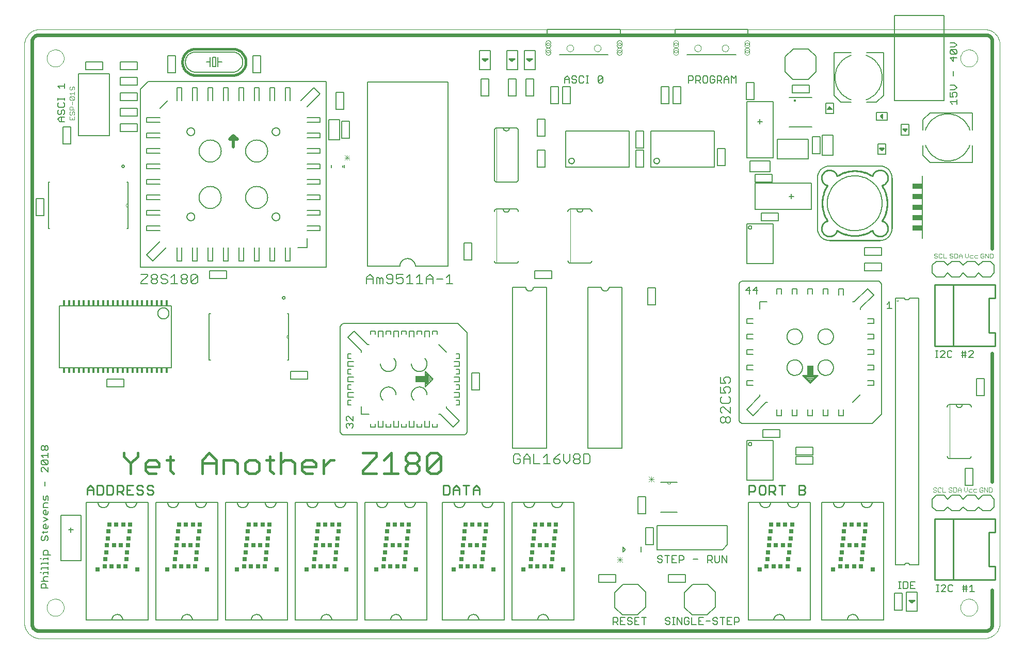
<source format=gto>
G75*
%MOIN*%
%OFA0B0*%
%FSLAX24Y24*%
%IPPOS*%
%LPD*%
%AMOC8*
5,1,8,0,0,1.08239X$1,22.5*
%
%ADD10C,0.0000*%
%ADD11C,0.0240*%
%ADD12C,0.0100*%
%ADD13C,0.0080*%
%ADD14C,0.0060*%
%ADD15C,0.0170*%
%ADD16C,0.0030*%
%ADD17C,0.0200*%
%ADD18C,0.0050*%
%ADD19R,0.0177X0.0354*%
%ADD20C,0.0160*%
%ADD21C,0.0020*%
%ADD22R,0.0400X0.0750*%
%ADD23R,0.0700X0.0150*%
%ADD24R,0.0500X0.0100*%
%ADD25R,0.0300X0.0100*%
%ADD26R,0.0100X0.0100*%
%ADD27R,0.0100X0.0050*%
%ADD28R,0.0050X0.0050*%
%ADD29R,0.0750X0.0400*%
%ADD30R,0.0150X0.0700*%
%ADD31R,0.0100X0.0500*%
%ADD32R,0.0100X0.0300*%
%ADD33R,0.0050X0.0100*%
%ADD34R,0.0250X0.0250*%
%ADD35C,0.0070*%
%ADD36C,0.0177*%
%ADD37R,0.0660X0.0380*%
%ADD38C,0.0010*%
%ADD39C,0.0008*%
%ADD40C,0.0040*%
D10*
X000350Y001350D02*
X000350Y038720D01*
X000352Y038780D01*
X000357Y038841D01*
X000366Y038900D01*
X000379Y038959D01*
X000395Y039018D01*
X000415Y039075D01*
X000438Y039130D01*
X000465Y039185D01*
X000494Y039237D01*
X000527Y039288D01*
X000563Y039337D01*
X000601Y039383D01*
X000643Y039427D01*
X000687Y039469D01*
X000733Y039507D01*
X000782Y039543D01*
X000833Y039576D01*
X000885Y039605D01*
X000940Y039632D01*
X000995Y039655D01*
X001052Y039675D01*
X001111Y039691D01*
X001170Y039704D01*
X001229Y039713D01*
X001290Y039718D01*
X001350Y039720D01*
X062342Y039720D01*
X062402Y039718D01*
X062463Y039713D01*
X062522Y039704D01*
X062581Y039691D01*
X062640Y039675D01*
X062697Y039655D01*
X062752Y039632D01*
X062807Y039605D01*
X062859Y039576D01*
X062910Y039543D01*
X062959Y039507D01*
X063005Y039469D01*
X063049Y039427D01*
X063091Y039383D01*
X063129Y039337D01*
X063165Y039288D01*
X063198Y039237D01*
X063227Y039185D01*
X063254Y039130D01*
X063277Y039075D01*
X063297Y039018D01*
X063313Y038959D01*
X063326Y038900D01*
X063335Y038841D01*
X063340Y038780D01*
X063342Y038720D01*
X063342Y001350D01*
X063340Y001290D01*
X063335Y001229D01*
X063326Y001170D01*
X063313Y001111D01*
X063297Y001052D01*
X063277Y000995D01*
X063254Y000940D01*
X063227Y000885D01*
X063198Y000833D01*
X063165Y000782D01*
X063129Y000733D01*
X063091Y000687D01*
X063049Y000643D01*
X063005Y000601D01*
X062959Y000563D01*
X062910Y000527D01*
X062859Y000494D01*
X062807Y000465D01*
X062752Y000438D01*
X062697Y000415D01*
X062640Y000395D01*
X062581Y000379D01*
X062522Y000366D01*
X062463Y000357D01*
X062402Y000352D01*
X062342Y000350D01*
X001350Y000350D01*
X001290Y000352D01*
X001229Y000357D01*
X001170Y000366D01*
X001111Y000379D01*
X001052Y000395D01*
X000995Y000415D01*
X000940Y000438D01*
X000885Y000465D01*
X000833Y000494D01*
X000782Y000527D01*
X000733Y000563D01*
X000687Y000601D01*
X000643Y000643D01*
X000601Y000687D01*
X000563Y000733D01*
X000527Y000782D01*
X000494Y000833D01*
X000465Y000885D01*
X000438Y000940D01*
X000415Y000995D01*
X000395Y001052D01*
X000379Y001111D01*
X000366Y001170D01*
X000357Y001229D01*
X000352Y001290D01*
X000350Y001350D01*
X001799Y002350D02*
X001801Y002397D01*
X001807Y002443D01*
X001817Y002489D01*
X001830Y002534D01*
X001848Y002577D01*
X001869Y002619D01*
X001893Y002659D01*
X001921Y002696D01*
X001952Y002731D01*
X001986Y002764D01*
X002022Y002793D01*
X002061Y002819D01*
X002102Y002842D01*
X002145Y002861D01*
X002189Y002877D01*
X002234Y002889D01*
X002280Y002897D01*
X002327Y002901D01*
X002373Y002901D01*
X002420Y002897D01*
X002466Y002889D01*
X002511Y002877D01*
X002555Y002861D01*
X002598Y002842D01*
X002639Y002819D01*
X002678Y002793D01*
X002714Y002764D01*
X002748Y002731D01*
X002779Y002696D01*
X002807Y002659D01*
X002831Y002619D01*
X002852Y002577D01*
X002870Y002534D01*
X002883Y002489D01*
X002893Y002443D01*
X002899Y002397D01*
X002901Y002350D01*
X002899Y002303D01*
X002893Y002257D01*
X002883Y002211D01*
X002870Y002166D01*
X002852Y002123D01*
X002831Y002081D01*
X002807Y002041D01*
X002779Y002004D01*
X002748Y001969D01*
X002714Y001936D01*
X002678Y001907D01*
X002639Y001881D01*
X002598Y001858D01*
X002555Y001839D01*
X002511Y001823D01*
X002466Y001811D01*
X002420Y001803D01*
X002373Y001799D01*
X002327Y001799D01*
X002280Y001803D01*
X002234Y001811D01*
X002189Y001823D01*
X002145Y001839D01*
X002102Y001858D01*
X002061Y001881D01*
X002022Y001907D01*
X001986Y001936D01*
X001952Y001969D01*
X001921Y002004D01*
X001893Y002041D01*
X001869Y002081D01*
X001848Y002123D01*
X001830Y002166D01*
X001817Y002211D01*
X001807Y002257D01*
X001801Y002303D01*
X001799Y002350D01*
X017410Y019730D02*
X017389Y019732D01*
X017369Y019737D01*
X017350Y019746D01*
X017333Y019758D01*
X017318Y019773D01*
X017306Y019790D01*
X017297Y019809D01*
X017292Y019829D01*
X017290Y019850D01*
X017292Y019871D01*
X017297Y019891D01*
X017306Y019910D01*
X017318Y019927D01*
X017333Y019942D01*
X017350Y019954D01*
X017369Y019963D01*
X017389Y019968D01*
X017410Y019970D01*
X007035Y028230D02*
X007014Y028232D01*
X006994Y028237D01*
X006975Y028246D01*
X006958Y028258D01*
X006943Y028273D01*
X006931Y028290D01*
X006922Y028309D01*
X006917Y028329D01*
X006915Y028350D01*
X006917Y028371D01*
X006922Y028391D01*
X006931Y028410D01*
X006943Y028427D01*
X006958Y028442D01*
X006975Y028454D01*
X006994Y028463D01*
X007014Y028468D01*
X007035Y028470D01*
X001799Y037850D02*
X001801Y037897D01*
X001807Y037943D01*
X001817Y037989D01*
X001830Y038034D01*
X001848Y038077D01*
X001869Y038119D01*
X001893Y038159D01*
X001921Y038196D01*
X001952Y038231D01*
X001986Y038264D01*
X002022Y038293D01*
X002061Y038319D01*
X002102Y038342D01*
X002145Y038361D01*
X002189Y038377D01*
X002234Y038389D01*
X002280Y038397D01*
X002327Y038401D01*
X002373Y038401D01*
X002420Y038397D01*
X002466Y038389D01*
X002511Y038377D01*
X002555Y038361D01*
X002598Y038342D01*
X002639Y038319D01*
X002678Y038293D01*
X002714Y038264D01*
X002748Y038231D01*
X002779Y038196D01*
X002807Y038159D01*
X002831Y038119D01*
X002852Y038077D01*
X002870Y038034D01*
X002883Y037989D01*
X002893Y037943D01*
X002899Y037897D01*
X002901Y037850D01*
X002899Y037803D01*
X002893Y037757D01*
X002883Y037711D01*
X002870Y037666D01*
X002852Y037623D01*
X002831Y037581D01*
X002807Y037541D01*
X002779Y037504D01*
X002748Y037469D01*
X002714Y037436D01*
X002678Y037407D01*
X002639Y037381D01*
X002598Y037358D01*
X002555Y037339D01*
X002511Y037323D01*
X002466Y037311D01*
X002420Y037303D01*
X002373Y037299D01*
X002327Y037299D01*
X002280Y037303D01*
X002234Y037311D01*
X002189Y037323D01*
X002145Y037339D01*
X002102Y037358D01*
X002061Y037381D01*
X002022Y037407D01*
X001986Y037436D01*
X001952Y037469D01*
X001921Y037504D01*
X001893Y037541D01*
X001869Y037581D01*
X001848Y037623D01*
X001830Y037666D01*
X001817Y037711D01*
X001807Y037757D01*
X001801Y037803D01*
X001799Y037850D01*
X034015Y038209D02*
X034017Y038234D01*
X034023Y038258D01*
X034032Y038280D01*
X034045Y038301D01*
X034061Y038320D01*
X034080Y038336D01*
X034101Y038349D01*
X034123Y038358D01*
X034147Y038364D01*
X034172Y038366D01*
X034197Y038364D01*
X034221Y038358D01*
X034243Y038349D01*
X034264Y038336D01*
X034283Y038320D01*
X034299Y038301D01*
X034312Y038280D01*
X034321Y038258D01*
X034327Y038234D01*
X034329Y038209D01*
X034327Y038184D01*
X034321Y038160D01*
X034312Y038138D01*
X034299Y038117D01*
X034283Y038098D01*
X034264Y038082D01*
X034243Y038069D01*
X034221Y038060D01*
X034197Y038054D01*
X034172Y038052D01*
X034147Y038054D01*
X034123Y038060D01*
X034101Y038069D01*
X034080Y038082D01*
X034061Y038098D01*
X034045Y038117D01*
X034032Y038138D01*
X034023Y038160D01*
X034017Y038184D01*
X034015Y038209D01*
X034015Y038367D02*
X034017Y038392D01*
X034023Y038416D01*
X034032Y038438D01*
X034045Y038459D01*
X034061Y038478D01*
X034080Y038494D01*
X034101Y038507D01*
X034123Y038516D01*
X034147Y038522D01*
X034172Y038524D01*
X034197Y038522D01*
X034221Y038516D01*
X034243Y038507D01*
X034264Y038494D01*
X034283Y038478D01*
X034299Y038459D01*
X034312Y038438D01*
X034321Y038416D01*
X034327Y038392D01*
X034329Y038367D01*
X034327Y038342D01*
X034321Y038318D01*
X034312Y038296D01*
X034299Y038275D01*
X034283Y038256D01*
X034264Y038240D01*
X034243Y038227D01*
X034221Y038218D01*
X034197Y038212D01*
X034172Y038210D01*
X034147Y038212D01*
X034123Y038218D01*
X034101Y038227D01*
X034080Y038240D01*
X034061Y038256D01*
X034045Y038275D01*
X034032Y038296D01*
X034023Y038318D01*
X034017Y038342D01*
X034015Y038367D01*
X034015Y038682D02*
X034017Y038707D01*
X034023Y038731D01*
X034032Y038753D01*
X034045Y038774D01*
X034061Y038793D01*
X034080Y038809D01*
X034101Y038822D01*
X034123Y038831D01*
X034147Y038837D01*
X034172Y038839D01*
X034197Y038837D01*
X034221Y038831D01*
X034243Y038822D01*
X034264Y038809D01*
X034283Y038793D01*
X034299Y038774D01*
X034312Y038753D01*
X034321Y038731D01*
X034327Y038707D01*
X034329Y038682D01*
X034327Y038657D01*
X034321Y038633D01*
X034312Y038611D01*
X034299Y038590D01*
X034283Y038571D01*
X034264Y038555D01*
X034243Y038542D01*
X034221Y038533D01*
X034197Y038527D01*
X034172Y038525D01*
X034147Y038527D01*
X034123Y038533D01*
X034101Y038542D01*
X034080Y038555D01*
X034061Y038571D01*
X034045Y038590D01*
X034032Y038611D01*
X034023Y038633D01*
X034017Y038657D01*
X034015Y038682D01*
X034015Y038839D02*
X034017Y038864D01*
X034023Y038888D01*
X034032Y038910D01*
X034045Y038931D01*
X034061Y038950D01*
X034080Y038966D01*
X034101Y038979D01*
X034123Y038988D01*
X034147Y038994D01*
X034172Y038996D01*
X034197Y038994D01*
X034221Y038988D01*
X034243Y038979D01*
X034264Y038966D01*
X034283Y038950D01*
X034299Y038931D01*
X034312Y038910D01*
X034321Y038888D01*
X034327Y038864D01*
X034329Y038839D01*
X034327Y038814D01*
X034321Y038790D01*
X034312Y038768D01*
X034299Y038747D01*
X034283Y038728D01*
X034264Y038712D01*
X034243Y038699D01*
X034221Y038690D01*
X034197Y038684D01*
X034172Y038682D01*
X034147Y038684D01*
X034123Y038690D01*
X034101Y038699D01*
X034080Y038712D01*
X034061Y038728D01*
X034045Y038747D01*
X034032Y038768D01*
X034023Y038790D01*
X034017Y038814D01*
X034015Y038839D01*
X035372Y038497D02*
X035374Y038526D01*
X035380Y038554D01*
X035389Y038582D01*
X035402Y038608D01*
X035419Y038631D01*
X035438Y038653D01*
X035460Y038672D01*
X035485Y038687D01*
X035511Y038700D01*
X035539Y038708D01*
X035567Y038713D01*
X035596Y038714D01*
X035625Y038711D01*
X035653Y038704D01*
X035680Y038694D01*
X035706Y038680D01*
X035729Y038663D01*
X035750Y038643D01*
X035768Y038620D01*
X035783Y038595D01*
X035794Y038568D01*
X035802Y038540D01*
X035806Y038511D01*
X035806Y038483D01*
X035802Y038454D01*
X035794Y038426D01*
X035783Y038399D01*
X035768Y038374D01*
X035750Y038351D01*
X035729Y038331D01*
X035706Y038314D01*
X035680Y038300D01*
X035653Y038290D01*
X035625Y038283D01*
X035596Y038280D01*
X035567Y038281D01*
X035539Y038286D01*
X035511Y038294D01*
X035485Y038307D01*
X035460Y038322D01*
X035438Y038341D01*
X035419Y038363D01*
X035402Y038386D01*
X035389Y038412D01*
X035380Y038440D01*
X035374Y038468D01*
X035372Y038497D01*
X037144Y038497D02*
X037146Y038526D01*
X037152Y038554D01*
X037161Y038582D01*
X037174Y038608D01*
X037191Y038631D01*
X037210Y038653D01*
X037232Y038672D01*
X037257Y038687D01*
X037283Y038700D01*
X037311Y038708D01*
X037339Y038713D01*
X037368Y038714D01*
X037397Y038711D01*
X037425Y038704D01*
X037452Y038694D01*
X037478Y038680D01*
X037501Y038663D01*
X037522Y038643D01*
X037540Y038620D01*
X037555Y038595D01*
X037566Y038568D01*
X037574Y038540D01*
X037578Y038511D01*
X037578Y038483D01*
X037574Y038454D01*
X037566Y038426D01*
X037555Y038399D01*
X037540Y038374D01*
X037522Y038351D01*
X037501Y038331D01*
X037478Y038314D01*
X037452Y038300D01*
X037425Y038290D01*
X037397Y038283D01*
X037368Y038280D01*
X037339Y038281D01*
X037311Y038286D01*
X037283Y038294D01*
X037257Y038307D01*
X037232Y038322D01*
X037210Y038341D01*
X037191Y038363D01*
X037174Y038386D01*
X037161Y038412D01*
X037152Y038440D01*
X037146Y038468D01*
X037144Y038497D01*
X038621Y038367D02*
X038623Y038392D01*
X038629Y038416D01*
X038638Y038438D01*
X038651Y038459D01*
X038667Y038478D01*
X038686Y038494D01*
X038707Y038507D01*
X038729Y038516D01*
X038753Y038522D01*
X038778Y038524D01*
X038803Y038522D01*
X038827Y038516D01*
X038849Y038507D01*
X038870Y038494D01*
X038889Y038478D01*
X038905Y038459D01*
X038918Y038438D01*
X038927Y038416D01*
X038933Y038392D01*
X038935Y038367D01*
X038933Y038342D01*
X038927Y038318D01*
X038918Y038296D01*
X038905Y038275D01*
X038889Y038256D01*
X038870Y038240D01*
X038849Y038227D01*
X038827Y038218D01*
X038803Y038212D01*
X038778Y038210D01*
X038753Y038212D01*
X038729Y038218D01*
X038707Y038227D01*
X038686Y038240D01*
X038667Y038256D01*
X038651Y038275D01*
X038638Y038296D01*
X038629Y038318D01*
X038623Y038342D01*
X038621Y038367D01*
X038621Y038209D02*
X038623Y038234D01*
X038629Y038258D01*
X038638Y038280D01*
X038651Y038301D01*
X038667Y038320D01*
X038686Y038336D01*
X038707Y038349D01*
X038729Y038358D01*
X038753Y038364D01*
X038778Y038366D01*
X038803Y038364D01*
X038827Y038358D01*
X038849Y038349D01*
X038870Y038336D01*
X038889Y038320D01*
X038905Y038301D01*
X038918Y038280D01*
X038927Y038258D01*
X038933Y038234D01*
X038935Y038209D01*
X038933Y038184D01*
X038927Y038160D01*
X038918Y038138D01*
X038905Y038117D01*
X038889Y038098D01*
X038870Y038082D01*
X038849Y038069D01*
X038827Y038060D01*
X038803Y038054D01*
X038778Y038052D01*
X038753Y038054D01*
X038729Y038060D01*
X038707Y038069D01*
X038686Y038082D01*
X038667Y038098D01*
X038651Y038117D01*
X038638Y038138D01*
X038629Y038160D01*
X038623Y038184D01*
X038621Y038209D01*
X038621Y038682D02*
X038623Y038707D01*
X038629Y038731D01*
X038638Y038753D01*
X038651Y038774D01*
X038667Y038793D01*
X038686Y038809D01*
X038707Y038822D01*
X038729Y038831D01*
X038753Y038837D01*
X038778Y038839D01*
X038803Y038837D01*
X038827Y038831D01*
X038849Y038822D01*
X038870Y038809D01*
X038889Y038793D01*
X038905Y038774D01*
X038918Y038753D01*
X038927Y038731D01*
X038933Y038707D01*
X038935Y038682D01*
X038933Y038657D01*
X038927Y038633D01*
X038918Y038611D01*
X038905Y038590D01*
X038889Y038571D01*
X038870Y038555D01*
X038849Y038542D01*
X038827Y038533D01*
X038803Y038527D01*
X038778Y038525D01*
X038753Y038527D01*
X038729Y038533D01*
X038707Y038542D01*
X038686Y038555D01*
X038667Y038571D01*
X038651Y038590D01*
X038638Y038611D01*
X038629Y038633D01*
X038623Y038657D01*
X038621Y038682D01*
X038621Y038839D02*
X038623Y038864D01*
X038629Y038888D01*
X038638Y038910D01*
X038651Y038931D01*
X038667Y038950D01*
X038686Y038966D01*
X038707Y038979D01*
X038729Y038988D01*
X038753Y038994D01*
X038778Y038996D01*
X038803Y038994D01*
X038827Y038988D01*
X038849Y038979D01*
X038870Y038966D01*
X038889Y038950D01*
X038905Y038931D01*
X038918Y038910D01*
X038927Y038888D01*
X038933Y038864D01*
X038935Y038839D01*
X038933Y038814D01*
X038927Y038790D01*
X038918Y038768D01*
X038905Y038747D01*
X038889Y038728D01*
X038870Y038712D01*
X038849Y038699D01*
X038827Y038690D01*
X038803Y038684D01*
X038778Y038682D01*
X038753Y038684D01*
X038729Y038690D01*
X038707Y038699D01*
X038686Y038712D01*
X038667Y038728D01*
X038651Y038747D01*
X038638Y038768D01*
X038629Y038790D01*
X038623Y038814D01*
X038621Y038839D01*
X042265Y038839D02*
X042267Y038864D01*
X042273Y038888D01*
X042282Y038910D01*
X042295Y038931D01*
X042311Y038950D01*
X042330Y038966D01*
X042351Y038979D01*
X042373Y038988D01*
X042397Y038994D01*
X042422Y038996D01*
X042447Y038994D01*
X042471Y038988D01*
X042493Y038979D01*
X042514Y038966D01*
X042533Y038950D01*
X042549Y038931D01*
X042562Y038910D01*
X042571Y038888D01*
X042577Y038864D01*
X042579Y038839D01*
X042577Y038814D01*
X042571Y038790D01*
X042562Y038768D01*
X042549Y038747D01*
X042533Y038728D01*
X042514Y038712D01*
X042493Y038699D01*
X042471Y038690D01*
X042447Y038684D01*
X042422Y038682D01*
X042397Y038684D01*
X042373Y038690D01*
X042351Y038699D01*
X042330Y038712D01*
X042311Y038728D01*
X042295Y038747D01*
X042282Y038768D01*
X042273Y038790D01*
X042267Y038814D01*
X042265Y038839D01*
X042265Y038682D02*
X042267Y038707D01*
X042273Y038731D01*
X042282Y038753D01*
X042295Y038774D01*
X042311Y038793D01*
X042330Y038809D01*
X042351Y038822D01*
X042373Y038831D01*
X042397Y038837D01*
X042422Y038839D01*
X042447Y038837D01*
X042471Y038831D01*
X042493Y038822D01*
X042514Y038809D01*
X042533Y038793D01*
X042549Y038774D01*
X042562Y038753D01*
X042571Y038731D01*
X042577Y038707D01*
X042579Y038682D01*
X042577Y038657D01*
X042571Y038633D01*
X042562Y038611D01*
X042549Y038590D01*
X042533Y038571D01*
X042514Y038555D01*
X042493Y038542D01*
X042471Y038533D01*
X042447Y038527D01*
X042422Y038525D01*
X042397Y038527D01*
X042373Y038533D01*
X042351Y038542D01*
X042330Y038555D01*
X042311Y038571D01*
X042295Y038590D01*
X042282Y038611D01*
X042273Y038633D01*
X042267Y038657D01*
X042265Y038682D01*
X042265Y038367D02*
X042267Y038392D01*
X042273Y038416D01*
X042282Y038438D01*
X042295Y038459D01*
X042311Y038478D01*
X042330Y038494D01*
X042351Y038507D01*
X042373Y038516D01*
X042397Y038522D01*
X042422Y038524D01*
X042447Y038522D01*
X042471Y038516D01*
X042493Y038507D01*
X042514Y038494D01*
X042533Y038478D01*
X042549Y038459D01*
X042562Y038438D01*
X042571Y038416D01*
X042577Y038392D01*
X042579Y038367D01*
X042577Y038342D01*
X042571Y038318D01*
X042562Y038296D01*
X042549Y038275D01*
X042533Y038256D01*
X042514Y038240D01*
X042493Y038227D01*
X042471Y038218D01*
X042447Y038212D01*
X042422Y038210D01*
X042397Y038212D01*
X042373Y038218D01*
X042351Y038227D01*
X042330Y038240D01*
X042311Y038256D01*
X042295Y038275D01*
X042282Y038296D01*
X042273Y038318D01*
X042267Y038342D01*
X042265Y038367D01*
X042265Y038209D02*
X042267Y038234D01*
X042273Y038258D01*
X042282Y038280D01*
X042295Y038301D01*
X042311Y038320D01*
X042330Y038336D01*
X042351Y038349D01*
X042373Y038358D01*
X042397Y038364D01*
X042422Y038366D01*
X042447Y038364D01*
X042471Y038358D01*
X042493Y038349D01*
X042514Y038336D01*
X042533Y038320D01*
X042549Y038301D01*
X042562Y038280D01*
X042571Y038258D01*
X042577Y038234D01*
X042579Y038209D01*
X042577Y038184D01*
X042571Y038160D01*
X042562Y038138D01*
X042549Y038117D01*
X042533Y038098D01*
X042514Y038082D01*
X042493Y038069D01*
X042471Y038060D01*
X042447Y038054D01*
X042422Y038052D01*
X042397Y038054D01*
X042373Y038060D01*
X042351Y038069D01*
X042330Y038082D01*
X042311Y038098D01*
X042295Y038117D01*
X042282Y038138D01*
X042273Y038160D01*
X042267Y038184D01*
X042265Y038209D01*
X043622Y038497D02*
X043624Y038526D01*
X043630Y038554D01*
X043639Y038582D01*
X043652Y038608D01*
X043669Y038631D01*
X043688Y038653D01*
X043710Y038672D01*
X043735Y038687D01*
X043761Y038700D01*
X043789Y038708D01*
X043817Y038713D01*
X043846Y038714D01*
X043875Y038711D01*
X043903Y038704D01*
X043930Y038694D01*
X043956Y038680D01*
X043979Y038663D01*
X044000Y038643D01*
X044018Y038620D01*
X044033Y038595D01*
X044044Y038568D01*
X044052Y038540D01*
X044056Y038511D01*
X044056Y038483D01*
X044052Y038454D01*
X044044Y038426D01*
X044033Y038399D01*
X044018Y038374D01*
X044000Y038351D01*
X043979Y038331D01*
X043956Y038314D01*
X043930Y038300D01*
X043903Y038290D01*
X043875Y038283D01*
X043846Y038280D01*
X043817Y038281D01*
X043789Y038286D01*
X043761Y038294D01*
X043735Y038307D01*
X043710Y038322D01*
X043688Y038341D01*
X043669Y038363D01*
X043652Y038386D01*
X043639Y038412D01*
X043630Y038440D01*
X043624Y038468D01*
X043622Y038497D01*
X045394Y038497D02*
X045396Y038526D01*
X045402Y038554D01*
X045411Y038582D01*
X045424Y038608D01*
X045441Y038631D01*
X045460Y038653D01*
X045482Y038672D01*
X045507Y038687D01*
X045533Y038700D01*
X045561Y038708D01*
X045589Y038713D01*
X045618Y038714D01*
X045647Y038711D01*
X045675Y038704D01*
X045702Y038694D01*
X045728Y038680D01*
X045751Y038663D01*
X045772Y038643D01*
X045790Y038620D01*
X045805Y038595D01*
X045816Y038568D01*
X045824Y038540D01*
X045828Y038511D01*
X045828Y038483D01*
X045824Y038454D01*
X045816Y038426D01*
X045805Y038399D01*
X045790Y038374D01*
X045772Y038351D01*
X045751Y038331D01*
X045728Y038314D01*
X045702Y038300D01*
X045675Y038290D01*
X045647Y038283D01*
X045618Y038280D01*
X045589Y038281D01*
X045561Y038286D01*
X045533Y038294D01*
X045507Y038307D01*
X045482Y038322D01*
X045460Y038341D01*
X045441Y038363D01*
X045424Y038386D01*
X045411Y038412D01*
X045402Y038440D01*
X045396Y038468D01*
X045394Y038497D01*
X046871Y038367D02*
X046873Y038392D01*
X046879Y038416D01*
X046888Y038438D01*
X046901Y038459D01*
X046917Y038478D01*
X046936Y038494D01*
X046957Y038507D01*
X046979Y038516D01*
X047003Y038522D01*
X047028Y038524D01*
X047053Y038522D01*
X047077Y038516D01*
X047099Y038507D01*
X047120Y038494D01*
X047139Y038478D01*
X047155Y038459D01*
X047168Y038438D01*
X047177Y038416D01*
X047183Y038392D01*
X047185Y038367D01*
X047183Y038342D01*
X047177Y038318D01*
X047168Y038296D01*
X047155Y038275D01*
X047139Y038256D01*
X047120Y038240D01*
X047099Y038227D01*
X047077Y038218D01*
X047053Y038212D01*
X047028Y038210D01*
X047003Y038212D01*
X046979Y038218D01*
X046957Y038227D01*
X046936Y038240D01*
X046917Y038256D01*
X046901Y038275D01*
X046888Y038296D01*
X046879Y038318D01*
X046873Y038342D01*
X046871Y038367D01*
X046871Y038209D02*
X046873Y038234D01*
X046879Y038258D01*
X046888Y038280D01*
X046901Y038301D01*
X046917Y038320D01*
X046936Y038336D01*
X046957Y038349D01*
X046979Y038358D01*
X047003Y038364D01*
X047028Y038366D01*
X047053Y038364D01*
X047077Y038358D01*
X047099Y038349D01*
X047120Y038336D01*
X047139Y038320D01*
X047155Y038301D01*
X047168Y038280D01*
X047177Y038258D01*
X047183Y038234D01*
X047185Y038209D01*
X047183Y038184D01*
X047177Y038160D01*
X047168Y038138D01*
X047155Y038117D01*
X047139Y038098D01*
X047120Y038082D01*
X047099Y038069D01*
X047077Y038060D01*
X047053Y038054D01*
X047028Y038052D01*
X047003Y038054D01*
X046979Y038060D01*
X046957Y038069D01*
X046936Y038082D01*
X046917Y038098D01*
X046901Y038117D01*
X046888Y038138D01*
X046879Y038160D01*
X046873Y038184D01*
X046871Y038209D01*
X046871Y038682D02*
X046873Y038707D01*
X046879Y038731D01*
X046888Y038753D01*
X046901Y038774D01*
X046917Y038793D01*
X046936Y038809D01*
X046957Y038822D01*
X046979Y038831D01*
X047003Y038837D01*
X047028Y038839D01*
X047053Y038837D01*
X047077Y038831D01*
X047099Y038822D01*
X047120Y038809D01*
X047139Y038793D01*
X047155Y038774D01*
X047168Y038753D01*
X047177Y038731D01*
X047183Y038707D01*
X047185Y038682D01*
X047183Y038657D01*
X047177Y038633D01*
X047168Y038611D01*
X047155Y038590D01*
X047139Y038571D01*
X047120Y038555D01*
X047099Y038542D01*
X047077Y038533D01*
X047053Y038527D01*
X047028Y038525D01*
X047003Y038527D01*
X046979Y038533D01*
X046957Y038542D01*
X046936Y038555D01*
X046917Y038571D01*
X046901Y038590D01*
X046888Y038611D01*
X046879Y038633D01*
X046873Y038657D01*
X046871Y038682D01*
X046871Y038839D02*
X046873Y038864D01*
X046879Y038888D01*
X046888Y038910D01*
X046901Y038931D01*
X046917Y038950D01*
X046936Y038966D01*
X046957Y038979D01*
X046979Y038988D01*
X047003Y038994D01*
X047028Y038996D01*
X047053Y038994D01*
X047077Y038988D01*
X047099Y038979D01*
X047120Y038966D01*
X047139Y038950D01*
X047155Y038931D01*
X047168Y038910D01*
X047177Y038888D01*
X047183Y038864D01*
X047185Y038839D01*
X047183Y038814D01*
X047177Y038790D01*
X047168Y038768D01*
X047155Y038747D01*
X047139Y038728D01*
X047120Y038712D01*
X047099Y038699D01*
X047077Y038690D01*
X047053Y038684D01*
X047028Y038682D01*
X047003Y038684D01*
X046979Y038690D01*
X046957Y038699D01*
X046936Y038712D01*
X046917Y038728D01*
X046901Y038747D01*
X046888Y038768D01*
X046879Y038790D01*
X046873Y038814D01*
X046871Y038839D01*
X052341Y030896D02*
X055609Y030896D01*
X051554Y030109D02*
X051554Y026841D01*
X052341Y026054D02*
X055609Y026054D01*
X060799Y037850D02*
X060801Y037897D01*
X060807Y037943D01*
X060817Y037989D01*
X060830Y038034D01*
X060848Y038077D01*
X060869Y038119D01*
X060893Y038159D01*
X060921Y038196D01*
X060952Y038231D01*
X060986Y038264D01*
X061022Y038293D01*
X061061Y038319D01*
X061102Y038342D01*
X061145Y038361D01*
X061189Y038377D01*
X061234Y038389D01*
X061280Y038397D01*
X061327Y038401D01*
X061373Y038401D01*
X061420Y038397D01*
X061466Y038389D01*
X061511Y038377D01*
X061555Y038361D01*
X061598Y038342D01*
X061639Y038319D01*
X061678Y038293D01*
X061714Y038264D01*
X061748Y038231D01*
X061779Y038196D01*
X061807Y038159D01*
X061831Y038119D01*
X061852Y038077D01*
X061870Y038034D01*
X061883Y037989D01*
X061893Y037943D01*
X061899Y037897D01*
X061901Y037850D01*
X061899Y037803D01*
X061893Y037757D01*
X061883Y037711D01*
X061870Y037666D01*
X061852Y037623D01*
X061831Y037581D01*
X061807Y037541D01*
X061779Y037504D01*
X061748Y037469D01*
X061714Y037436D01*
X061678Y037407D01*
X061639Y037381D01*
X061598Y037358D01*
X061555Y037339D01*
X061511Y037323D01*
X061466Y037311D01*
X061420Y037303D01*
X061373Y037299D01*
X061327Y037299D01*
X061280Y037303D01*
X061234Y037311D01*
X061189Y037323D01*
X061145Y037339D01*
X061102Y037358D01*
X061061Y037381D01*
X061022Y037407D01*
X060986Y037436D01*
X060952Y037469D01*
X060921Y037504D01*
X060893Y037541D01*
X060869Y037581D01*
X060848Y037623D01*
X060830Y037666D01*
X060817Y037711D01*
X060807Y037757D01*
X060801Y037803D01*
X060799Y037850D01*
X042095Y010455D02*
X042093Y010434D01*
X042088Y010414D01*
X042079Y010395D01*
X042067Y010378D01*
X042052Y010363D01*
X042035Y010351D01*
X042016Y010342D01*
X041996Y010337D01*
X041975Y010335D01*
X041954Y010337D01*
X041934Y010342D01*
X041915Y010351D01*
X041898Y010363D01*
X041883Y010378D01*
X041871Y010395D01*
X041862Y010414D01*
X041857Y010434D01*
X041855Y010455D01*
X060799Y002350D02*
X060801Y002397D01*
X060807Y002443D01*
X060817Y002489D01*
X060830Y002534D01*
X060848Y002577D01*
X060869Y002619D01*
X060893Y002659D01*
X060921Y002696D01*
X060952Y002731D01*
X060986Y002764D01*
X061022Y002793D01*
X061061Y002819D01*
X061102Y002842D01*
X061145Y002861D01*
X061189Y002877D01*
X061234Y002889D01*
X061280Y002897D01*
X061327Y002901D01*
X061373Y002901D01*
X061420Y002897D01*
X061466Y002889D01*
X061511Y002877D01*
X061555Y002861D01*
X061598Y002842D01*
X061639Y002819D01*
X061678Y002793D01*
X061714Y002764D01*
X061748Y002731D01*
X061779Y002696D01*
X061807Y002659D01*
X061831Y002619D01*
X061852Y002577D01*
X061870Y002534D01*
X061883Y002489D01*
X061893Y002443D01*
X061899Y002397D01*
X061901Y002350D01*
X061899Y002303D01*
X061893Y002257D01*
X061883Y002211D01*
X061870Y002166D01*
X061852Y002123D01*
X061831Y002081D01*
X061807Y002041D01*
X061779Y002004D01*
X061748Y001969D01*
X061714Y001936D01*
X061678Y001907D01*
X061639Y001881D01*
X061598Y001858D01*
X061555Y001839D01*
X061511Y001823D01*
X061466Y001811D01*
X061420Y001803D01*
X061373Y001799D01*
X061327Y001799D01*
X061280Y001803D01*
X061234Y001811D01*
X061189Y001823D01*
X061145Y001839D01*
X061102Y001858D01*
X061061Y001881D01*
X061022Y001907D01*
X060986Y001936D01*
X060952Y001969D01*
X060921Y002004D01*
X060893Y002041D01*
X060869Y002081D01*
X060848Y002123D01*
X060830Y002166D01*
X060817Y002211D01*
X060807Y002257D01*
X060801Y002303D01*
X060799Y002350D01*
D11*
X062456Y000850D02*
X001244Y000850D01*
X001205Y000852D01*
X001167Y000858D01*
X001130Y000867D01*
X001093Y000880D01*
X001058Y000897D01*
X001025Y000916D01*
X000994Y000939D01*
X000965Y000965D01*
X000939Y000994D01*
X000916Y001025D01*
X000897Y001058D01*
X000880Y001093D01*
X000867Y001130D01*
X000858Y001167D01*
X000852Y001205D01*
X000850Y001244D01*
X000850Y038956D01*
X000852Y038995D01*
X000858Y039033D01*
X000867Y039070D01*
X000880Y039107D01*
X000897Y039142D01*
X000916Y039175D01*
X000939Y039206D01*
X000965Y039235D01*
X000994Y039261D01*
X001025Y039284D01*
X001058Y039303D01*
X001093Y039320D01*
X001130Y039333D01*
X001167Y039342D01*
X001205Y039348D01*
X001244Y039350D01*
X062456Y039350D01*
X062495Y039348D01*
X062533Y039342D01*
X062570Y039333D01*
X062607Y039320D01*
X062642Y039303D01*
X062675Y039284D01*
X062706Y039261D01*
X062735Y039235D01*
X062761Y039206D01*
X062784Y039175D01*
X062803Y039142D01*
X062820Y039107D01*
X062833Y039070D01*
X062842Y039033D01*
X062848Y038995D01*
X062850Y038956D01*
X062850Y025538D01*
X062850Y018769D02*
X062850Y010475D01*
X062850Y003475D02*
X062850Y001244D01*
X062848Y001205D01*
X062842Y001167D01*
X062833Y001130D01*
X062820Y001093D01*
X062803Y001058D01*
X062784Y001025D01*
X062761Y000994D01*
X062735Y000965D01*
X062706Y000939D01*
X062675Y000916D01*
X062642Y000897D01*
X062607Y000880D01*
X062570Y000867D01*
X062533Y000858D01*
X062495Y000852D01*
X062456Y000850D01*
D12*
X063032Y004131D02*
X060355Y004131D01*
X060355Y008069D01*
X059134Y008069D01*
X059134Y004131D01*
X060355Y004131D01*
X062638Y004998D02*
X063032Y004998D01*
X063032Y004131D01*
X062638Y004998D02*
X062638Y007202D01*
X063032Y007202D01*
X063032Y008069D01*
X060355Y008069D01*
X050773Y009750D02*
X050673Y009650D01*
X050373Y009650D01*
X050373Y010251D01*
X050673Y010251D01*
X050773Y010150D01*
X050773Y010050D01*
X050673Y009950D01*
X050373Y009950D01*
X050673Y009950D02*
X050773Y009850D01*
X050773Y009750D01*
X049484Y010251D02*
X049084Y010251D01*
X049284Y010251D02*
X049284Y009650D01*
X048839Y009650D02*
X048639Y009850D01*
X048739Y009850D02*
X048439Y009850D01*
X048439Y009650D02*
X048439Y010251D01*
X048739Y010251D01*
X048839Y010150D01*
X048839Y009950D01*
X048739Y009850D01*
X048195Y009750D02*
X048195Y010150D01*
X048095Y010251D01*
X047895Y010251D01*
X047795Y010150D01*
X047795Y009750D01*
X047895Y009650D01*
X048095Y009650D01*
X048195Y009750D01*
X047550Y009950D02*
X047550Y010150D01*
X047450Y010251D01*
X047150Y010251D01*
X047150Y009650D01*
X047150Y009850D02*
X047450Y009850D01*
X047550Y009950D01*
X059134Y019256D02*
X059134Y023194D01*
X060355Y023194D01*
X060355Y019256D01*
X063032Y019256D01*
X063032Y020123D01*
X062638Y020123D01*
X062638Y022327D01*
X063032Y022327D01*
X063032Y023194D01*
X060355Y023194D01*
X060355Y019256D02*
X059134Y019256D01*
X029734Y010050D02*
X029734Y009650D01*
X029734Y009950D02*
X029334Y009950D01*
X029334Y010050D02*
X029334Y009650D01*
X029334Y010050D02*
X029534Y010251D01*
X029734Y010050D01*
X029089Y010251D02*
X028689Y010251D01*
X028889Y010251D02*
X028889Y009650D01*
X028445Y009650D02*
X028445Y010050D01*
X028245Y010251D01*
X028045Y010050D01*
X028045Y009650D01*
X027800Y009750D02*
X027800Y010150D01*
X027700Y010251D01*
X027400Y010251D01*
X027400Y009650D01*
X027700Y009650D01*
X027800Y009750D01*
X028045Y009950D02*
X028445Y009950D01*
X008668Y009850D02*
X008668Y009750D01*
X008568Y009650D01*
X008367Y009650D01*
X008267Y009750D01*
X008367Y009950D02*
X008267Y010050D01*
X008267Y010150D01*
X008367Y010251D01*
X008568Y010251D01*
X008668Y010150D01*
X008568Y009950D02*
X008668Y009850D01*
X008568Y009950D02*
X008367Y009950D01*
X008023Y009850D02*
X008023Y009750D01*
X007923Y009650D01*
X007723Y009650D01*
X007623Y009750D01*
X007723Y009950D02*
X007623Y010050D01*
X007623Y010150D01*
X007723Y010251D01*
X007923Y010251D01*
X008023Y010150D01*
X007923Y009950D02*
X008023Y009850D01*
X007923Y009950D02*
X007723Y009950D01*
X007379Y009650D02*
X006978Y009650D01*
X006978Y010251D01*
X007379Y010251D01*
X007178Y009950D02*
X006978Y009950D01*
X006734Y009950D02*
X006634Y009850D01*
X006334Y009850D01*
X006534Y009850D02*
X006734Y009650D01*
X006734Y009950D02*
X006734Y010150D01*
X006634Y010251D01*
X006334Y010251D01*
X006334Y009650D01*
X006089Y009750D02*
X006089Y010150D01*
X005989Y010251D01*
X005689Y010251D01*
X005689Y009650D01*
X005989Y009650D01*
X006089Y009750D01*
X005445Y009750D02*
X005445Y010150D01*
X005345Y010251D01*
X005045Y010251D01*
X005045Y009650D01*
X005345Y009650D01*
X005445Y009750D01*
X004800Y009650D02*
X004800Y010050D01*
X004600Y010251D01*
X004400Y010050D01*
X004400Y009650D01*
X004400Y009950D02*
X004800Y009950D01*
D13*
X007890Y023265D02*
X008304Y023265D01*
X008535Y023368D02*
X008535Y023472D01*
X008638Y023575D01*
X008845Y023575D01*
X008948Y023472D01*
X008948Y023368D01*
X008845Y023265D01*
X008638Y023265D01*
X008535Y023368D01*
X008638Y023575D02*
X008535Y023679D01*
X008535Y023782D01*
X008638Y023886D01*
X008845Y023886D01*
X008948Y023782D01*
X008948Y023679D01*
X008845Y023575D01*
X009179Y023679D02*
X009179Y023782D01*
X009283Y023886D01*
X009489Y023886D01*
X009593Y023782D01*
X009489Y023575D02*
X009593Y023472D01*
X009593Y023368D01*
X009489Y023265D01*
X009283Y023265D01*
X009179Y023368D01*
X009283Y023575D02*
X009489Y023575D01*
X009283Y023575D02*
X009179Y023679D01*
X009824Y023679D02*
X010030Y023886D01*
X010030Y023265D01*
X009824Y023265D02*
X010237Y023265D01*
X010468Y023368D02*
X010468Y023472D01*
X010572Y023575D01*
X010778Y023575D01*
X010882Y023472D01*
X010882Y023368D01*
X010778Y023265D01*
X010572Y023265D01*
X010468Y023368D01*
X010572Y023575D02*
X010468Y023679D01*
X010468Y023782D01*
X010572Y023886D01*
X010778Y023886D01*
X010882Y023782D01*
X010882Y023679D01*
X010778Y023575D01*
X011113Y023368D02*
X011113Y023782D01*
X011216Y023886D01*
X011423Y023886D01*
X011526Y023782D01*
X011113Y023368D01*
X011216Y023265D01*
X011423Y023265D01*
X011526Y023368D01*
X011526Y023782D01*
X008304Y023782D02*
X007890Y023368D01*
X007890Y023265D01*
X007890Y023886D02*
X008304Y023886D01*
X008304Y023782D01*
X022453Y023679D02*
X022659Y023886D01*
X022866Y023679D01*
X022866Y023265D01*
X023097Y023265D02*
X023097Y023679D01*
X023200Y023679D01*
X023304Y023575D01*
X023407Y023679D01*
X023511Y023575D01*
X023511Y023265D01*
X023304Y023265D02*
X023304Y023575D01*
X022866Y023575D02*
X022453Y023575D01*
X022453Y023679D02*
X022453Y023265D01*
X023742Y023368D02*
X023845Y023265D01*
X024052Y023265D01*
X024155Y023368D01*
X024155Y023782D01*
X024052Y023886D01*
X023845Y023886D01*
X023742Y023782D01*
X023742Y023679D01*
X023845Y023575D01*
X024155Y023575D01*
X024386Y023575D02*
X024386Y023886D01*
X024800Y023886D01*
X024696Y023679D02*
X024800Y023575D01*
X024800Y023368D01*
X024696Y023265D01*
X024490Y023265D01*
X024386Y023368D01*
X024386Y023575D02*
X024593Y023679D01*
X024696Y023679D01*
X025031Y023679D02*
X025238Y023886D01*
X025238Y023265D01*
X025444Y023265D02*
X025031Y023265D01*
X025675Y023265D02*
X026089Y023265D01*
X025882Y023265D02*
X025882Y023886D01*
X025675Y023679D01*
X026320Y023679D02*
X026527Y023886D01*
X026733Y023679D01*
X026733Y023265D01*
X026733Y023575D02*
X026320Y023575D01*
X026320Y023679D02*
X026320Y023265D01*
X026964Y023575D02*
X027378Y023575D01*
X027609Y023679D02*
X027816Y023886D01*
X027816Y023265D01*
X027609Y023265D02*
X028023Y023265D01*
X032056Y012261D02*
X031953Y012157D01*
X031953Y011743D01*
X032056Y011640D01*
X032263Y011640D01*
X032366Y011743D01*
X032366Y011950D01*
X032159Y011950D01*
X032366Y012157D02*
X032263Y012261D01*
X032056Y012261D01*
X032597Y012054D02*
X032597Y011640D01*
X032597Y011950D02*
X033011Y011950D01*
X033011Y012054D02*
X033011Y011640D01*
X033242Y011640D02*
X033242Y012261D01*
X033011Y012054D02*
X032804Y012261D01*
X032597Y012054D01*
X033242Y011640D02*
X033655Y011640D01*
X033886Y011640D02*
X034300Y011640D01*
X034093Y011640D02*
X034093Y012261D01*
X033886Y012054D01*
X034531Y011950D02*
X034531Y011743D01*
X034634Y011640D01*
X034841Y011640D01*
X034944Y011743D01*
X034944Y011847D01*
X034841Y011950D01*
X034531Y011950D01*
X034738Y012157D01*
X034944Y012261D01*
X035175Y012261D02*
X035175Y011847D01*
X035382Y011640D01*
X035589Y011847D01*
X035589Y012261D01*
X035820Y012157D02*
X035820Y012054D01*
X035923Y011950D01*
X036130Y011950D01*
X036233Y011847D01*
X036233Y011743D01*
X036130Y011640D01*
X035923Y011640D01*
X035820Y011743D01*
X035820Y011847D01*
X035923Y011950D01*
X036130Y011950D02*
X036233Y012054D01*
X036233Y012157D01*
X036130Y012261D01*
X035923Y012261D01*
X035820Y012157D01*
X036464Y012261D02*
X036464Y011640D01*
X036775Y011640D01*
X036878Y011743D01*
X036878Y012157D01*
X036775Y012261D01*
X036464Y012261D01*
X045314Y014368D02*
X045314Y014575D01*
X045418Y014679D01*
X045521Y014679D01*
X045625Y014575D01*
X045625Y014368D01*
X045521Y014265D01*
X045418Y014265D01*
X045314Y014368D01*
X045625Y014368D02*
X045728Y014265D01*
X045832Y014265D01*
X045935Y014368D01*
X045935Y014575D01*
X045832Y014679D01*
X045728Y014679D01*
X045625Y014575D01*
X045418Y014910D02*
X045314Y015013D01*
X045314Y015220D01*
X045418Y015323D01*
X045521Y015323D01*
X045935Y014910D01*
X045935Y015323D01*
X045832Y015554D02*
X045935Y015658D01*
X045935Y015864D01*
X045832Y015968D01*
X045832Y016199D02*
X045935Y016302D01*
X045935Y016509D01*
X045832Y016612D01*
X045625Y016612D01*
X045521Y016509D01*
X045521Y016405D01*
X045625Y016199D01*
X045314Y016199D01*
X045314Y016612D01*
X045314Y016843D02*
X045625Y016843D01*
X045521Y017050D01*
X045521Y017153D01*
X045625Y017257D01*
X045832Y017257D01*
X045935Y017153D01*
X045935Y016947D01*
X045832Y016843D01*
X045314Y016843D02*
X045314Y017257D01*
X045418Y015968D02*
X045314Y015864D01*
X045314Y015658D01*
X045418Y015554D01*
X045832Y015554D01*
X056602Y022327D02*
X057193Y022327D01*
X057205Y022306D01*
X057220Y022287D01*
X057237Y022269D01*
X057257Y022255D01*
X057279Y022243D01*
X057302Y022235D01*
X057326Y022230D01*
X057350Y022228D01*
X057374Y022230D01*
X057398Y022235D01*
X057421Y022243D01*
X057443Y022255D01*
X057463Y022269D01*
X057480Y022287D01*
X057495Y022306D01*
X057507Y022327D01*
X058098Y022327D01*
X058098Y005123D01*
X057507Y005123D01*
X057495Y005144D01*
X057480Y005163D01*
X057463Y005181D01*
X057443Y005195D01*
X057421Y005207D01*
X057398Y005215D01*
X057374Y005220D01*
X057350Y005222D01*
X057326Y005220D01*
X057302Y005215D01*
X057279Y005207D01*
X057257Y005195D01*
X057237Y005181D01*
X057220Y005163D01*
X057205Y005144D01*
X057193Y005123D01*
X056602Y005123D01*
X056602Y022327D01*
X058975Y023975D02*
X058975Y024475D01*
X059225Y024725D01*
X059725Y024725D01*
X059975Y024475D01*
X060225Y024725D01*
X060725Y024725D01*
X060975Y024475D01*
X061225Y024725D01*
X061725Y024725D01*
X061975Y024475D01*
X062225Y024725D01*
X062725Y024725D01*
X062975Y024475D01*
X062975Y023975D01*
X062725Y023725D01*
X062225Y023725D01*
X061975Y023975D01*
X061725Y023725D01*
X061225Y023725D01*
X060975Y023975D01*
X060725Y023725D01*
X060225Y023725D01*
X059975Y023975D01*
X059725Y023725D01*
X059225Y023725D01*
X058975Y023975D01*
X058341Y026219D02*
X058341Y030231D01*
X058825Y031125D02*
X058381Y031564D01*
X058375Y031575D02*
X058375Y032225D01*
X058375Y033225D02*
X058375Y033875D01*
X058381Y033886D02*
X058825Y034325D01*
X061575Y034325D01*
X061575Y033225D01*
X061575Y032225D02*
X061575Y031125D01*
X058825Y031125D01*
X058535Y033205D02*
X058561Y033278D01*
X058591Y033349D01*
X058625Y033419D01*
X058662Y033487D01*
X058702Y033553D01*
X058746Y033616D01*
X058793Y033678D01*
X058843Y033737D01*
X058896Y033793D01*
X058952Y033847D01*
X059011Y033897D01*
X059072Y033945D01*
X059135Y033989D01*
X059201Y034031D01*
X059268Y034068D01*
X059338Y034103D01*
X059409Y034133D01*
X059481Y034160D01*
X059555Y034184D01*
X059630Y034203D01*
X059706Y034219D01*
X059782Y034231D01*
X059859Y034239D01*
X059936Y034243D01*
X060014Y034243D01*
X060091Y034239D01*
X060168Y034231D01*
X060244Y034219D01*
X060320Y034203D01*
X060395Y034184D01*
X060469Y034160D01*
X060541Y034133D01*
X060612Y034103D01*
X060682Y034068D01*
X060749Y034031D01*
X060815Y033989D01*
X060878Y033945D01*
X060939Y033897D01*
X060998Y033847D01*
X061054Y033793D01*
X061107Y033737D01*
X061157Y033678D01*
X061204Y033616D01*
X061248Y033553D01*
X061288Y033487D01*
X061325Y033419D01*
X061359Y033349D01*
X061389Y033278D01*
X061415Y033205D01*
X061415Y032245D02*
X061389Y032172D01*
X061359Y032101D01*
X061325Y032031D01*
X061288Y031963D01*
X061248Y031897D01*
X061204Y031834D01*
X061157Y031772D01*
X061107Y031713D01*
X061054Y031657D01*
X060998Y031603D01*
X060939Y031553D01*
X060878Y031505D01*
X060815Y031461D01*
X060749Y031419D01*
X060682Y031382D01*
X060612Y031347D01*
X060541Y031317D01*
X060469Y031290D01*
X060395Y031266D01*
X060320Y031247D01*
X060244Y031231D01*
X060168Y031219D01*
X060091Y031211D01*
X060014Y031207D01*
X059936Y031207D01*
X059859Y031211D01*
X059782Y031219D01*
X059706Y031231D01*
X059630Y031247D01*
X059555Y031266D01*
X059481Y031290D01*
X059409Y031317D01*
X059338Y031347D01*
X059268Y031382D01*
X059201Y031419D01*
X059135Y031461D01*
X059072Y031505D01*
X059011Y031553D01*
X058952Y031603D01*
X058896Y031657D01*
X058843Y031713D01*
X058793Y031772D01*
X058746Y031834D01*
X058702Y031897D01*
X058662Y031963D01*
X058625Y032031D01*
X058591Y032101D01*
X058561Y032172D01*
X058535Y032245D01*
X056396Y030109D02*
X056396Y026841D01*
X056377Y026841D02*
X056375Y026789D01*
X056370Y026736D01*
X056361Y026685D01*
X056349Y026634D01*
X056333Y026584D01*
X056313Y026535D01*
X056291Y026488D01*
X056265Y026442D01*
X056236Y026398D01*
X056205Y026356D01*
X056170Y026317D01*
X056133Y026280D01*
X056094Y026245D01*
X056052Y026214D01*
X056008Y026185D01*
X055962Y026159D01*
X055915Y026137D01*
X055866Y026117D01*
X055816Y026101D01*
X055765Y026089D01*
X055714Y026080D01*
X055661Y026075D01*
X055609Y026073D01*
X052341Y026073D01*
X052289Y026075D01*
X052236Y026080D01*
X052185Y026089D01*
X052134Y026101D01*
X052084Y026117D01*
X052035Y026137D01*
X051988Y026159D01*
X051942Y026185D01*
X051898Y026214D01*
X051856Y026245D01*
X051817Y026280D01*
X051780Y026317D01*
X051745Y026356D01*
X051714Y026398D01*
X051685Y026442D01*
X051659Y026488D01*
X051637Y026535D01*
X051617Y026584D01*
X051601Y026634D01*
X051589Y026685D01*
X051580Y026736D01*
X051575Y026789D01*
X051573Y026841D01*
X051573Y030109D01*
X051575Y030161D01*
X051580Y030214D01*
X051589Y030265D01*
X051601Y030316D01*
X051617Y030366D01*
X051637Y030415D01*
X051659Y030462D01*
X051685Y030508D01*
X051714Y030552D01*
X051745Y030594D01*
X051780Y030633D01*
X051817Y030670D01*
X051856Y030705D01*
X051898Y030736D01*
X051942Y030765D01*
X051988Y030791D01*
X052035Y030813D01*
X052084Y030833D01*
X052134Y030849D01*
X052185Y030861D01*
X052236Y030870D01*
X052289Y030875D01*
X052341Y030877D01*
X055609Y030877D01*
X055661Y030875D01*
X055714Y030870D01*
X055765Y030861D01*
X055816Y030849D01*
X055866Y030833D01*
X055915Y030813D01*
X055962Y030791D01*
X056008Y030765D01*
X056052Y030736D01*
X056094Y030705D01*
X056133Y030670D01*
X056170Y030633D01*
X056205Y030594D01*
X056236Y030552D01*
X056265Y030508D01*
X056291Y030462D01*
X056313Y030415D01*
X056333Y030366D01*
X056349Y030316D01*
X056361Y030265D01*
X056370Y030214D01*
X056375Y030161D01*
X056377Y030109D01*
X052203Y028475D02*
X052205Y028559D01*
X052211Y028642D01*
X052221Y028725D01*
X052235Y028808D01*
X052252Y028890D01*
X052274Y028971D01*
X052299Y029050D01*
X052328Y029129D01*
X052361Y029206D01*
X052397Y029281D01*
X052437Y029355D01*
X052480Y029427D01*
X052527Y029496D01*
X052577Y029563D01*
X052630Y029628D01*
X052686Y029690D01*
X052744Y029750D01*
X052806Y029807D01*
X052870Y029860D01*
X052937Y029911D01*
X053006Y029958D01*
X053077Y030003D01*
X053150Y030043D01*
X053225Y030080D01*
X053302Y030114D01*
X053380Y030144D01*
X053459Y030170D01*
X053540Y030193D01*
X053622Y030211D01*
X053704Y030226D01*
X053787Y030237D01*
X053870Y030244D01*
X053954Y030247D01*
X054038Y030246D01*
X054121Y030241D01*
X054205Y030232D01*
X054287Y030219D01*
X054369Y030203D01*
X054450Y030182D01*
X054531Y030158D01*
X054609Y030130D01*
X054687Y030098D01*
X054763Y030062D01*
X054837Y030023D01*
X054909Y029981D01*
X054979Y029935D01*
X055047Y029886D01*
X055112Y029834D01*
X055175Y029779D01*
X055235Y029721D01*
X055293Y029660D01*
X055347Y029596D01*
X055399Y029530D01*
X055447Y029462D01*
X055492Y029391D01*
X055533Y029318D01*
X055572Y029244D01*
X055606Y029168D01*
X055637Y029090D01*
X055664Y029011D01*
X055688Y028930D01*
X055707Y028849D01*
X055723Y028767D01*
X055735Y028684D01*
X055743Y028600D01*
X055747Y028517D01*
X055747Y028433D01*
X055743Y028350D01*
X055735Y028266D01*
X055723Y028183D01*
X055707Y028101D01*
X055688Y028020D01*
X055664Y027939D01*
X055637Y027860D01*
X055606Y027782D01*
X055572Y027706D01*
X055533Y027632D01*
X055492Y027559D01*
X055447Y027488D01*
X055399Y027420D01*
X055347Y027354D01*
X055293Y027290D01*
X055235Y027229D01*
X055175Y027171D01*
X055112Y027116D01*
X055047Y027064D01*
X054979Y027015D01*
X054909Y026969D01*
X054837Y026927D01*
X054763Y026888D01*
X054687Y026852D01*
X054609Y026820D01*
X054531Y026792D01*
X054450Y026768D01*
X054369Y026747D01*
X054287Y026731D01*
X054205Y026718D01*
X054121Y026709D01*
X054038Y026704D01*
X053954Y026703D01*
X053870Y026706D01*
X053787Y026713D01*
X053704Y026724D01*
X053622Y026739D01*
X053540Y026757D01*
X053459Y026780D01*
X053380Y026806D01*
X053302Y026836D01*
X053225Y026870D01*
X053150Y026907D01*
X053077Y026947D01*
X053006Y026992D01*
X052937Y027039D01*
X052870Y027090D01*
X052806Y027143D01*
X052744Y027200D01*
X052686Y027260D01*
X052630Y027322D01*
X052577Y027387D01*
X052527Y027454D01*
X052480Y027523D01*
X052437Y027595D01*
X052397Y027669D01*
X052361Y027744D01*
X052328Y027821D01*
X052299Y027900D01*
X052274Y027979D01*
X052252Y028060D01*
X052235Y028142D01*
X052221Y028225D01*
X052211Y028308D01*
X052205Y028391D01*
X052203Y028475D01*
X053075Y035000D02*
X053725Y035000D01*
X053064Y035006D02*
X052625Y035450D01*
X052625Y038200D01*
X053725Y038200D01*
X054725Y038200D02*
X055825Y038200D01*
X055825Y035450D01*
X055386Y035006D01*
X055375Y035000D02*
X054725Y035000D01*
X053745Y035160D02*
X053672Y035186D01*
X053601Y035216D01*
X053531Y035250D01*
X053463Y035287D01*
X053397Y035327D01*
X053334Y035371D01*
X053272Y035418D01*
X053213Y035468D01*
X053157Y035521D01*
X053103Y035577D01*
X053053Y035636D01*
X053005Y035697D01*
X052961Y035760D01*
X052919Y035826D01*
X052882Y035893D01*
X052847Y035963D01*
X052817Y036034D01*
X052790Y036106D01*
X052766Y036180D01*
X052747Y036255D01*
X052731Y036331D01*
X052719Y036407D01*
X052711Y036484D01*
X052707Y036561D01*
X052707Y036639D01*
X052711Y036716D01*
X052719Y036793D01*
X052731Y036869D01*
X052747Y036945D01*
X052766Y037020D01*
X052790Y037094D01*
X052817Y037166D01*
X052847Y037237D01*
X052882Y037307D01*
X052919Y037374D01*
X052961Y037440D01*
X053005Y037503D01*
X053053Y037564D01*
X053103Y037623D01*
X053157Y037679D01*
X053213Y037732D01*
X053272Y037782D01*
X053334Y037829D01*
X053397Y037873D01*
X053463Y037913D01*
X053531Y037950D01*
X053601Y037984D01*
X053672Y038014D01*
X053745Y038040D01*
X054705Y038040D02*
X054778Y038014D01*
X054849Y037984D01*
X054919Y037950D01*
X054987Y037913D01*
X055053Y037873D01*
X055116Y037829D01*
X055178Y037782D01*
X055237Y037732D01*
X055293Y037679D01*
X055347Y037623D01*
X055397Y037564D01*
X055445Y037503D01*
X055489Y037440D01*
X055531Y037374D01*
X055568Y037307D01*
X055603Y037237D01*
X055633Y037166D01*
X055660Y037094D01*
X055684Y037020D01*
X055703Y036945D01*
X055719Y036869D01*
X055731Y036793D01*
X055739Y036716D01*
X055743Y036639D01*
X055743Y036561D01*
X055739Y036484D01*
X055731Y036407D01*
X055719Y036331D01*
X055703Y036255D01*
X055684Y036180D01*
X055660Y036106D01*
X055633Y036034D01*
X055603Y035963D01*
X055568Y035893D01*
X055531Y035826D01*
X055489Y035760D01*
X055445Y035697D01*
X055397Y035636D01*
X055347Y035577D01*
X055293Y035521D01*
X055237Y035468D01*
X055178Y035418D01*
X055116Y035371D01*
X055053Y035327D01*
X054987Y035287D01*
X054919Y035250D01*
X054849Y035216D01*
X054778Y035186D01*
X054705Y035160D01*
X047087Y039245D02*
X047087Y039725D01*
X042363Y039725D01*
X042363Y039245D01*
X043150Y038064D02*
X046300Y038064D01*
X038837Y039245D02*
X038837Y039725D01*
X034113Y039725D01*
X034113Y039245D01*
X034900Y038064D02*
X038050Y038064D01*
X059225Y009600D02*
X059725Y009600D01*
X059975Y009350D01*
X060225Y009600D01*
X060725Y009600D01*
X060975Y009350D01*
X061225Y009600D01*
X061725Y009600D01*
X061975Y009350D01*
X062225Y009600D01*
X062725Y009600D01*
X062975Y009350D01*
X062975Y008850D01*
X062725Y008600D01*
X062225Y008600D01*
X061975Y008850D01*
X061725Y008600D01*
X061225Y008600D01*
X060975Y008850D01*
X060725Y008600D01*
X060225Y008600D01*
X059975Y008850D01*
X059725Y008600D01*
X059225Y008600D01*
X058975Y008850D01*
X058975Y009350D01*
X059225Y009600D01*
D14*
X060105Y011975D02*
X061345Y011975D01*
X061368Y011977D01*
X061391Y011982D01*
X061413Y011991D01*
X061433Y012004D01*
X061451Y012019D01*
X061466Y012037D01*
X061479Y012057D01*
X061488Y012079D01*
X061493Y012102D01*
X061495Y012125D01*
X060105Y011975D02*
X060082Y011977D01*
X060059Y011982D01*
X060037Y011991D01*
X060017Y012004D01*
X059999Y012019D01*
X059984Y012037D01*
X059971Y012057D01*
X059962Y012079D01*
X059957Y012102D01*
X059955Y012125D01*
X059955Y015325D02*
X059957Y015348D01*
X059962Y015371D01*
X059971Y015393D01*
X059984Y015413D01*
X059999Y015431D01*
X060017Y015446D01*
X060037Y015459D01*
X060059Y015468D01*
X060082Y015473D01*
X060105Y015475D01*
X060525Y015475D01*
X060925Y015475D01*
X061345Y015475D01*
X061368Y015473D01*
X061391Y015468D01*
X061413Y015459D01*
X061433Y015446D01*
X061451Y015431D01*
X061466Y015413D01*
X061479Y015393D01*
X061488Y015371D01*
X061493Y015348D01*
X061495Y015325D01*
X060925Y015475D02*
X060923Y015448D01*
X060918Y015421D01*
X060908Y015395D01*
X060896Y015371D01*
X060880Y015349D01*
X060862Y015329D01*
X060840Y015312D01*
X060817Y015297D01*
X060792Y015287D01*
X060766Y015279D01*
X060739Y015275D01*
X060711Y015275D01*
X060684Y015279D01*
X060658Y015287D01*
X060633Y015297D01*
X060610Y015312D01*
X060588Y015329D01*
X060570Y015349D01*
X060554Y015371D01*
X060542Y015395D01*
X060532Y015421D01*
X060527Y015448D01*
X060525Y015475D01*
X060180Y018505D02*
X060253Y018578D01*
X060180Y018505D02*
X060033Y018505D01*
X059960Y018578D01*
X059960Y018872D01*
X060033Y018945D01*
X060180Y018945D01*
X060253Y018872D01*
X059793Y018872D02*
X059720Y018945D01*
X059573Y018945D01*
X059499Y018872D01*
X059339Y018945D02*
X059193Y018945D01*
X059266Y018945D02*
X059266Y018505D01*
X059193Y018505D02*
X059339Y018505D01*
X059499Y018505D02*
X059793Y018799D01*
X059793Y018872D01*
X059793Y018505D02*
X059499Y018505D01*
X060881Y018652D02*
X061174Y018652D01*
X061174Y018799D02*
X061101Y018799D01*
X060881Y018799D01*
X060954Y018945D02*
X060954Y018505D01*
X061101Y018505D02*
X061101Y018945D01*
X061341Y018872D02*
X061414Y018945D01*
X061561Y018945D01*
X061635Y018872D01*
X061635Y018799D01*
X061341Y018505D01*
X061635Y018505D01*
X056361Y021661D02*
X056068Y021661D01*
X056214Y021661D02*
X056214Y022102D01*
X056068Y021955D01*
X048706Y024588D02*
X048706Y027139D01*
X046994Y027139D01*
X046994Y024588D01*
X048706Y024588D01*
X047100Y026917D02*
X047102Y026938D01*
X047108Y026958D01*
X047117Y026976D01*
X047130Y026992D01*
X047146Y027006D01*
X047164Y027016D01*
X047183Y027023D01*
X047204Y027026D01*
X047225Y027025D01*
X047245Y027020D01*
X047263Y027011D01*
X047280Y026999D01*
X047295Y026984D01*
X047306Y026967D01*
X047314Y026948D01*
X047318Y026927D01*
X047318Y026907D01*
X047314Y026886D01*
X047306Y026867D01*
X047295Y026850D01*
X047280Y026835D01*
X047264Y026823D01*
X047245Y026814D01*
X047225Y026809D01*
X047204Y026808D01*
X047183Y026811D01*
X047164Y026818D01*
X047146Y026828D01*
X047130Y026842D01*
X047117Y026858D01*
X047108Y026876D01*
X047102Y026896D01*
X047100Y026917D01*
X044897Y030823D02*
X040803Y030823D01*
X040803Y033127D01*
X044897Y033127D01*
X044897Y030823D01*
X041006Y031207D02*
X041008Y031233D01*
X041014Y031259D01*
X041023Y031284D01*
X041036Y031307D01*
X041052Y031328D01*
X041071Y031346D01*
X041093Y031362D01*
X041116Y031374D01*
X041141Y031382D01*
X041167Y031387D01*
X041194Y031388D01*
X041220Y031385D01*
X041245Y031378D01*
X041270Y031368D01*
X041292Y031354D01*
X041313Y031337D01*
X041330Y031318D01*
X041345Y031296D01*
X041356Y031272D01*
X041364Y031246D01*
X041368Y031220D01*
X041368Y031194D01*
X041364Y031168D01*
X041356Y031142D01*
X041345Y031118D01*
X041330Y031096D01*
X041313Y031077D01*
X041292Y031060D01*
X041270Y031046D01*
X041245Y031036D01*
X041220Y031029D01*
X041194Y031026D01*
X041167Y031027D01*
X041141Y031032D01*
X041116Y031040D01*
X041093Y031052D01*
X041071Y031068D01*
X041052Y031086D01*
X041036Y031107D01*
X041023Y031130D01*
X041014Y031155D01*
X041008Y031181D01*
X041006Y031207D01*
X039397Y030823D02*
X035303Y030823D01*
X035303Y033127D01*
X039397Y033127D01*
X039397Y030823D01*
X035506Y031207D02*
X035508Y031233D01*
X035514Y031259D01*
X035523Y031284D01*
X035536Y031307D01*
X035552Y031328D01*
X035571Y031346D01*
X035593Y031362D01*
X035616Y031374D01*
X035641Y031382D01*
X035667Y031387D01*
X035694Y031388D01*
X035720Y031385D01*
X035745Y031378D01*
X035770Y031368D01*
X035792Y031354D01*
X035813Y031337D01*
X035830Y031318D01*
X035845Y031296D01*
X035856Y031272D01*
X035864Y031246D01*
X035868Y031220D01*
X035868Y031194D01*
X035864Y031168D01*
X035856Y031142D01*
X035845Y031118D01*
X035830Y031096D01*
X035813Y031077D01*
X035792Y031060D01*
X035770Y031046D01*
X035745Y031036D01*
X035720Y031029D01*
X035694Y031026D01*
X035667Y031027D01*
X035641Y031032D01*
X035616Y031040D01*
X035593Y031052D01*
X035571Y031068D01*
X035552Y031086D01*
X035536Y031107D01*
X035523Y031130D01*
X035514Y031155D01*
X035508Y031181D01*
X035506Y031207D01*
X032245Y030000D02*
X032245Y033200D01*
X032243Y033223D01*
X032238Y033246D01*
X032229Y033268D01*
X032216Y033288D01*
X032201Y033306D01*
X032183Y033321D01*
X032163Y033334D01*
X032141Y033343D01*
X032118Y033348D01*
X032095Y033350D01*
X031675Y033350D01*
X031275Y033350D01*
X030855Y033350D01*
X030832Y033348D01*
X030809Y033343D01*
X030787Y033334D01*
X030767Y033321D01*
X030749Y033306D01*
X030734Y033288D01*
X030721Y033268D01*
X030712Y033246D01*
X030707Y033223D01*
X030705Y033200D01*
X030705Y030000D01*
X030707Y029977D01*
X030712Y029954D01*
X030721Y029932D01*
X030734Y029912D01*
X030749Y029894D01*
X030767Y029879D01*
X030787Y029866D01*
X030809Y029857D01*
X030832Y029852D01*
X030855Y029850D01*
X032095Y029850D01*
X032118Y029852D01*
X032141Y029857D01*
X032163Y029866D01*
X032183Y029879D01*
X032201Y029894D01*
X032216Y029912D01*
X032229Y029932D01*
X032238Y029954D01*
X032243Y029977D01*
X032245Y030000D01*
X032095Y028100D02*
X031675Y028100D01*
X031275Y028100D01*
X030855Y028100D01*
X030832Y028098D01*
X030809Y028093D01*
X030787Y028084D01*
X030767Y028071D01*
X030749Y028056D01*
X030734Y028038D01*
X030721Y028018D01*
X030712Y027996D01*
X030707Y027973D01*
X030705Y027950D01*
X031275Y028100D02*
X031277Y028073D01*
X031282Y028046D01*
X031292Y028020D01*
X031304Y027996D01*
X031320Y027974D01*
X031338Y027954D01*
X031360Y027937D01*
X031383Y027922D01*
X031408Y027912D01*
X031434Y027904D01*
X031461Y027900D01*
X031489Y027900D01*
X031516Y027904D01*
X031542Y027912D01*
X031567Y027922D01*
X031590Y027937D01*
X031612Y027954D01*
X031630Y027974D01*
X031646Y027996D01*
X031658Y028020D01*
X031668Y028046D01*
X031673Y028073D01*
X031675Y028100D01*
X032095Y028100D02*
X032118Y028098D01*
X032141Y028093D01*
X032163Y028084D01*
X032183Y028071D01*
X032201Y028056D01*
X032216Y028038D01*
X032229Y028018D01*
X032238Y027996D01*
X032243Y027973D01*
X032245Y027950D01*
X035455Y027950D02*
X035457Y027973D01*
X035462Y027996D01*
X035471Y028018D01*
X035484Y028038D01*
X035499Y028056D01*
X035517Y028071D01*
X035537Y028084D01*
X035559Y028093D01*
X035582Y028098D01*
X035605Y028100D01*
X036025Y028100D01*
X036425Y028100D01*
X036845Y028100D01*
X036868Y028098D01*
X036891Y028093D01*
X036913Y028084D01*
X036933Y028071D01*
X036951Y028056D01*
X036966Y028038D01*
X036979Y028018D01*
X036988Y027996D01*
X036993Y027973D01*
X036995Y027950D01*
X036425Y028100D02*
X036423Y028073D01*
X036418Y028046D01*
X036408Y028020D01*
X036396Y027996D01*
X036380Y027974D01*
X036362Y027954D01*
X036340Y027937D01*
X036317Y027922D01*
X036292Y027912D01*
X036266Y027904D01*
X036239Y027900D01*
X036211Y027900D01*
X036184Y027904D01*
X036158Y027912D01*
X036133Y027922D01*
X036110Y027937D01*
X036088Y027954D01*
X036070Y027974D01*
X036054Y027996D01*
X036042Y028020D01*
X036032Y028046D01*
X036027Y028073D01*
X036025Y028100D01*
X035455Y024750D02*
X035457Y024727D01*
X035462Y024704D01*
X035471Y024682D01*
X035484Y024662D01*
X035499Y024644D01*
X035517Y024629D01*
X035537Y024616D01*
X035559Y024607D01*
X035582Y024602D01*
X035605Y024600D01*
X036845Y024600D01*
X036868Y024602D01*
X036891Y024607D01*
X036913Y024616D01*
X036933Y024629D01*
X036951Y024644D01*
X036966Y024662D01*
X036979Y024682D01*
X036988Y024704D01*
X036993Y024727D01*
X036995Y024750D01*
X036750Y023050D02*
X036750Y012650D01*
X038950Y012650D01*
X038950Y023050D01*
X038100Y023050D01*
X038098Y023020D01*
X038093Y022990D01*
X038084Y022961D01*
X038071Y022934D01*
X038056Y022908D01*
X038037Y022884D01*
X038016Y022863D01*
X037992Y022844D01*
X037966Y022829D01*
X037939Y022816D01*
X037910Y022807D01*
X037880Y022802D01*
X037850Y022800D01*
X037820Y022802D01*
X037790Y022807D01*
X037761Y022816D01*
X037734Y022829D01*
X037708Y022844D01*
X037684Y022863D01*
X037663Y022884D01*
X037644Y022908D01*
X037629Y022934D01*
X037616Y022961D01*
X037607Y022990D01*
X037602Y023020D01*
X037600Y023050D01*
X036750Y023050D01*
X034075Y023050D02*
X034075Y012650D01*
X031875Y012650D01*
X031875Y023050D01*
X032725Y023050D01*
X032727Y023020D01*
X032732Y022990D01*
X032741Y022961D01*
X032754Y022934D01*
X032769Y022908D01*
X032788Y022884D01*
X032809Y022863D01*
X032833Y022844D01*
X032859Y022829D01*
X032886Y022816D01*
X032915Y022807D01*
X032945Y022802D01*
X032975Y022800D01*
X033005Y022802D01*
X033035Y022807D01*
X033064Y022816D01*
X033091Y022829D01*
X033117Y022844D01*
X033141Y022863D01*
X033162Y022884D01*
X033181Y022908D01*
X033196Y022934D01*
X033209Y022961D01*
X033218Y022990D01*
X033223Y023020D01*
X033225Y023050D01*
X034075Y023050D01*
X032095Y024600D02*
X030855Y024600D01*
X030832Y024602D01*
X030809Y024607D01*
X030787Y024616D01*
X030767Y024629D01*
X030749Y024644D01*
X030734Y024662D01*
X030721Y024682D01*
X030712Y024704D01*
X030707Y024727D01*
X030705Y024750D01*
X032095Y024600D02*
X032118Y024602D01*
X032141Y024607D01*
X032163Y024616D01*
X032183Y024629D01*
X032201Y024644D01*
X032216Y024662D01*
X032229Y024682D01*
X032238Y024704D01*
X032243Y024727D01*
X032245Y024750D01*
X027700Y024400D02*
X027700Y036300D01*
X022500Y036300D01*
X022500Y024400D01*
X024600Y024400D01*
X024602Y024444D01*
X024608Y024487D01*
X024617Y024529D01*
X024630Y024571D01*
X024647Y024611D01*
X024667Y024650D01*
X024690Y024687D01*
X024717Y024721D01*
X024746Y024754D01*
X024779Y024783D01*
X024813Y024810D01*
X024850Y024833D01*
X024889Y024853D01*
X024929Y024870D01*
X024971Y024883D01*
X025013Y024892D01*
X025056Y024898D01*
X025100Y024900D01*
X025144Y024898D01*
X025187Y024892D01*
X025229Y024883D01*
X025271Y024870D01*
X025311Y024853D01*
X025350Y024833D01*
X025387Y024810D01*
X025421Y024783D01*
X025454Y024754D01*
X025483Y024721D01*
X025510Y024687D01*
X025533Y024650D01*
X025553Y024611D01*
X025570Y024571D01*
X025583Y024529D01*
X025592Y024487D01*
X025598Y024444D01*
X025600Y024400D01*
X027700Y024400D01*
X028350Y020700D02*
X021000Y020700D01*
X020970Y020698D01*
X020940Y020693D01*
X020911Y020684D01*
X020884Y020671D01*
X020858Y020656D01*
X020834Y020637D01*
X020813Y020616D01*
X020794Y020592D01*
X020779Y020566D01*
X020766Y020539D01*
X020757Y020510D01*
X020752Y020480D01*
X020750Y020450D01*
X020750Y013750D01*
X020752Y013720D01*
X020757Y013690D01*
X020766Y013661D01*
X020779Y013634D01*
X020794Y013608D01*
X020813Y013584D01*
X020834Y013563D01*
X020858Y013544D01*
X020884Y013529D01*
X020911Y013516D01*
X020940Y013507D01*
X020970Y013502D01*
X021000Y013500D01*
X028700Y013500D01*
X028730Y013502D01*
X028760Y013507D01*
X028789Y013516D01*
X028816Y013529D01*
X028842Y013544D01*
X028866Y013563D01*
X028887Y013584D01*
X028906Y013608D01*
X028921Y013634D01*
X028934Y013661D01*
X028943Y013690D01*
X028948Y013720D01*
X028950Y013750D01*
X028950Y020100D01*
X028350Y020700D01*
X027000Y020200D02*
X027000Y020000D01*
X027000Y020200D02*
X026700Y020200D01*
X026700Y020000D01*
X026500Y019850D02*
X026500Y020200D01*
X026200Y020200D01*
X026200Y019850D01*
X026000Y020000D02*
X026000Y020200D01*
X025700Y020200D01*
X025700Y020000D01*
X025500Y019850D02*
X025500Y020200D01*
X025200Y020200D01*
X025200Y019850D01*
X025000Y020000D02*
X025000Y020200D01*
X024700Y020200D01*
X024700Y020000D01*
X024500Y019850D02*
X024500Y020200D01*
X024200Y020200D01*
X024200Y019850D01*
X024000Y020000D02*
X024000Y020200D01*
X023700Y020200D01*
X023700Y020000D01*
X023500Y019850D02*
X023500Y020200D01*
X023200Y020200D01*
X023200Y019850D01*
X023000Y020000D02*
X023000Y020200D01*
X022700Y020200D01*
X022700Y020000D01*
X022600Y019350D02*
X022500Y019350D01*
X021650Y020200D01*
X021250Y019800D01*
X022100Y018950D01*
X022100Y018850D01*
X021450Y018750D02*
X021250Y018750D01*
X021250Y018450D01*
X021450Y018450D01*
X021600Y018250D02*
X021250Y018250D01*
X021250Y017950D01*
X021600Y017950D01*
X021450Y017750D02*
X021250Y017750D01*
X021250Y017450D01*
X021450Y017450D01*
X021600Y017250D02*
X021250Y017250D01*
X021250Y016950D01*
X021600Y016950D01*
X021450Y016750D02*
X021250Y016750D01*
X021250Y016450D01*
X021450Y016450D01*
X021600Y016250D02*
X021250Y016250D01*
X021250Y015950D01*
X021600Y015950D01*
X021450Y015750D02*
X021250Y015750D01*
X021250Y015450D01*
X021450Y015450D01*
X022100Y015350D02*
X022100Y014850D01*
X022600Y014850D01*
X022700Y014200D02*
X022700Y014000D01*
X023000Y014000D01*
X023000Y014200D01*
X023200Y014000D02*
X023200Y014400D01*
X023500Y014400D02*
X023500Y014000D01*
X023200Y014000D01*
X023700Y014000D02*
X023700Y014200D01*
X023700Y014000D02*
X024000Y014000D01*
X024000Y014200D01*
X024200Y014000D02*
X024200Y014400D01*
X024500Y014400D02*
X024500Y014000D01*
X024200Y014000D01*
X024700Y014000D02*
X024700Y014200D01*
X024700Y014000D02*
X025000Y014000D01*
X025000Y014200D01*
X025200Y014000D02*
X025200Y014400D01*
X025500Y014400D02*
X025500Y014000D01*
X025200Y014000D01*
X025700Y014000D02*
X025700Y014200D01*
X025700Y014000D02*
X026000Y014000D01*
X026000Y014200D01*
X026200Y014000D02*
X026200Y014400D01*
X026500Y014400D02*
X026500Y014000D01*
X026200Y014000D01*
X026700Y014000D02*
X026700Y014200D01*
X026700Y014000D02*
X027000Y014000D01*
X027000Y014200D01*
X027100Y014850D02*
X027200Y014850D01*
X028050Y014000D01*
X028450Y014400D01*
X027600Y015250D01*
X027600Y015350D01*
X028250Y015450D02*
X028450Y015450D01*
X028450Y015750D01*
X028250Y015750D01*
X028100Y015950D02*
X028450Y015950D01*
X028450Y016250D01*
X028100Y016250D01*
X028250Y016450D02*
X028450Y016450D01*
X028450Y016750D01*
X028250Y016750D01*
X028100Y016950D02*
X028450Y016950D01*
X028450Y017250D01*
X028100Y017250D01*
X028250Y017450D02*
X028450Y017450D01*
X028450Y017750D01*
X028250Y017750D01*
X028100Y017950D02*
X028450Y017950D01*
X028450Y018250D01*
X028100Y018250D01*
X028250Y018450D02*
X028450Y018450D01*
X028450Y018750D01*
X028250Y018750D01*
X027600Y018850D02*
X027100Y019350D01*
X026204Y018454D02*
X026233Y018421D01*
X026260Y018387D01*
X026283Y018350D01*
X026303Y018311D01*
X026320Y018271D01*
X026333Y018229D01*
X026342Y018187D01*
X026348Y018144D01*
X026350Y018100D01*
X026348Y018056D01*
X026342Y018013D01*
X026333Y017971D01*
X026320Y017929D01*
X026303Y017889D01*
X026283Y017850D01*
X026260Y017813D01*
X026233Y017779D01*
X026204Y017746D01*
X026171Y017717D01*
X026137Y017690D01*
X026100Y017667D01*
X026061Y017647D01*
X026021Y017630D01*
X025979Y017617D01*
X025937Y017608D01*
X025894Y017602D01*
X025850Y017600D01*
X025806Y017602D01*
X025763Y017608D01*
X025721Y017617D01*
X025679Y017630D01*
X025639Y017647D01*
X025600Y017667D01*
X025563Y017690D01*
X025529Y017717D01*
X025496Y017746D01*
X025467Y017779D01*
X025440Y017813D01*
X025417Y017850D01*
X025397Y017889D01*
X025380Y017929D01*
X025367Y017971D01*
X025358Y018013D01*
X025352Y018056D01*
X025350Y018100D01*
X026250Y017600D02*
X026750Y017100D01*
X026250Y016600D01*
X026250Y017600D01*
X026350Y016100D02*
X026348Y016144D01*
X026342Y016187D01*
X026333Y016229D01*
X026320Y016271D01*
X026303Y016311D01*
X026283Y016350D01*
X026260Y016387D01*
X026233Y016421D01*
X026204Y016454D01*
X026171Y016483D01*
X026137Y016510D01*
X026100Y016533D01*
X026061Y016553D01*
X026021Y016570D01*
X025979Y016583D01*
X025937Y016592D01*
X025894Y016598D01*
X025850Y016600D01*
X025806Y016598D01*
X025763Y016592D01*
X025721Y016583D01*
X025679Y016570D01*
X025639Y016553D01*
X025600Y016533D01*
X025563Y016510D01*
X025529Y016483D01*
X025496Y016454D01*
X025467Y016421D01*
X025440Y016387D01*
X025417Y016350D01*
X025397Y016311D01*
X025380Y016271D01*
X025367Y016229D01*
X025358Y016187D01*
X025352Y016144D01*
X025350Y016100D01*
X025352Y016056D01*
X025358Y016013D01*
X025367Y015971D01*
X025380Y015929D01*
X025397Y015889D01*
X025417Y015850D01*
X025440Y015813D01*
X025467Y015779D01*
X025496Y015746D01*
X024350Y016100D02*
X024348Y016144D01*
X024342Y016187D01*
X024333Y016229D01*
X024320Y016271D01*
X024303Y016311D01*
X024283Y016350D01*
X024260Y016387D01*
X024233Y016421D01*
X024204Y016454D01*
X024171Y016483D01*
X024137Y016510D01*
X024100Y016533D01*
X024061Y016553D01*
X024021Y016570D01*
X023979Y016583D01*
X023937Y016592D01*
X023894Y016598D01*
X023850Y016600D01*
X023806Y016598D01*
X023763Y016592D01*
X023721Y016583D01*
X023679Y016570D01*
X023639Y016553D01*
X023600Y016533D01*
X023563Y016510D01*
X023529Y016483D01*
X023496Y016454D01*
X023467Y016421D01*
X023440Y016387D01*
X023417Y016350D01*
X023397Y016311D01*
X023380Y016271D01*
X023367Y016229D01*
X023358Y016187D01*
X023352Y016144D01*
X023350Y016100D01*
X023352Y016056D01*
X023358Y016013D01*
X023367Y015971D01*
X023380Y015929D01*
X023397Y015889D01*
X023417Y015850D01*
X023440Y015813D01*
X023467Y015779D01*
X023496Y015746D01*
X023350Y018100D02*
X023352Y018056D01*
X023358Y018013D01*
X023367Y017971D01*
X023380Y017929D01*
X023397Y017889D01*
X023417Y017850D01*
X023440Y017813D01*
X023467Y017779D01*
X023496Y017746D01*
X023529Y017717D01*
X023563Y017690D01*
X023600Y017667D01*
X023639Y017647D01*
X023679Y017630D01*
X023721Y017617D01*
X023763Y017608D01*
X023806Y017602D01*
X023850Y017600D01*
X023894Y017602D01*
X023937Y017608D01*
X023979Y017617D01*
X024021Y017630D01*
X024061Y017647D01*
X024100Y017667D01*
X024137Y017690D01*
X024171Y017717D01*
X024204Y017746D01*
X024233Y017779D01*
X024260Y017813D01*
X024283Y017850D01*
X024303Y017889D01*
X024320Y017929D01*
X024333Y017971D01*
X024342Y018013D01*
X024348Y018056D01*
X024350Y018100D01*
X024348Y018144D01*
X024342Y018187D01*
X024333Y018229D01*
X024320Y018271D01*
X024303Y018311D01*
X024283Y018350D01*
X024260Y018387D01*
X024233Y018421D01*
X024204Y018454D01*
X017410Y018350D02*
X017410Y019730D01*
X017410Y019970D01*
X017410Y021350D01*
X017340Y021350D01*
X017100Y022290D02*
X017117Y022292D01*
X017133Y022297D01*
X017147Y022305D01*
X017159Y022316D01*
X017169Y022330D01*
X017176Y022345D01*
X017180Y022362D01*
X017180Y022378D01*
X017176Y022395D01*
X017169Y022410D01*
X017159Y022424D01*
X017147Y022435D01*
X017133Y022443D01*
X017117Y022448D01*
X017100Y022450D01*
X017083Y022448D01*
X017067Y022443D01*
X017053Y022435D01*
X017041Y022424D01*
X017031Y022410D01*
X017024Y022395D01*
X017020Y022378D01*
X017020Y022362D01*
X017024Y022345D01*
X017031Y022330D01*
X017041Y022316D01*
X017053Y022305D01*
X017067Y022297D01*
X017083Y022292D01*
X017100Y022290D01*
X019850Y024350D02*
X019850Y036350D01*
X008350Y036350D01*
X007850Y035850D01*
X007850Y024350D01*
X019850Y024350D01*
X018600Y025600D02*
X018000Y025600D01*
X017500Y025600D02*
X017500Y024750D01*
X017200Y024750D01*
X017200Y025600D01*
X016500Y025600D02*
X016500Y024750D01*
X016200Y024750D01*
X016200Y025600D01*
X015500Y025600D02*
X015500Y024750D01*
X015200Y024750D01*
X015200Y025600D01*
X014500Y025600D02*
X014500Y024750D01*
X014200Y024750D01*
X014200Y025600D01*
X013500Y025600D02*
X013500Y024750D01*
X013200Y024750D01*
X013200Y025600D01*
X012500Y025600D02*
X012500Y024750D01*
X012200Y024750D01*
X012200Y025600D01*
X011500Y025600D02*
X011500Y024750D01*
X011200Y024750D01*
X011200Y025600D01*
X010500Y025600D02*
X010500Y024750D01*
X010200Y024750D01*
X010200Y025600D01*
X009500Y025600D02*
X008650Y024750D01*
X008250Y025150D01*
X009100Y026000D01*
X009100Y026700D02*
X008250Y026700D01*
X008250Y027000D01*
X009100Y027000D01*
X009100Y027700D02*
X008250Y027700D01*
X008250Y028000D01*
X009100Y028000D01*
X009100Y028700D02*
X008250Y028700D01*
X008250Y029000D01*
X009100Y029000D01*
X009100Y029700D02*
X008250Y029700D01*
X008250Y030000D01*
X009100Y030000D01*
X009100Y030700D02*
X008250Y030700D01*
X008250Y031000D01*
X009100Y031000D01*
X009100Y031700D02*
X008250Y031700D01*
X008250Y032000D01*
X009100Y032000D01*
X009100Y032700D02*
X008250Y032700D01*
X008250Y033000D01*
X009100Y033000D01*
X009100Y033700D02*
X008250Y033700D01*
X008250Y034000D01*
X009100Y034000D01*
X009100Y034600D02*
X009600Y035100D01*
X010200Y035100D02*
X010200Y035950D01*
X010500Y035950D01*
X010500Y035100D01*
X011200Y035100D02*
X011200Y035950D01*
X011500Y035950D01*
X011500Y035100D01*
X012200Y035100D02*
X012200Y035950D01*
X012500Y035950D01*
X012500Y035100D01*
X013200Y035100D02*
X013200Y035950D01*
X013500Y035950D01*
X013500Y035100D01*
X014200Y035100D02*
X014200Y035950D01*
X014500Y035950D01*
X014500Y035100D01*
X015200Y035100D02*
X015200Y035950D01*
X015500Y035950D01*
X015500Y035100D01*
X016200Y035100D02*
X016200Y035950D01*
X016500Y035950D01*
X016500Y035100D01*
X017200Y035100D02*
X017200Y035950D01*
X017500Y035950D01*
X017500Y035100D01*
X018200Y035100D02*
X019050Y035950D01*
X019450Y035550D01*
X018600Y034700D01*
X018600Y034000D02*
X019450Y034000D01*
X019450Y033700D01*
X018600Y033700D01*
X018600Y033000D02*
X019450Y033000D01*
X019450Y032700D01*
X018600Y032700D01*
X018600Y032000D02*
X019450Y032000D01*
X019450Y031700D01*
X018600Y031700D01*
X018600Y031000D02*
X019450Y031000D01*
X019450Y030700D01*
X018600Y030700D01*
X018600Y030000D02*
X019450Y030000D01*
X019450Y029700D01*
X018600Y029700D01*
X018600Y029000D02*
X019450Y029000D01*
X019450Y028700D01*
X018600Y028700D01*
X018600Y028000D02*
X019450Y028000D01*
X019450Y027700D01*
X018600Y027700D01*
X018600Y027000D02*
X019450Y027000D01*
X019450Y026700D01*
X018600Y026700D01*
X018600Y026200D02*
X018600Y025600D01*
X016350Y027600D02*
X016352Y027631D01*
X016358Y027662D01*
X016368Y027692D01*
X016381Y027720D01*
X016398Y027747D01*
X016418Y027771D01*
X016441Y027793D01*
X016466Y027811D01*
X016494Y027826D01*
X016523Y027838D01*
X016553Y027846D01*
X016584Y027850D01*
X016616Y027850D01*
X016647Y027846D01*
X016677Y027838D01*
X016706Y027826D01*
X016734Y027811D01*
X016759Y027793D01*
X016782Y027771D01*
X016802Y027747D01*
X016819Y027720D01*
X016832Y027692D01*
X016842Y027662D01*
X016848Y027631D01*
X016850Y027600D01*
X016848Y027569D01*
X016842Y027538D01*
X016832Y027508D01*
X016819Y027480D01*
X016802Y027453D01*
X016782Y027429D01*
X016759Y027407D01*
X016734Y027389D01*
X016706Y027374D01*
X016677Y027362D01*
X016647Y027354D01*
X016616Y027350D01*
X016584Y027350D01*
X016553Y027354D01*
X016523Y027362D01*
X016494Y027374D01*
X016466Y027389D01*
X016441Y027407D01*
X016418Y027429D01*
X016398Y027453D01*
X016381Y027480D01*
X016368Y027508D01*
X016358Y027538D01*
X016352Y027569D01*
X016350Y027600D01*
X014640Y028850D02*
X014642Y028903D01*
X014648Y028956D01*
X014658Y029008D01*
X014672Y029059D01*
X014689Y029109D01*
X014710Y029158D01*
X014735Y029205D01*
X014763Y029250D01*
X014795Y029293D01*
X014830Y029333D01*
X014867Y029370D01*
X014907Y029405D01*
X014950Y029437D01*
X014995Y029465D01*
X015042Y029490D01*
X015091Y029511D01*
X015141Y029528D01*
X015192Y029542D01*
X015244Y029552D01*
X015297Y029558D01*
X015350Y029560D01*
X015403Y029558D01*
X015456Y029552D01*
X015508Y029542D01*
X015559Y029528D01*
X015609Y029511D01*
X015658Y029490D01*
X015705Y029465D01*
X015750Y029437D01*
X015793Y029405D01*
X015833Y029370D01*
X015870Y029333D01*
X015905Y029293D01*
X015937Y029250D01*
X015965Y029205D01*
X015990Y029158D01*
X016011Y029109D01*
X016028Y029059D01*
X016042Y029008D01*
X016052Y028956D01*
X016058Y028903D01*
X016060Y028850D01*
X016058Y028797D01*
X016052Y028744D01*
X016042Y028692D01*
X016028Y028641D01*
X016011Y028591D01*
X015990Y028542D01*
X015965Y028495D01*
X015937Y028450D01*
X015905Y028407D01*
X015870Y028367D01*
X015833Y028330D01*
X015793Y028295D01*
X015750Y028263D01*
X015705Y028235D01*
X015658Y028210D01*
X015609Y028189D01*
X015559Y028172D01*
X015508Y028158D01*
X015456Y028148D01*
X015403Y028142D01*
X015350Y028140D01*
X015297Y028142D01*
X015244Y028148D01*
X015192Y028158D01*
X015141Y028172D01*
X015091Y028189D01*
X015042Y028210D01*
X014995Y028235D01*
X014950Y028263D01*
X014907Y028295D01*
X014867Y028330D01*
X014830Y028367D01*
X014795Y028407D01*
X014763Y028450D01*
X014735Y028495D01*
X014710Y028542D01*
X014689Y028591D01*
X014672Y028641D01*
X014658Y028692D01*
X014648Y028744D01*
X014642Y028797D01*
X014640Y028850D01*
X011640Y028850D02*
X011642Y028903D01*
X011648Y028956D01*
X011658Y029008D01*
X011672Y029059D01*
X011689Y029109D01*
X011710Y029158D01*
X011735Y029205D01*
X011763Y029250D01*
X011795Y029293D01*
X011830Y029333D01*
X011867Y029370D01*
X011907Y029405D01*
X011950Y029437D01*
X011995Y029465D01*
X012042Y029490D01*
X012091Y029511D01*
X012141Y029528D01*
X012192Y029542D01*
X012244Y029552D01*
X012297Y029558D01*
X012350Y029560D01*
X012403Y029558D01*
X012456Y029552D01*
X012508Y029542D01*
X012559Y029528D01*
X012609Y029511D01*
X012658Y029490D01*
X012705Y029465D01*
X012750Y029437D01*
X012793Y029405D01*
X012833Y029370D01*
X012870Y029333D01*
X012905Y029293D01*
X012937Y029250D01*
X012965Y029205D01*
X012990Y029158D01*
X013011Y029109D01*
X013028Y029059D01*
X013042Y029008D01*
X013052Y028956D01*
X013058Y028903D01*
X013060Y028850D01*
X013058Y028797D01*
X013052Y028744D01*
X013042Y028692D01*
X013028Y028641D01*
X013011Y028591D01*
X012990Y028542D01*
X012965Y028495D01*
X012937Y028450D01*
X012905Y028407D01*
X012870Y028367D01*
X012833Y028330D01*
X012793Y028295D01*
X012750Y028263D01*
X012705Y028235D01*
X012658Y028210D01*
X012609Y028189D01*
X012559Y028172D01*
X012508Y028158D01*
X012456Y028148D01*
X012403Y028142D01*
X012350Y028140D01*
X012297Y028142D01*
X012244Y028148D01*
X012192Y028158D01*
X012141Y028172D01*
X012091Y028189D01*
X012042Y028210D01*
X011995Y028235D01*
X011950Y028263D01*
X011907Y028295D01*
X011867Y028330D01*
X011830Y028367D01*
X011795Y028407D01*
X011763Y028450D01*
X011735Y028495D01*
X011710Y028542D01*
X011689Y028591D01*
X011672Y028641D01*
X011658Y028692D01*
X011648Y028744D01*
X011642Y028797D01*
X011640Y028850D01*
X010850Y027600D02*
X010852Y027631D01*
X010858Y027662D01*
X010868Y027692D01*
X010881Y027720D01*
X010898Y027747D01*
X010918Y027771D01*
X010941Y027793D01*
X010966Y027811D01*
X010994Y027826D01*
X011023Y027838D01*
X011053Y027846D01*
X011084Y027850D01*
X011116Y027850D01*
X011147Y027846D01*
X011177Y027838D01*
X011206Y027826D01*
X011234Y027811D01*
X011259Y027793D01*
X011282Y027771D01*
X011302Y027747D01*
X011319Y027720D01*
X011332Y027692D01*
X011342Y027662D01*
X011348Y027631D01*
X011350Y027600D01*
X011348Y027569D01*
X011342Y027538D01*
X011332Y027508D01*
X011319Y027480D01*
X011302Y027453D01*
X011282Y027429D01*
X011259Y027407D01*
X011234Y027389D01*
X011206Y027374D01*
X011177Y027362D01*
X011147Y027354D01*
X011116Y027350D01*
X011084Y027350D01*
X011053Y027354D01*
X011023Y027362D01*
X010994Y027374D01*
X010966Y027389D01*
X010941Y027407D01*
X010918Y027429D01*
X010898Y027453D01*
X010881Y027480D01*
X010868Y027508D01*
X010858Y027538D01*
X010852Y027569D01*
X010850Y027600D01*
X007035Y028230D02*
X007035Y026850D01*
X006965Y026850D01*
X007035Y028230D02*
X007035Y028470D01*
X007035Y029850D01*
X006965Y029850D01*
X006725Y030790D02*
X006742Y030792D01*
X006758Y030797D01*
X006772Y030805D01*
X006784Y030816D01*
X006794Y030830D01*
X006801Y030845D01*
X006805Y030862D01*
X006805Y030878D01*
X006801Y030895D01*
X006794Y030910D01*
X006784Y030924D01*
X006772Y030935D01*
X006758Y030943D01*
X006742Y030948D01*
X006725Y030950D01*
X006708Y030948D01*
X006692Y030943D01*
X006678Y030935D01*
X006666Y030924D01*
X006656Y030910D01*
X006649Y030895D01*
X006645Y030878D01*
X006645Y030862D01*
X006649Y030845D01*
X006656Y030830D01*
X006666Y030816D01*
X006678Y030805D01*
X006692Y030797D01*
X006708Y030792D01*
X006725Y030790D01*
X002945Y033755D02*
X002651Y033755D01*
X002505Y033902D01*
X002651Y034049D01*
X002945Y034049D01*
X002872Y034215D02*
X002945Y034289D01*
X002945Y034436D01*
X002872Y034509D01*
X002798Y034509D01*
X002725Y034436D01*
X002725Y034289D01*
X002651Y034215D01*
X002578Y034215D01*
X002505Y034289D01*
X002505Y034436D01*
X002578Y034509D01*
X002578Y034676D02*
X002505Y034749D01*
X002505Y034896D01*
X002578Y034969D01*
X002505Y035136D02*
X002505Y035283D01*
X002505Y035210D02*
X002945Y035210D01*
X002945Y035283D02*
X002945Y035136D01*
X002872Y034969D02*
X002945Y034896D01*
X002945Y034749D01*
X002872Y034676D01*
X002578Y034676D01*
X002725Y034049D02*
X002725Y033755D01*
X002651Y035903D02*
X002505Y036050D01*
X002945Y036050D01*
X002945Y035903D02*
X002945Y036197D01*
X011400Y036950D02*
X013800Y036950D01*
X013850Y036952D01*
X013899Y036958D01*
X013948Y036967D01*
X013996Y036980D01*
X014043Y036997D01*
X014088Y037017D01*
X014132Y037041D01*
X014174Y037068D01*
X014214Y037099D01*
X014251Y037132D01*
X014285Y037168D01*
X014317Y037206D01*
X014346Y037247D01*
X014371Y037289D01*
X014393Y037334D01*
X014412Y037380D01*
X014427Y037428D01*
X014438Y037476D01*
X014446Y037525D01*
X014450Y037575D01*
X014450Y037625D01*
X014446Y037675D01*
X014438Y037724D01*
X014427Y037772D01*
X014412Y037820D01*
X014393Y037866D01*
X014371Y037911D01*
X014346Y037953D01*
X014317Y037994D01*
X014285Y038032D01*
X014251Y038068D01*
X014214Y038101D01*
X014174Y038132D01*
X014132Y038159D01*
X014088Y038183D01*
X014043Y038203D01*
X013996Y038220D01*
X013948Y038233D01*
X013899Y038242D01*
X013850Y038248D01*
X013800Y038250D01*
X011400Y038250D01*
X011350Y038248D01*
X011301Y038242D01*
X011252Y038233D01*
X011204Y038220D01*
X011157Y038203D01*
X011112Y038183D01*
X011068Y038159D01*
X011026Y038132D01*
X010986Y038101D01*
X010949Y038068D01*
X010915Y038032D01*
X010883Y037994D01*
X010854Y037953D01*
X010829Y037911D01*
X010807Y037866D01*
X010788Y037820D01*
X010773Y037772D01*
X010762Y037724D01*
X010754Y037675D01*
X010750Y037625D01*
X010750Y037575D01*
X010754Y037525D01*
X010762Y037476D01*
X010773Y037428D01*
X010788Y037380D01*
X010807Y037334D01*
X010829Y037289D01*
X010854Y037247D01*
X010883Y037206D01*
X010915Y037168D01*
X010949Y037132D01*
X010986Y037099D01*
X011026Y037068D01*
X011068Y037041D01*
X011112Y037017D01*
X011157Y036997D01*
X011204Y036980D01*
X011252Y036967D01*
X011301Y036958D01*
X011350Y036952D01*
X011400Y036950D01*
X012100Y037600D02*
X012350Y037600D01*
X012350Y037900D01*
X012500Y037900D02*
X012700Y037900D01*
X012700Y037300D01*
X012500Y037300D01*
X012500Y037900D01*
X012350Y037600D02*
X012350Y037300D01*
X012850Y037300D02*
X012850Y037600D01*
X013100Y037600D01*
X012850Y037600D02*
X012850Y037900D01*
X010850Y033100D02*
X010852Y033131D01*
X010858Y033162D01*
X010868Y033192D01*
X010881Y033220D01*
X010898Y033247D01*
X010918Y033271D01*
X010941Y033293D01*
X010966Y033311D01*
X010994Y033326D01*
X011023Y033338D01*
X011053Y033346D01*
X011084Y033350D01*
X011116Y033350D01*
X011147Y033346D01*
X011177Y033338D01*
X011206Y033326D01*
X011234Y033311D01*
X011259Y033293D01*
X011282Y033271D01*
X011302Y033247D01*
X011319Y033220D01*
X011332Y033192D01*
X011342Y033162D01*
X011348Y033131D01*
X011350Y033100D01*
X011348Y033069D01*
X011342Y033038D01*
X011332Y033008D01*
X011319Y032980D01*
X011302Y032953D01*
X011282Y032929D01*
X011259Y032907D01*
X011234Y032889D01*
X011206Y032874D01*
X011177Y032862D01*
X011147Y032854D01*
X011116Y032850D01*
X011084Y032850D01*
X011053Y032854D01*
X011023Y032862D01*
X010994Y032874D01*
X010966Y032889D01*
X010941Y032907D01*
X010918Y032929D01*
X010898Y032953D01*
X010881Y032980D01*
X010868Y033008D01*
X010858Y033038D01*
X010852Y033069D01*
X010850Y033100D01*
X011640Y031850D02*
X011642Y031903D01*
X011648Y031956D01*
X011658Y032008D01*
X011672Y032059D01*
X011689Y032109D01*
X011710Y032158D01*
X011735Y032205D01*
X011763Y032250D01*
X011795Y032293D01*
X011830Y032333D01*
X011867Y032370D01*
X011907Y032405D01*
X011950Y032437D01*
X011995Y032465D01*
X012042Y032490D01*
X012091Y032511D01*
X012141Y032528D01*
X012192Y032542D01*
X012244Y032552D01*
X012297Y032558D01*
X012350Y032560D01*
X012403Y032558D01*
X012456Y032552D01*
X012508Y032542D01*
X012559Y032528D01*
X012609Y032511D01*
X012658Y032490D01*
X012705Y032465D01*
X012750Y032437D01*
X012793Y032405D01*
X012833Y032370D01*
X012870Y032333D01*
X012905Y032293D01*
X012937Y032250D01*
X012965Y032205D01*
X012990Y032158D01*
X013011Y032109D01*
X013028Y032059D01*
X013042Y032008D01*
X013052Y031956D01*
X013058Y031903D01*
X013060Y031850D01*
X013058Y031797D01*
X013052Y031744D01*
X013042Y031692D01*
X013028Y031641D01*
X013011Y031591D01*
X012990Y031542D01*
X012965Y031495D01*
X012937Y031450D01*
X012905Y031407D01*
X012870Y031367D01*
X012833Y031330D01*
X012793Y031295D01*
X012750Y031263D01*
X012705Y031235D01*
X012658Y031210D01*
X012609Y031189D01*
X012559Y031172D01*
X012508Y031158D01*
X012456Y031148D01*
X012403Y031142D01*
X012350Y031140D01*
X012297Y031142D01*
X012244Y031148D01*
X012192Y031158D01*
X012141Y031172D01*
X012091Y031189D01*
X012042Y031210D01*
X011995Y031235D01*
X011950Y031263D01*
X011907Y031295D01*
X011867Y031330D01*
X011830Y031367D01*
X011795Y031407D01*
X011763Y031450D01*
X011735Y031495D01*
X011710Y031542D01*
X011689Y031591D01*
X011672Y031641D01*
X011658Y031692D01*
X011648Y031744D01*
X011642Y031797D01*
X011640Y031850D01*
X014640Y031850D02*
X014642Y031903D01*
X014648Y031956D01*
X014658Y032008D01*
X014672Y032059D01*
X014689Y032109D01*
X014710Y032158D01*
X014735Y032205D01*
X014763Y032250D01*
X014795Y032293D01*
X014830Y032333D01*
X014867Y032370D01*
X014907Y032405D01*
X014950Y032437D01*
X014995Y032465D01*
X015042Y032490D01*
X015091Y032511D01*
X015141Y032528D01*
X015192Y032542D01*
X015244Y032552D01*
X015297Y032558D01*
X015350Y032560D01*
X015403Y032558D01*
X015456Y032552D01*
X015508Y032542D01*
X015559Y032528D01*
X015609Y032511D01*
X015658Y032490D01*
X015705Y032465D01*
X015750Y032437D01*
X015793Y032405D01*
X015833Y032370D01*
X015870Y032333D01*
X015905Y032293D01*
X015937Y032250D01*
X015965Y032205D01*
X015990Y032158D01*
X016011Y032109D01*
X016028Y032059D01*
X016042Y032008D01*
X016052Y031956D01*
X016058Y031903D01*
X016060Y031850D01*
X016058Y031797D01*
X016052Y031744D01*
X016042Y031692D01*
X016028Y031641D01*
X016011Y031591D01*
X015990Y031542D01*
X015965Y031495D01*
X015937Y031450D01*
X015905Y031407D01*
X015870Y031367D01*
X015833Y031330D01*
X015793Y031295D01*
X015750Y031263D01*
X015705Y031235D01*
X015658Y031210D01*
X015609Y031189D01*
X015559Y031172D01*
X015508Y031158D01*
X015456Y031148D01*
X015403Y031142D01*
X015350Y031140D01*
X015297Y031142D01*
X015244Y031148D01*
X015192Y031158D01*
X015141Y031172D01*
X015091Y031189D01*
X015042Y031210D01*
X014995Y031235D01*
X014950Y031263D01*
X014907Y031295D01*
X014867Y031330D01*
X014830Y031367D01*
X014795Y031407D01*
X014763Y031450D01*
X014735Y031495D01*
X014710Y031542D01*
X014689Y031591D01*
X014672Y031641D01*
X014658Y031692D01*
X014648Y031744D01*
X014642Y031797D01*
X014640Y031850D01*
X016350Y033100D02*
X016352Y033131D01*
X016358Y033162D01*
X016368Y033192D01*
X016381Y033220D01*
X016398Y033247D01*
X016418Y033271D01*
X016441Y033293D01*
X016466Y033311D01*
X016494Y033326D01*
X016523Y033338D01*
X016553Y033346D01*
X016584Y033350D01*
X016616Y033350D01*
X016647Y033346D01*
X016677Y033338D01*
X016706Y033326D01*
X016734Y033311D01*
X016759Y033293D01*
X016782Y033271D01*
X016802Y033247D01*
X016819Y033220D01*
X016832Y033192D01*
X016842Y033162D01*
X016848Y033131D01*
X016850Y033100D01*
X016848Y033069D01*
X016842Y033038D01*
X016832Y033008D01*
X016819Y032980D01*
X016802Y032953D01*
X016782Y032929D01*
X016759Y032907D01*
X016734Y032889D01*
X016706Y032874D01*
X016677Y032862D01*
X016647Y032854D01*
X016616Y032850D01*
X016584Y032850D01*
X016553Y032854D01*
X016523Y032862D01*
X016494Y032874D01*
X016466Y032889D01*
X016441Y032907D01*
X016418Y032929D01*
X016398Y032953D01*
X016381Y032980D01*
X016368Y033008D01*
X016358Y033038D01*
X016352Y033069D01*
X016350Y033100D01*
X020180Y030940D02*
X020180Y030760D01*
X021020Y030760D02*
X021020Y030940D01*
X020910Y030900D02*
X020903Y030881D01*
X020899Y030860D01*
X020899Y030840D01*
X020903Y030819D01*
X020910Y030800D01*
X031275Y033350D02*
X031277Y033323D01*
X031282Y033296D01*
X031292Y033270D01*
X031304Y033246D01*
X031320Y033224D01*
X031338Y033204D01*
X031360Y033187D01*
X031383Y033172D01*
X031408Y033162D01*
X031434Y033154D01*
X031461Y033150D01*
X031489Y033150D01*
X031516Y033154D01*
X031542Y033162D01*
X031567Y033172D01*
X031590Y033187D01*
X031612Y033204D01*
X031630Y033224D01*
X031646Y033246D01*
X031658Y033270D01*
X031668Y033296D01*
X031673Y033323D01*
X031675Y033350D01*
X035255Y036255D02*
X035255Y036549D01*
X035402Y036695D01*
X035549Y036549D01*
X035549Y036255D01*
X035715Y036328D02*
X035789Y036255D01*
X035936Y036255D01*
X036009Y036328D01*
X036009Y036402D01*
X035936Y036475D01*
X035789Y036475D01*
X035715Y036549D01*
X035715Y036622D01*
X035789Y036695D01*
X035936Y036695D01*
X036009Y036622D01*
X036176Y036622D02*
X036176Y036328D01*
X036249Y036255D01*
X036396Y036255D01*
X036469Y036328D01*
X036636Y036255D02*
X036783Y036255D01*
X036710Y036255D02*
X036710Y036695D01*
X036783Y036695D02*
X036636Y036695D01*
X036469Y036622D02*
X036396Y036695D01*
X036249Y036695D01*
X036176Y036622D01*
X035549Y036475D02*
X035255Y036475D01*
X037403Y036328D02*
X037697Y036622D01*
X037697Y036328D01*
X037624Y036255D01*
X037477Y036255D01*
X037403Y036328D01*
X037403Y036622D01*
X037477Y036695D01*
X037624Y036695D01*
X037697Y036622D01*
X043255Y036695D02*
X043255Y036255D01*
X043255Y036402D02*
X043475Y036402D01*
X043549Y036475D01*
X043549Y036622D01*
X043475Y036695D01*
X043255Y036695D01*
X043715Y036695D02*
X043715Y036255D01*
X043715Y036402D02*
X043936Y036402D01*
X044009Y036475D01*
X044009Y036622D01*
X043936Y036695D01*
X043715Y036695D01*
X043862Y036402D02*
X044009Y036255D01*
X044176Y036328D02*
X044249Y036255D01*
X044396Y036255D01*
X044469Y036328D01*
X044469Y036622D01*
X044396Y036695D01*
X044249Y036695D01*
X044176Y036622D01*
X044176Y036328D01*
X044636Y036328D02*
X044636Y036622D01*
X044710Y036695D01*
X044856Y036695D01*
X044930Y036622D01*
X044930Y036475D02*
X044783Y036475D01*
X044930Y036475D02*
X044930Y036328D01*
X044856Y036255D01*
X044710Y036255D01*
X044636Y036328D01*
X045097Y036255D02*
X045097Y036695D01*
X045317Y036695D01*
X045390Y036622D01*
X045390Y036475D01*
X045317Y036402D01*
X045097Y036402D01*
X045243Y036402D02*
X045390Y036255D01*
X045557Y036255D02*
X045557Y036549D01*
X045704Y036695D01*
X045851Y036549D01*
X045851Y036255D01*
X046017Y036255D02*
X046017Y036695D01*
X046164Y036549D01*
X046311Y036695D01*
X046311Y036255D01*
X045851Y036475D02*
X045557Y036475D01*
X060130Y036094D02*
X060423Y036094D01*
X060570Y035948D01*
X060423Y035801D01*
X060130Y035801D01*
X060130Y035634D02*
X060130Y035340D01*
X060350Y035340D01*
X060276Y035487D01*
X060276Y035561D01*
X060350Y035634D01*
X060497Y035634D01*
X060570Y035561D01*
X060570Y035414D01*
X060497Y035340D01*
X060570Y035174D02*
X060570Y034880D01*
X060570Y035027D02*
X060130Y035027D01*
X060276Y034880D01*
X060350Y036722D02*
X060350Y037015D01*
X060350Y037642D02*
X060350Y037936D01*
X060497Y038103D02*
X060203Y038396D01*
X060497Y038396D01*
X060570Y038323D01*
X060570Y038176D01*
X060497Y038103D01*
X060203Y038103D01*
X060130Y038176D01*
X060130Y038323D01*
X060203Y038396D01*
X060130Y038563D02*
X060423Y038563D01*
X060570Y038710D01*
X060423Y038857D01*
X060130Y038857D01*
X060130Y037863D02*
X060350Y037642D01*
X060570Y037863D02*
X060130Y037863D01*
X048706Y013139D02*
X046994Y013139D01*
X046994Y010588D01*
X048706Y010588D01*
X048706Y013139D01*
X047100Y012917D02*
X047102Y012938D01*
X047108Y012958D01*
X047117Y012976D01*
X047130Y012992D01*
X047146Y013006D01*
X047164Y013016D01*
X047183Y013023D01*
X047204Y013026D01*
X047225Y013025D01*
X047245Y013020D01*
X047263Y013011D01*
X047280Y012999D01*
X047295Y012984D01*
X047306Y012967D01*
X047314Y012948D01*
X047318Y012927D01*
X047318Y012907D01*
X047314Y012886D01*
X047306Y012867D01*
X047295Y012850D01*
X047280Y012835D01*
X047264Y012823D01*
X047245Y012814D01*
X047225Y012809D01*
X047204Y012808D01*
X047183Y012811D01*
X047164Y012818D01*
X047146Y012828D01*
X047130Y012842D01*
X047117Y012858D01*
X047108Y012876D01*
X047102Y012896D01*
X047100Y012917D01*
X042515Y010455D02*
X042095Y010455D01*
X041855Y010455D01*
X041435Y010455D01*
X041435Y008495D02*
X042515Y008495D01*
X040190Y006270D02*
X040190Y005930D01*
X041255Y005622D02*
X041255Y005549D01*
X041328Y005475D01*
X041475Y005475D01*
X041549Y005402D01*
X041549Y005328D01*
X041475Y005255D01*
X041328Y005255D01*
X041255Y005328D01*
X041255Y005622D02*
X041328Y005695D01*
X041475Y005695D01*
X041549Y005622D01*
X041715Y005695D02*
X042009Y005695D01*
X041862Y005695D02*
X041862Y005255D01*
X042176Y005255D02*
X042176Y005695D01*
X042469Y005695D01*
X042636Y005695D02*
X042856Y005695D01*
X042930Y005622D01*
X042930Y005475D01*
X042856Y005402D01*
X042636Y005402D01*
X042636Y005255D02*
X042636Y005695D01*
X042323Y005475D02*
X042176Y005475D01*
X042176Y005255D02*
X042469Y005255D01*
X043557Y005475D02*
X043851Y005475D01*
X044478Y005402D02*
X044698Y005402D01*
X044771Y005475D01*
X044771Y005622D01*
X044698Y005695D01*
X044478Y005695D01*
X044478Y005255D01*
X044625Y005402D02*
X044771Y005255D01*
X044938Y005328D02*
X045012Y005255D01*
X045158Y005255D01*
X045232Y005328D01*
X045232Y005695D01*
X045399Y005695D02*
X045692Y005255D01*
X045692Y005695D01*
X045399Y005695D02*
X045399Y005255D01*
X044938Y005328D02*
X044938Y005695D01*
X047100Y009150D02*
X047100Y001550D01*
X048750Y001550D01*
X049450Y001550D01*
X051100Y001550D01*
X051100Y009150D01*
X050350Y009150D01*
X049650Y009150D01*
X048550Y009150D01*
X047850Y009150D01*
X047100Y009150D01*
X047850Y009150D02*
X047852Y009113D01*
X047858Y009077D01*
X047867Y009042D01*
X047880Y009008D01*
X047897Y008975D01*
X047917Y008944D01*
X047940Y008916D01*
X047966Y008890D01*
X047994Y008867D01*
X048025Y008847D01*
X048058Y008830D01*
X048092Y008817D01*
X048127Y008808D01*
X048163Y008802D01*
X048200Y008800D01*
X048237Y008802D01*
X048273Y008808D01*
X048308Y008817D01*
X048342Y008830D01*
X048375Y008847D01*
X048406Y008867D01*
X048434Y008890D01*
X048460Y008916D01*
X048483Y008944D01*
X048503Y008975D01*
X048520Y009008D01*
X048533Y009042D01*
X048542Y009077D01*
X048548Y009113D01*
X048550Y009150D01*
X049650Y009150D02*
X049652Y009113D01*
X049658Y009077D01*
X049667Y009042D01*
X049680Y009008D01*
X049697Y008975D01*
X049717Y008944D01*
X049740Y008916D01*
X049766Y008890D01*
X049794Y008867D01*
X049825Y008847D01*
X049858Y008830D01*
X049892Y008817D01*
X049927Y008808D01*
X049963Y008802D01*
X050000Y008800D01*
X050037Y008802D01*
X050073Y008808D01*
X050108Y008817D01*
X050142Y008830D01*
X050175Y008847D01*
X050206Y008867D01*
X050234Y008890D01*
X050260Y008916D01*
X050283Y008944D01*
X050303Y008975D01*
X050320Y009008D01*
X050333Y009042D01*
X050342Y009077D01*
X050348Y009113D01*
X050350Y009150D01*
X051850Y009150D02*
X051850Y001550D01*
X053500Y001550D01*
X054200Y001550D01*
X055850Y001550D01*
X055850Y009150D01*
X055100Y009150D01*
X054400Y009150D01*
X053300Y009150D01*
X052600Y009150D01*
X051850Y009150D01*
X052600Y009150D02*
X052602Y009113D01*
X052608Y009077D01*
X052617Y009042D01*
X052630Y009008D01*
X052647Y008975D01*
X052667Y008944D01*
X052690Y008916D01*
X052716Y008890D01*
X052744Y008867D01*
X052775Y008847D01*
X052808Y008830D01*
X052842Y008817D01*
X052877Y008808D01*
X052913Y008802D01*
X052950Y008800D01*
X052987Y008802D01*
X053023Y008808D01*
X053058Y008817D01*
X053092Y008830D01*
X053125Y008847D01*
X053156Y008867D01*
X053184Y008890D01*
X053210Y008916D01*
X053233Y008944D01*
X053253Y008975D01*
X053270Y009008D01*
X053283Y009042D01*
X053292Y009077D01*
X053298Y009113D01*
X053300Y009150D01*
X054400Y009150D02*
X054402Y009113D01*
X054408Y009077D01*
X054417Y009042D01*
X054430Y009008D01*
X054447Y008975D01*
X054467Y008944D01*
X054490Y008916D01*
X054516Y008890D01*
X054544Y008867D01*
X054575Y008847D01*
X054608Y008830D01*
X054642Y008817D01*
X054677Y008808D01*
X054713Y008802D01*
X054750Y008800D01*
X054787Y008802D01*
X054823Y008808D01*
X054858Y008817D01*
X054892Y008830D01*
X054925Y008847D01*
X054956Y008867D01*
X054984Y008890D01*
X055010Y008916D01*
X055033Y008944D01*
X055053Y008975D01*
X055070Y009008D01*
X055083Y009042D01*
X055092Y009077D01*
X055098Y009113D01*
X055100Y009150D01*
X056818Y004008D02*
X056964Y004008D01*
X056891Y004008D02*
X056891Y003568D01*
X056818Y003568D02*
X056964Y003568D01*
X057124Y003568D02*
X057345Y003568D01*
X057418Y003641D01*
X057418Y003934D01*
X057345Y004008D01*
X057124Y004008D01*
X057124Y003568D01*
X057585Y003568D02*
X057585Y004008D01*
X057878Y004008D01*
X057732Y003788D02*
X057585Y003788D01*
X057585Y003568D02*
X057878Y003568D01*
X059255Y003380D02*
X059402Y003380D01*
X059328Y003380D02*
X059328Y003820D01*
X059255Y003820D02*
X059402Y003820D01*
X059562Y003747D02*
X059635Y003820D01*
X059782Y003820D01*
X059856Y003747D01*
X059856Y003674D01*
X059562Y003380D01*
X059856Y003380D01*
X060022Y003453D02*
X060022Y003747D01*
X060096Y003820D01*
X060243Y003820D01*
X060316Y003747D01*
X060316Y003453D02*
X060243Y003380D01*
X060096Y003380D01*
X060022Y003453D01*
X060943Y003527D02*
X061237Y003527D01*
X061237Y003674D02*
X061163Y003674D01*
X060943Y003674D01*
X061017Y003820D02*
X061017Y003380D01*
X061163Y003380D02*
X061163Y003820D01*
X061403Y003674D02*
X061550Y003820D01*
X061550Y003380D01*
X061403Y003380D02*
X061697Y003380D01*
X054200Y001550D02*
X054198Y001587D01*
X054192Y001623D01*
X054183Y001658D01*
X054170Y001692D01*
X054153Y001725D01*
X054133Y001756D01*
X054110Y001784D01*
X054084Y001810D01*
X054056Y001833D01*
X054025Y001853D01*
X053992Y001870D01*
X053958Y001883D01*
X053923Y001892D01*
X053887Y001898D01*
X053850Y001900D01*
X053813Y001898D01*
X053777Y001892D01*
X053742Y001883D01*
X053708Y001870D01*
X053675Y001853D01*
X053644Y001833D01*
X053616Y001810D01*
X053590Y001784D01*
X053567Y001756D01*
X053547Y001725D01*
X053530Y001692D01*
X053517Y001658D01*
X053508Y001623D01*
X053502Y001587D01*
X053500Y001550D01*
X049450Y001550D02*
X049448Y001587D01*
X049442Y001623D01*
X049433Y001658D01*
X049420Y001692D01*
X049403Y001725D01*
X049383Y001756D01*
X049360Y001784D01*
X049334Y001810D01*
X049306Y001833D01*
X049275Y001853D01*
X049242Y001870D01*
X049208Y001883D01*
X049173Y001892D01*
X049137Y001898D01*
X049100Y001900D01*
X049063Y001898D01*
X049027Y001892D01*
X048992Y001883D01*
X048958Y001870D01*
X048925Y001853D01*
X048894Y001833D01*
X048866Y001810D01*
X048840Y001784D01*
X048817Y001756D01*
X048797Y001725D01*
X048780Y001692D01*
X048767Y001658D01*
X048758Y001623D01*
X048752Y001587D01*
X048750Y001550D01*
X046499Y001622D02*
X046499Y001475D01*
X046426Y001402D01*
X046205Y001402D01*
X046205Y001255D02*
X046205Y001695D01*
X046426Y001695D01*
X046499Y001622D01*
X046039Y001695D02*
X045745Y001695D01*
X045745Y001255D01*
X046039Y001255D01*
X045892Y001475D02*
X045745Y001475D01*
X045578Y001695D02*
X045285Y001695D01*
X045431Y001695D02*
X045431Y001255D01*
X045118Y001328D02*
X045118Y001402D01*
X045044Y001475D01*
X044898Y001475D01*
X044824Y001549D01*
X044824Y001622D01*
X044898Y001695D01*
X045044Y001695D01*
X045118Y001622D01*
X045118Y001328D02*
X045044Y001255D01*
X044898Y001255D01*
X044824Y001328D01*
X044657Y001475D02*
X044364Y001475D01*
X044197Y001255D02*
X043903Y001255D01*
X043903Y001695D01*
X044197Y001695D01*
X044050Y001475D02*
X043903Y001475D01*
X043737Y001255D02*
X043443Y001255D01*
X043443Y001695D01*
X043276Y001622D02*
X043203Y001695D01*
X043056Y001695D01*
X042983Y001622D01*
X042983Y001328D01*
X043056Y001255D01*
X043203Y001255D01*
X043276Y001328D01*
X043276Y001475D01*
X043130Y001475D01*
X042816Y001255D02*
X042816Y001695D01*
X042522Y001695D02*
X042522Y001255D01*
X042362Y001255D02*
X042215Y001255D01*
X042289Y001255D02*
X042289Y001695D01*
X042362Y001695D02*
X042215Y001695D01*
X042049Y001622D02*
X041975Y001695D01*
X041828Y001695D01*
X041755Y001622D01*
X041755Y001549D01*
X041828Y001475D01*
X041975Y001475D01*
X042049Y001402D01*
X042049Y001328D01*
X041975Y001255D01*
X041828Y001255D01*
X041755Y001328D01*
X042522Y001695D02*
X042816Y001255D01*
X040515Y001695D02*
X040222Y001695D01*
X040368Y001695D02*
X040368Y001255D01*
X040055Y001255D02*
X039761Y001255D01*
X039761Y001695D01*
X040055Y001695D01*
X039908Y001475D02*
X039761Y001475D01*
X039594Y001402D02*
X039594Y001328D01*
X039521Y001255D01*
X039374Y001255D01*
X039301Y001328D01*
X039374Y001475D02*
X039521Y001475D01*
X039594Y001402D01*
X039594Y001622D02*
X039521Y001695D01*
X039374Y001695D01*
X039301Y001622D01*
X039301Y001549D01*
X039374Y001475D01*
X039134Y001255D02*
X038840Y001255D01*
X038840Y001695D01*
X039134Y001695D01*
X038987Y001475D02*
X038840Y001475D01*
X038674Y001475D02*
X038600Y001402D01*
X038380Y001402D01*
X038527Y001402D02*
X038674Y001255D01*
X038674Y001475D02*
X038674Y001622D01*
X038600Y001695D01*
X038380Y001695D01*
X038380Y001255D01*
X035850Y001550D02*
X035850Y009150D01*
X035100Y009150D01*
X034400Y009150D01*
X033300Y009150D01*
X032600Y009150D01*
X031850Y009150D01*
X031850Y001550D01*
X033500Y001550D01*
X034200Y001550D01*
X035850Y001550D01*
X034200Y001550D02*
X034198Y001587D01*
X034192Y001623D01*
X034183Y001658D01*
X034170Y001692D01*
X034153Y001725D01*
X034133Y001756D01*
X034110Y001784D01*
X034084Y001810D01*
X034056Y001833D01*
X034025Y001853D01*
X033992Y001870D01*
X033958Y001883D01*
X033923Y001892D01*
X033887Y001898D01*
X033850Y001900D01*
X033813Y001898D01*
X033777Y001892D01*
X033742Y001883D01*
X033708Y001870D01*
X033675Y001853D01*
X033644Y001833D01*
X033616Y001810D01*
X033590Y001784D01*
X033567Y001756D01*
X033547Y001725D01*
X033530Y001692D01*
X033517Y001658D01*
X033508Y001623D01*
X033502Y001587D01*
X033500Y001550D01*
X031350Y001550D02*
X031350Y009150D01*
X030600Y009150D01*
X029900Y009150D01*
X028800Y009150D01*
X028100Y009150D01*
X027350Y009150D01*
X027350Y001550D01*
X029000Y001550D01*
X029700Y001550D01*
X031350Y001550D01*
X029700Y001550D02*
X029698Y001587D01*
X029692Y001623D01*
X029683Y001658D01*
X029670Y001692D01*
X029653Y001725D01*
X029633Y001756D01*
X029610Y001784D01*
X029584Y001810D01*
X029556Y001833D01*
X029525Y001853D01*
X029492Y001870D01*
X029458Y001883D01*
X029423Y001892D01*
X029387Y001898D01*
X029350Y001900D01*
X029313Y001898D01*
X029277Y001892D01*
X029242Y001883D01*
X029208Y001870D01*
X029175Y001853D01*
X029144Y001833D01*
X029116Y001810D01*
X029090Y001784D01*
X029067Y001756D01*
X029047Y001725D01*
X029030Y001692D01*
X029017Y001658D01*
X029008Y001623D01*
X029002Y001587D01*
X029000Y001550D01*
X026350Y001550D02*
X026350Y009150D01*
X025600Y009150D01*
X024900Y009150D01*
X023800Y009150D01*
X023100Y009150D01*
X022350Y009150D01*
X022350Y001550D01*
X024000Y001550D01*
X024700Y001550D01*
X026350Y001550D01*
X024700Y001550D02*
X024698Y001587D01*
X024692Y001623D01*
X024683Y001658D01*
X024670Y001692D01*
X024653Y001725D01*
X024633Y001756D01*
X024610Y001784D01*
X024584Y001810D01*
X024556Y001833D01*
X024525Y001853D01*
X024492Y001870D01*
X024458Y001883D01*
X024423Y001892D01*
X024387Y001898D01*
X024350Y001900D01*
X024313Y001898D01*
X024277Y001892D01*
X024242Y001883D01*
X024208Y001870D01*
X024175Y001853D01*
X024144Y001833D01*
X024116Y001810D01*
X024090Y001784D01*
X024067Y001756D01*
X024047Y001725D01*
X024030Y001692D01*
X024017Y001658D01*
X024008Y001623D01*
X024002Y001587D01*
X024000Y001550D01*
X021850Y001550D02*
X021850Y009150D01*
X021100Y009150D01*
X020400Y009150D01*
X019300Y009150D01*
X018600Y009150D01*
X017850Y009150D01*
X017850Y001550D01*
X019500Y001550D01*
X020200Y001550D01*
X021850Y001550D01*
X020200Y001550D02*
X020198Y001587D01*
X020192Y001623D01*
X020183Y001658D01*
X020170Y001692D01*
X020153Y001725D01*
X020133Y001756D01*
X020110Y001784D01*
X020084Y001810D01*
X020056Y001833D01*
X020025Y001853D01*
X019992Y001870D01*
X019958Y001883D01*
X019923Y001892D01*
X019887Y001898D01*
X019850Y001900D01*
X019813Y001898D01*
X019777Y001892D01*
X019742Y001883D01*
X019708Y001870D01*
X019675Y001853D01*
X019644Y001833D01*
X019616Y001810D01*
X019590Y001784D01*
X019567Y001756D01*
X019547Y001725D01*
X019530Y001692D01*
X019517Y001658D01*
X019508Y001623D01*
X019502Y001587D01*
X019500Y001550D01*
X017350Y001550D02*
X017350Y009150D01*
X016600Y009150D01*
X015900Y009150D01*
X014800Y009150D01*
X014100Y009150D01*
X013350Y009150D01*
X013350Y001550D01*
X015000Y001550D01*
X015700Y001550D01*
X017350Y001550D01*
X015700Y001550D02*
X015698Y001587D01*
X015692Y001623D01*
X015683Y001658D01*
X015670Y001692D01*
X015653Y001725D01*
X015633Y001756D01*
X015610Y001784D01*
X015584Y001810D01*
X015556Y001833D01*
X015525Y001853D01*
X015492Y001870D01*
X015458Y001883D01*
X015423Y001892D01*
X015387Y001898D01*
X015350Y001900D01*
X015313Y001898D01*
X015277Y001892D01*
X015242Y001883D01*
X015208Y001870D01*
X015175Y001853D01*
X015144Y001833D01*
X015116Y001810D01*
X015090Y001784D01*
X015067Y001756D01*
X015047Y001725D01*
X015030Y001692D01*
X015017Y001658D01*
X015008Y001623D01*
X015002Y001587D01*
X015000Y001550D01*
X012850Y001550D02*
X012850Y009150D01*
X012100Y009150D01*
X011400Y009150D01*
X010300Y009150D01*
X009600Y009150D01*
X008850Y009150D01*
X008850Y001550D01*
X010500Y001550D01*
X011200Y001550D01*
X012850Y001550D01*
X011200Y001550D02*
X011198Y001587D01*
X011192Y001623D01*
X011183Y001658D01*
X011170Y001692D01*
X011153Y001725D01*
X011133Y001756D01*
X011110Y001784D01*
X011084Y001810D01*
X011056Y001833D01*
X011025Y001853D01*
X010992Y001870D01*
X010958Y001883D01*
X010923Y001892D01*
X010887Y001898D01*
X010850Y001900D01*
X010813Y001898D01*
X010777Y001892D01*
X010742Y001883D01*
X010708Y001870D01*
X010675Y001853D01*
X010644Y001833D01*
X010616Y001810D01*
X010590Y001784D01*
X010567Y001756D01*
X010547Y001725D01*
X010530Y001692D01*
X010517Y001658D01*
X010508Y001623D01*
X010502Y001587D01*
X010500Y001550D01*
X008350Y001550D02*
X008350Y009150D01*
X007600Y009150D01*
X006900Y009150D01*
X005800Y009150D01*
X005100Y009150D01*
X004350Y009150D01*
X004350Y001550D01*
X006000Y001550D01*
X006700Y001550D01*
X008350Y001550D01*
X006700Y001550D02*
X006698Y001587D01*
X006692Y001623D01*
X006683Y001658D01*
X006670Y001692D01*
X006653Y001725D01*
X006633Y001756D01*
X006610Y001784D01*
X006584Y001810D01*
X006556Y001833D01*
X006525Y001853D01*
X006492Y001870D01*
X006458Y001883D01*
X006423Y001892D01*
X006387Y001898D01*
X006350Y001900D01*
X006313Y001898D01*
X006277Y001892D01*
X006242Y001883D01*
X006208Y001870D01*
X006175Y001853D01*
X006144Y001833D01*
X006116Y001810D01*
X006090Y001784D01*
X006067Y001756D01*
X006047Y001725D01*
X006030Y001692D01*
X006017Y001658D01*
X006008Y001623D01*
X006002Y001587D01*
X006000Y001550D01*
X001883Y003599D02*
X001442Y003599D01*
X001442Y003819D01*
X001516Y003892D01*
X001662Y003892D01*
X001736Y003819D01*
X001736Y003599D01*
X001662Y004059D02*
X001589Y004133D01*
X001589Y004279D01*
X001662Y004353D01*
X001883Y004353D01*
X001883Y004520D02*
X001883Y004666D01*
X001883Y004593D02*
X001589Y004593D01*
X001589Y004520D01*
X001442Y004593D02*
X001369Y004593D01*
X001442Y004826D02*
X001442Y004900D01*
X001883Y004900D01*
X001883Y004973D02*
X001883Y004826D01*
X001883Y005133D02*
X001883Y005280D01*
X001883Y005207D02*
X001442Y005207D01*
X001442Y005133D01*
X001589Y005440D02*
X001589Y005514D01*
X001883Y005514D01*
X001883Y005587D02*
X001883Y005440D01*
X001883Y005747D02*
X001883Y005967D01*
X001809Y006041D01*
X001662Y006041D01*
X001589Y005967D01*
X001589Y005747D01*
X002029Y005747D01*
X001442Y005514D02*
X001369Y005514D01*
X001516Y006668D02*
X001589Y006668D01*
X001662Y006741D01*
X001662Y006888D01*
X001736Y006962D01*
X001809Y006962D01*
X001883Y006888D01*
X001883Y006741D01*
X001809Y006668D01*
X001516Y006668D02*
X001442Y006741D01*
X001442Y006888D01*
X001516Y006962D01*
X001589Y007128D02*
X001589Y007275D01*
X001516Y007202D02*
X001809Y007202D01*
X001883Y007275D01*
X001809Y007435D02*
X001662Y007435D01*
X001589Y007509D01*
X001589Y007656D01*
X001662Y007729D01*
X001736Y007729D01*
X001736Y007435D01*
X001809Y007435D02*
X001883Y007509D01*
X001883Y007656D01*
X001589Y007896D02*
X001883Y008043D01*
X001589Y008189D01*
X001662Y008356D02*
X001589Y008430D01*
X001589Y008576D01*
X001662Y008650D01*
X001736Y008650D01*
X001736Y008356D01*
X001809Y008356D02*
X001662Y008356D01*
X001809Y008356D02*
X001883Y008430D01*
X001883Y008576D01*
X001883Y008817D02*
X001589Y008817D01*
X001589Y009037D01*
X001662Y009110D01*
X001883Y009110D01*
X001883Y009277D02*
X001883Y009497D01*
X001809Y009571D01*
X001736Y009497D01*
X001736Y009350D01*
X001662Y009277D01*
X001589Y009350D01*
X001589Y009571D01*
X001662Y010198D02*
X001662Y010491D01*
X001516Y011118D02*
X001442Y011192D01*
X001442Y011339D01*
X001516Y011412D01*
X001589Y011412D01*
X001883Y011118D01*
X001883Y011412D01*
X001809Y011579D02*
X001516Y011872D01*
X001809Y011872D01*
X001883Y011799D01*
X001883Y011652D01*
X001809Y011579D01*
X001516Y011579D01*
X001442Y011652D01*
X001442Y011799D01*
X001516Y011872D01*
X001589Y012039D02*
X001442Y012186D01*
X001883Y012186D01*
X001883Y012039D02*
X001883Y012333D01*
X001809Y012500D02*
X001736Y012500D01*
X001662Y012573D01*
X001662Y012720D01*
X001736Y012793D01*
X001809Y012793D01*
X001883Y012720D01*
X001883Y012573D01*
X001809Y012500D01*
X001662Y012573D02*
X001589Y012500D01*
X001516Y012500D01*
X001442Y012573D01*
X001442Y012720D01*
X001516Y012793D01*
X001589Y012793D01*
X001662Y012720D01*
X005100Y009150D02*
X005102Y009113D01*
X005108Y009077D01*
X005117Y009042D01*
X005130Y009008D01*
X005147Y008975D01*
X005167Y008944D01*
X005190Y008916D01*
X005216Y008890D01*
X005244Y008867D01*
X005275Y008847D01*
X005308Y008830D01*
X005342Y008817D01*
X005377Y008808D01*
X005413Y008802D01*
X005450Y008800D01*
X005487Y008802D01*
X005523Y008808D01*
X005558Y008817D01*
X005592Y008830D01*
X005625Y008847D01*
X005656Y008867D01*
X005684Y008890D01*
X005710Y008916D01*
X005733Y008944D01*
X005753Y008975D01*
X005770Y009008D01*
X005783Y009042D01*
X005792Y009077D01*
X005798Y009113D01*
X005800Y009150D01*
X006900Y009150D02*
X006902Y009113D01*
X006908Y009077D01*
X006917Y009042D01*
X006930Y009008D01*
X006947Y008975D01*
X006967Y008944D01*
X006990Y008916D01*
X007016Y008890D01*
X007044Y008867D01*
X007075Y008847D01*
X007108Y008830D01*
X007142Y008817D01*
X007177Y008808D01*
X007213Y008802D01*
X007250Y008800D01*
X007287Y008802D01*
X007323Y008808D01*
X007358Y008817D01*
X007392Y008830D01*
X007425Y008847D01*
X007456Y008867D01*
X007484Y008890D01*
X007510Y008916D01*
X007533Y008944D01*
X007553Y008975D01*
X007570Y009008D01*
X007583Y009042D01*
X007592Y009077D01*
X007598Y009113D01*
X007600Y009150D01*
X009600Y009150D02*
X009602Y009113D01*
X009608Y009077D01*
X009617Y009042D01*
X009630Y009008D01*
X009647Y008975D01*
X009667Y008944D01*
X009690Y008916D01*
X009716Y008890D01*
X009744Y008867D01*
X009775Y008847D01*
X009808Y008830D01*
X009842Y008817D01*
X009877Y008808D01*
X009913Y008802D01*
X009950Y008800D01*
X009987Y008802D01*
X010023Y008808D01*
X010058Y008817D01*
X010092Y008830D01*
X010125Y008847D01*
X010156Y008867D01*
X010184Y008890D01*
X010210Y008916D01*
X010233Y008944D01*
X010253Y008975D01*
X010270Y009008D01*
X010283Y009042D01*
X010292Y009077D01*
X010298Y009113D01*
X010300Y009150D01*
X011400Y009150D02*
X011402Y009113D01*
X011408Y009077D01*
X011417Y009042D01*
X011430Y009008D01*
X011447Y008975D01*
X011467Y008944D01*
X011490Y008916D01*
X011516Y008890D01*
X011544Y008867D01*
X011575Y008847D01*
X011608Y008830D01*
X011642Y008817D01*
X011677Y008808D01*
X011713Y008802D01*
X011750Y008800D01*
X011787Y008802D01*
X011823Y008808D01*
X011858Y008817D01*
X011892Y008830D01*
X011925Y008847D01*
X011956Y008867D01*
X011984Y008890D01*
X012010Y008916D01*
X012033Y008944D01*
X012053Y008975D01*
X012070Y009008D01*
X012083Y009042D01*
X012092Y009077D01*
X012098Y009113D01*
X012100Y009150D01*
X014100Y009150D02*
X014102Y009113D01*
X014108Y009077D01*
X014117Y009042D01*
X014130Y009008D01*
X014147Y008975D01*
X014167Y008944D01*
X014190Y008916D01*
X014216Y008890D01*
X014244Y008867D01*
X014275Y008847D01*
X014308Y008830D01*
X014342Y008817D01*
X014377Y008808D01*
X014413Y008802D01*
X014450Y008800D01*
X014487Y008802D01*
X014523Y008808D01*
X014558Y008817D01*
X014592Y008830D01*
X014625Y008847D01*
X014656Y008867D01*
X014684Y008890D01*
X014710Y008916D01*
X014733Y008944D01*
X014753Y008975D01*
X014770Y009008D01*
X014783Y009042D01*
X014792Y009077D01*
X014798Y009113D01*
X014800Y009150D01*
X015900Y009150D02*
X015902Y009113D01*
X015908Y009077D01*
X015917Y009042D01*
X015930Y009008D01*
X015947Y008975D01*
X015967Y008944D01*
X015990Y008916D01*
X016016Y008890D01*
X016044Y008867D01*
X016075Y008847D01*
X016108Y008830D01*
X016142Y008817D01*
X016177Y008808D01*
X016213Y008802D01*
X016250Y008800D01*
X016287Y008802D01*
X016323Y008808D01*
X016358Y008817D01*
X016392Y008830D01*
X016425Y008847D01*
X016456Y008867D01*
X016484Y008890D01*
X016510Y008916D01*
X016533Y008944D01*
X016553Y008975D01*
X016570Y009008D01*
X016583Y009042D01*
X016592Y009077D01*
X016598Y009113D01*
X016600Y009150D01*
X018600Y009150D02*
X018602Y009113D01*
X018608Y009077D01*
X018617Y009042D01*
X018630Y009008D01*
X018647Y008975D01*
X018667Y008944D01*
X018690Y008916D01*
X018716Y008890D01*
X018744Y008867D01*
X018775Y008847D01*
X018808Y008830D01*
X018842Y008817D01*
X018877Y008808D01*
X018913Y008802D01*
X018950Y008800D01*
X018987Y008802D01*
X019023Y008808D01*
X019058Y008817D01*
X019092Y008830D01*
X019125Y008847D01*
X019156Y008867D01*
X019184Y008890D01*
X019210Y008916D01*
X019233Y008944D01*
X019253Y008975D01*
X019270Y009008D01*
X019283Y009042D01*
X019292Y009077D01*
X019298Y009113D01*
X019300Y009150D01*
X020400Y009150D02*
X020402Y009113D01*
X020408Y009077D01*
X020417Y009042D01*
X020430Y009008D01*
X020447Y008975D01*
X020467Y008944D01*
X020490Y008916D01*
X020516Y008890D01*
X020544Y008867D01*
X020575Y008847D01*
X020608Y008830D01*
X020642Y008817D01*
X020677Y008808D01*
X020713Y008802D01*
X020750Y008800D01*
X020787Y008802D01*
X020823Y008808D01*
X020858Y008817D01*
X020892Y008830D01*
X020925Y008847D01*
X020956Y008867D01*
X020984Y008890D01*
X021010Y008916D01*
X021033Y008944D01*
X021053Y008975D01*
X021070Y009008D01*
X021083Y009042D01*
X021092Y009077D01*
X021098Y009113D01*
X021100Y009150D01*
X023100Y009150D02*
X023102Y009113D01*
X023108Y009077D01*
X023117Y009042D01*
X023130Y009008D01*
X023147Y008975D01*
X023167Y008944D01*
X023190Y008916D01*
X023216Y008890D01*
X023244Y008867D01*
X023275Y008847D01*
X023308Y008830D01*
X023342Y008817D01*
X023377Y008808D01*
X023413Y008802D01*
X023450Y008800D01*
X023487Y008802D01*
X023523Y008808D01*
X023558Y008817D01*
X023592Y008830D01*
X023625Y008847D01*
X023656Y008867D01*
X023684Y008890D01*
X023710Y008916D01*
X023733Y008944D01*
X023753Y008975D01*
X023770Y009008D01*
X023783Y009042D01*
X023792Y009077D01*
X023798Y009113D01*
X023800Y009150D01*
X024900Y009150D02*
X024902Y009113D01*
X024908Y009077D01*
X024917Y009042D01*
X024930Y009008D01*
X024947Y008975D01*
X024967Y008944D01*
X024990Y008916D01*
X025016Y008890D01*
X025044Y008867D01*
X025075Y008847D01*
X025108Y008830D01*
X025142Y008817D01*
X025177Y008808D01*
X025213Y008802D01*
X025250Y008800D01*
X025287Y008802D01*
X025323Y008808D01*
X025358Y008817D01*
X025392Y008830D01*
X025425Y008847D01*
X025456Y008867D01*
X025484Y008890D01*
X025510Y008916D01*
X025533Y008944D01*
X025553Y008975D01*
X025570Y009008D01*
X025583Y009042D01*
X025592Y009077D01*
X025598Y009113D01*
X025600Y009150D01*
X028100Y009150D02*
X028102Y009113D01*
X028108Y009077D01*
X028117Y009042D01*
X028130Y009008D01*
X028147Y008975D01*
X028167Y008944D01*
X028190Y008916D01*
X028216Y008890D01*
X028244Y008867D01*
X028275Y008847D01*
X028308Y008830D01*
X028342Y008817D01*
X028377Y008808D01*
X028413Y008802D01*
X028450Y008800D01*
X028487Y008802D01*
X028523Y008808D01*
X028558Y008817D01*
X028592Y008830D01*
X028625Y008847D01*
X028656Y008867D01*
X028684Y008890D01*
X028710Y008916D01*
X028733Y008944D01*
X028753Y008975D01*
X028770Y009008D01*
X028783Y009042D01*
X028792Y009077D01*
X028798Y009113D01*
X028800Y009150D01*
X029900Y009150D02*
X029902Y009113D01*
X029908Y009077D01*
X029917Y009042D01*
X029930Y009008D01*
X029947Y008975D01*
X029967Y008944D01*
X029990Y008916D01*
X030016Y008890D01*
X030044Y008867D01*
X030075Y008847D01*
X030108Y008830D01*
X030142Y008817D01*
X030177Y008808D01*
X030213Y008802D01*
X030250Y008800D01*
X030287Y008802D01*
X030323Y008808D01*
X030358Y008817D01*
X030392Y008830D01*
X030425Y008847D01*
X030456Y008867D01*
X030484Y008890D01*
X030510Y008916D01*
X030533Y008944D01*
X030553Y008975D01*
X030570Y009008D01*
X030583Y009042D01*
X030592Y009077D01*
X030598Y009113D01*
X030600Y009150D01*
X032600Y009150D02*
X032602Y009113D01*
X032608Y009077D01*
X032617Y009042D01*
X032630Y009008D01*
X032647Y008975D01*
X032667Y008944D01*
X032690Y008916D01*
X032716Y008890D01*
X032744Y008867D01*
X032775Y008847D01*
X032808Y008830D01*
X032842Y008817D01*
X032877Y008808D01*
X032913Y008802D01*
X032950Y008800D01*
X032987Y008802D01*
X033023Y008808D01*
X033058Y008817D01*
X033092Y008830D01*
X033125Y008847D01*
X033156Y008867D01*
X033184Y008890D01*
X033210Y008916D01*
X033233Y008944D01*
X033253Y008975D01*
X033270Y009008D01*
X033283Y009042D01*
X033292Y009077D01*
X033298Y009113D01*
X033300Y009150D01*
X034400Y009150D02*
X034402Y009113D01*
X034408Y009077D01*
X034417Y009042D01*
X034430Y009008D01*
X034447Y008975D01*
X034467Y008944D01*
X034490Y008916D01*
X034516Y008890D01*
X034544Y008867D01*
X034575Y008847D01*
X034608Y008830D01*
X034642Y008817D01*
X034677Y008808D01*
X034713Y008802D01*
X034750Y008800D01*
X034787Y008802D01*
X034823Y008808D01*
X034858Y008817D01*
X034892Y008830D01*
X034925Y008847D01*
X034956Y008867D01*
X034984Y008890D01*
X035010Y008916D01*
X035033Y008944D01*
X035053Y008975D01*
X035070Y009008D01*
X035083Y009042D01*
X035092Y009077D01*
X035098Y009113D01*
X035100Y009150D01*
X039010Y006270D02*
X039010Y006220D01*
X039010Y005980D01*
X039010Y005930D01*
X039010Y005980D02*
X039031Y005982D01*
X039051Y005987D01*
X039070Y005996D01*
X039087Y006008D01*
X039102Y006023D01*
X039114Y006040D01*
X039123Y006059D01*
X039128Y006079D01*
X039130Y006100D01*
X039128Y006121D01*
X039123Y006141D01*
X039114Y006160D01*
X039102Y006177D01*
X039087Y006192D01*
X039070Y006204D01*
X039051Y006213D01*
X039031Y006218D01*
X039010Y006220D01*
X017410Y018350D02*
X017340Y018350D01*
X012360Y018350D02*
X012290Y018350D01*
X012290Y021350D01*
X012360Y021350D01*
X001985Y026850D02*
X001915Y026850D01*
X001915Y029850D01*
X001985Y029850D01*
X001883Y004059D02*
X001442Y004059D01*
D15*
X007222Y010998D02*
X007222Y011663D01*
X007666Y012107D01*
X007666Y012329D01*
X008160Y011663D02*
X008382Y011885D01*
X008825Y011885D01*
X009047Y011663D01*
X009047Y011441D01*
X008160Y011441D01*
X008160Y011219D02*
X008160Y011663D01*
X008160Y011219D02*
X008382Y010998D01*
X008825Y010998D01*
X009763Y011219D02*
X009763Y012107D01*
X009541Y011885D02*
X009985Y011885D01*
X009763Y011219D02*
X009985Y010998D01*
X011843Y010998D02*
X011843Y011885D01*
X012287Y012329D01*
X012731Y011885D01*
X012731Y010998D01*
X013224Y010998D02*
X013224Y011885D01*
X013890Y011885D01*
X014112Y011663D01*
X014112Y010998D01*
X014605Y011219D02*
X014827Y010998D01*
X015271Y010998D01*
X015493Y011219D01*
X015493Y011663D01*
X015271Y011885D01*
X014827Y011885D01*
X014605Y011663D01*
X014605Y011219D01*
X015987Y011885D02*
X016430Y011885D01*
X016208Y012107D02*
X016208Y011219D01*
X016430Y010998D01*
X016907Y010998D02*
X016907Y012329D01*
X017129Y011885D02*
X017573Y011885D01*
X017795Y011663D01*
X017795Y010998D01*
X018289Y011219D02*
X018289Y011663D01*
X018510Y011885D01*
X018954Y011885D01*
X019176Y011663D01*
X019176Y011441D01*
X018289Y011441D01*
X018289Y011219D02*
X018510Y010998D01*
X018954Y010998D01*
X019670Y010998D02*
X019670Y011885D01*
X020113Y011885D02*
X019670Y011441D01*
X020113Y011885D02*
X020335Y011885D01*
X022202Y012329D02*
X023089Y012329D01*
X023089Y012107D01*
X022202Y011219D01*
X022202Y010998D01*
X023089Y010998D01*
X023583Y010998D02*
X024471Y010998D01*
X024027Y010998D02*
X024027Y012329D01*
X023583Y011885D01*
X024964Y011885D02*
X025186Y011663D01*
X025630Y011663D01*
X025852Y011441D01*
X025852Y011219D01*
X025630Y010998D01*
X025186Y010998D01*
X024964Y011219D01*
X024964Y011441D01*
X025186Y011663D01*
X024964Y011885D02*
X024964Y012107D01*
X025186Y012329D01*
X025630Y012329D01*
X025852Y012107D01*
X025852Y011885D01*
X025630Y011663D01*
X026345Y011219D02*
X027233Y012107D01*
X027233Y011219D01*
X027011Y010998D01*
X026567Y010998D01*
X026345Y011219D01*
X026345Y012107D01*
X026567Y012329D01*
X027011Y012329D01*
X027233Y012107D01*
X017129Y011885D02*
X016907Y011663D01*
X012731Y011663D02*
X011843Y011663D01*
X007222Y011663D02*
X006779Y012107D01*
X006779Y012329D01*
D16*
X021033Y031261D02*
X021347Y031575D01*
X021190Y031575D02*
X021190Y031261D01*
X021347Y031261D02*
X021033Y031575D01*
X021033Y031418D02*
X021347Y031418D01*
X040690Y010802D02*
X041004Y010488D01*
X040847Y010488D02*
X040847Y010802D01*
X041004Y010802D02*
X040690Y010488D01*
X040690Y010645D02*
X041004Y010645D01*
X038967Y005599D02*
X038653Y005285D01*
X038653Y005442D02*
X038967Y005442D01*
X038967Y005285D02*
X038653Y005599D01*
X038810Y005599D02*
X038810Y005285D01*
X059053Y009851D02*
X059101Y009803D01*
X059198Y009803D01*
X059246Y009851D01*
X059246Y009899D01*
X059198Y009948D01*
X059101Y009948D01*
X059053Y009996D01*
X059053Y010044D01*
X059101Y010093D01*
X059198Y010093D01*
X059246Y010044D01*
X059347Y010044D02*
X059347Y009851D01*
X059396Y009803D01*
X059492Y009803D01*
X059541Y009851D01*
X059642Y009803D02*
X059835Y009803D01*
X059642Y009803D02*
X059642Y010093D01*
X059541Y010044D02*
X059492Y010093D01*
X059396Y010093D01*
X059347Y010044D01*
X060053Y010044D02*
X060053Y009996D01*
X060101Y009948D01*
X060198Y009948D01*
X060246Y009899D01*
X060246Y009851D01*
X060198Y009803D01*
X060101Y009803D01*
X060053Y009851D01*
X060053Y010044D02*
X060101Y010093D01*
X060198Y010093D01*
X060246Y010044D01*
X060347Y010093D02*
X060492Y010093D01*
X060541Y010044D01*
X060541Y009851D01*
X060492Y009803D01*
X060347Y009803D01*
X060347Y010093D01*
X060642Y009996D02*
X060739Y010093D01*
X060835Y009996D01*
X060835Y009803D01*
X060835Y009948D02*
X060642Y009948D01*
X060642Y009996D02*
X060642Y009803D01*
X061053Y009899D02*
X061149Y009803D01*
X061246Y009899D01*
X061246Y010093D01*
X061347Y009948D02*
X061347Y009851D01*
X061396Y009803D01*
X061541Y009803D01*
X061642Y009851D02*
X061690Y009803D01*
X061835Y009803D01*
X061835Y009996D02*
X061690Y009996D01*
X061642Y009948D01*
X061642Y009851D01*
X061541Y009996D02*
X061396Y009996D01*
X061347Y009948D01*
X061053Y009899D02*
X061053Y010093D01*
X062053Y010044D02*
X062053Y009851D01*
X062101Y009803D01*
X062198Y009803D01*
X062246Y009851D01*
X062246Y009948D01*
X062149Y009948D01*
X062053Y010044D02*
X062101Y010093D01*
X062198Y010093D01*
X062246Y010044D01*
X062347Y010093D02*
X062541Y009803D01*
X062541Y010093D01*
X062642Y010093D02*
X062787Y010093D01*
X062835Y010044D01*
X062835Y009851D01*
X062787Y009803D01*
X062642Y009803D01*
X062642Y010093D01*
X062347Y010093D02*
X062347Y009803D01*
X062410Y024928D02*
X062410Y025218D01*
X062603Y024928D01*
X062603Y025218D01*
X062704Y025218D02*
X062849Y025218D01*
X062898Y025169D01*
X062898Y024976D01*
X062849Y024928D01*
X062704Y024928D01*
X062704Y025218D01*
X062308Y025169D02*
X062260Y025218D01*
X062163Y025218D01*
X062115Y025169D01*
X062115Y024976D01*
X062163Y024928D01*
X062260Y024928D01*
X062308Y024976D01*
X062308Y025073D01*
X062212Y025073D01*
X061898Y025121D02*
X061753Y025121D01*
X061704Y025073D01*
X061704Y024976D01*
X061753Y024928D01*
X061898Y024928D01*
X061603Y024928D02*
X061458Y024928D01*
X061410Y024976D01*
X061410Y025073D01*
X061458Y025121D01*
X061603Y025121D01*
X061308Y025024D02*
X061308Y025218D01*
X061115Y025218D02*
X061115Y025024D01*
X061212Y024928D01*
X061308Y025024D01*
X060898Y025073D02*
X060704Y025073D01*
X060704Y025121D02*
X060704Y024928D01*
X060603Y024976D02*
X060603Y025169D01*
X060555Y025218D01*
X060410Y025218D01*
X060410Y024928D01*
X060555Y024928D01*
X060603Y024976D01*
X060704Y025121D02*
X060801Y025218D01*
X060898Y025121D01*
X060898Y024928D01*
X060308Y024976D02*
X060260Y024928D01*
X060163Y024928D01*
X060115Y024976D01*
X060163Y025073D02*
X060260Y025073D01*
X060308Y025024D01*
X060308Y024976D01*
X060163Y025073D02*
X060115Y025121D01*
X060115Y025169D01*
X060163Y025218D01*
X060260Y025218D01*
X060308Y025169D01*
X059898Y024928D02*
X059704Y024928D01*
X059704Y025218D01*
X059603Y025169D02*
X059555Y025218D01*
X059458Y025218D01*
X059410Y025169D01*
X059410Y024976D01*
X059458Y024928D01*
X059555Y024928D01*
X059603Y024976D01*
X059308Y024976D02*
X059260Y024928D01*
X059163Y024928D01*
X059115Y024976D01*
X059163Y025073D02*
X059260Y025073D01*
X059308Y025024D01*
X059308Y024976D01*
X059163Y025073D02*
X059115Y025121D01*
X059115Y025169D01*
X059163Y025218D01*
X059260Y025218D01*
X059308Y025169D01*
D17*
X014100Y032600D02*
X013600Y032600D01*
X013850Y032850D01*
X014100Y032600D01*
X013850Y032850D02*
X013850Y032100D01*
D18*
X007650Y033100D02*
X006550Y033100D01*
X006550Y033600D01*
X007650Y033600D01*
X007650Y033100D01*
X007650Y034100D02*
X006550Y034100D01*
X006550Y034600D01*
X007650Y034600D01*
X007650Y034100D01*
X007650Y035100D02*
X006550Y035100D01*
X006550Y035600D01*
X007650Y035600D01*
X007650Y035100D01*
X007650Y036100D02*
X006550Y036100D01*
X006550Y036600D01*
X007650Y036600D01*
X007650Y036100D01*
X007650Y037100D02*
X006550Y037100D01*
X006550Y037600D01*
X007650Y037600D01*
X007650Y037100D01*
X005850Y036850D02*
X005850Y032850D01*
X003850Y032850D01*
X003850Y036850D01*
X005850Y036850D01*
X005400Y037100D02*
X004300Y037100D01*
X004300Y037600D01*
X005400Y037600D01*
X005400Y037100D01*
X009600Y036925D02*
X009600Y038025D01*
X010100Y038025D01*
X010100Y036925D01*
X009600Y036925D01*
X015100Y036925D02*
X015100Y038025D01*
X015600Y038025D01*
X015600Y036925D01*
X015100Y036925D01*
X020000Y033875D02*
X020700Y033875D01*
X020700Y032575D01*
X020000Y032575D01*
X020000Y033875D01*
X020475Y034550D02*
X020475Y035650D01*
X020975Y035650D01*
X020975Y034550D01*
X020475Y034550D01*
X020850Y033775D02*
X021350Y033775D01*
X021350Y032675D01*
X020850Y032675D01*
X020850Y033775D01*
X029850Y035425D02*
X030350Y035425D01*
X030350Y036525D01*
X029850Y036525D01*
X029850Y035425D01*
X031600Y035425D02*
X031600Y036525D01*
X032100Y036525D01*
X032100Y035425D01*
X031600Y035425D01*
X032725Y035425D02*
X033225Y035425D01*
X033225Y036525D01*
X032725Y036525D01*
X032725Y035425D01*
X034350Y034925D02*
X034350Y036025D01*
X034850Y036025D01*
X034850Y034925D01*
X034350Y034925D01*
X035100Y034925D02*
X035100Y036025D01*
X035600Y036025D01*
X035600Y034925D01*
X035100Y034925D01*
X033975Y033900D02*
X033475Y033900D01*
X033475Y032800D01*
X033975Y032800D01*
X033975Y033900D01*
X033975Y031900D02*
X033475Y031900D01*
X033475Y030800D01*
X033975Y030800D01*
X033975Y031900D01*
X039850Y031900D02*
X039850Y030800D01*
X040350Y030800D01*
X040350Y031900D01*
X039850Y031900D01*
X039850Y032050D02*
X039850Y033150D01*
X040350Y033150D01*
X040350Y032050D01*
X039850Y032050D01*
X041475Y034925D02*
X041475Y036025D01*
X041975Y036025D01*
X041975Y034925D01*
X041475Y034925D01*
X042225Y034925D02*
X042725Y034925D01*
X042725Y036025D01*
X042225Y036025D01*
X042225Y034925D01*
X045100Y032025D02*
X045600Y032025D01*
X045600Y030925D01*
X045100Y030925D01*
X045100Y032025D01*
X047000Y031400D02*
X047000Y035050D01*
X048700Y035050D01*
X048700Y031400D01*
X047000Y031400D01*
X047200Y031200D02*
X048500Y031200D01*
X048500Y030500D01*
X047200Y030500D01*
X047200Y031200D01*
X047550Y030350D02*
X047550Y029850D01*
X048650Y029850D01*
X048650Y030350D01*
X047550Y030350D01*
X047525Y029763D02*
X051175Y029763D01*
X051175Y028063D01*
X047525Y028063D01*
X047525Y029763D01*
X048975Y031350D02*
X048975Y032600D01*
X050975Y032600D01*
X050975Y031350D01*
X048975Y031350D01*
X051225Y031675D02*
X051225Y032775D01*
X051725Y032775D01*
X051725Y031675D01*
X051225Y031675D01*
X051875Y031575D02*
X051875Y032875D01*
X052575Y032875D01*
X052575Y031575D01*
X051875Y031575D01*
X055390Y033854D02*
X056060Y033854D01*
X056060Y034346D01*
X055390Y034346D01*
X055390Y033854D01*
X055625Y034100D02*
X055775Y034250D01*
X055775Y033950D01*
X055625Y034100D01*
X055775Y034250D01*
X055780Y034250D02*
X055780Y033950D01*
X055775Y033950D02*
X055625Y034100D01*
X055631Y034106D02*
X055775Y034106D01*
X055775Y034058D02*
X055667Y034058D01*
X055716Y034009D02*
X055775Y034009D01*
X055775Y033961D02*
X055764Y033961D01*
X055775Y034155D02*
X055680Y034155D01*
X055728Y034203D02*
X055775Y034203D01*
X056525Y035100D02*
X056525Y040600D01*
X059725Y040600D01*
X059725Y035100D01*
X056525Y035100D01*
X056979Y033560D02*
X057471Y033560D01*
X057471Y032890D01*
X056979Y032890D01*
X056979Y033560D01*
X057075Y033280D02*
X057375Y033280D01*
X057375Y033275D02*
X057225Y033125D01*
X057075Y033275D01*
X057375Y033275D01*
X057225Y033125D01*
X057075Y033275D01*
X057117Y033233D02*
X057333Y033233D01*
X057285Y033185D02*
X057165Y033185D01*
X057214Y033136D02*
X057236Y033136D01*
X055971Y032310D02*
X055971Y031640D01*
X055479Y031640D01*
X055479Y032310D01*
X055971Y032310D01*
X055875Y032030D02*
X055575Y032030D01*
X055575Y032025D02*
X055725Y031875D01*
X055875Y032025D01*
X055575Y032025D01*
X055725Y031875D01*
X055875Y032025D01*
X055871Y032021D02*
X055579Y032021D01*
X055628Y031972D02*
X055822Y031972D01*
X055774Y031924D02*
X055676Y031924D01*
X055725Y031875D02*
X055725Y031875D01*
X056377Y030109D02*
X056377Y026841D01*
X055713Y025600D02*
X055713Y025100D01*
X054613Y025100D01*
X054613Y025600D01*
X055713Y025600D01*
X055713Y024600D02*
X054613Y024600D01*
X054613Y024100D01*
X055713Y024100D01*
X055713Y024600D01*
X055450Y023450D02*
X046750Y023450D01*
X046720Y023448D01*
X046690Y023443D01*
X046661Y023434D01*
X046634Y023421D01*
X046608Y023406D01*
X046584Y023387D01*
X046563Y023366D01*
X046544Y023342D01*
X046529Y023316D01*
X046516Y023289D01*
X046507Y023260D01*
X046502Y023230D01*
X046500Y023200D01*
X046500Y014500D01*
X046502Y014470D01*
X046507Y014440D01*
X046516Y014411D01*
X046529Y014384D01*
X046544Y014358D01*
X046563Y014334D01*
X046584Y014313D01*
X046608Y014294D01*
X046634Y014279D01*
X046661Y014266D01*
X046690Y014257D01*
X046720Y014252D01*
X046750Y014250D01*
X055100Y014250D01*
X055700Y014850D01*
X055700Y023200D01*
X055698Y023230D01*
X055693Y023260D01*
X055684Y023289D01*
X055671Y023316D01*
X055656Y023342D01*
X055637Y023366D01*
X055616Y023387D01*
X055592Y023406D01*
X055566Y023421D01*
X055539Y023434D01*
X055510Y023443D01*
X055480Y023448D01*
X055450Y023450D01*
X054800Y022950D02*
X055200Y022550D01*
X054350Y021700D01*
X054350Y021600D01*
X053950Y022100D02*
X053850Y022100D01*
X053950Y022100D02*
X054800Y022950D01*
X053250Y022950D02*
X053250Y022550D01*
X052950Y022550D02*
X052950Y022950D01*
X053250Y022950D01*
X052250Y022950D02*
X052250Y022600D01*
X051950Y022600D02*
X051950Y022950D01*
X052250Y022950D01*
X051250Y022950D02*
X051250Y022600D01*
X050950Y022600D02*
X050950Y022950D01*
X051250Y022950D01*
X050250Y022950D02*
X050250Y022600D01*
X049950Y022600D02*
X049950Y022950D01*
X050250Y022950D01*
X049250Y022950D02*
X049250Y022600D01*
X048950Y022600D02*
X048950Y022950D01*
X049250Y022950D01*
X048300Y022100D02*
X047850Y022100D01*
X047850Y021650D01*
X047400Y021000D02*
X047000Y021000D01*
X047000Y020700D01*
X047400Y020700D01*
X047400Y020000D02*
X047000Y020000D01*
X047000Y019700D01*
X047400Y019700D01*
X047400Y019000D02*
X047000Y019000D01*
X047000Y018700D01*
X047400Y018700D01*
X047400Y018000D02*
X047000Y018000D01*
X047000Y017700D01*
X047400Y017700D01*
X047400Y017000D02*
X047000Y017000D01*
X047000Y016700D01*
X047400Y016700D01*
X047850Y016100D02*
X047850Y016000D01*
X047000Y015150D01*
X047400Y014750D01*
X048250Y015600D01*
X048350Y015600D01*
X048950Y015150D02*
X048950Y014750D01*
X049250Y014750D01*
X049250Y015150D01*
X049950Y015150D02*
X049950Y014750D01*
X050250Y014750D01*
X050250Y015150D01*
X050950Y015150D02*
X050950Y014750D01*
X051250Y014750D01*
X051250Y015150D01*
X051950Y015150D02*
X051950Y014750D01*
X052250Y014750D01*
X052250Y015150D01*
X052950Y015150D02*
X052950Y014750D01*
X053250Y014750D01*
X053250Y015150D01*
X053850Y015600D02*
X054350Y016100D01*
X054800Y016700D02*
X055200Y016700D01*
X055200Y017000D01*
X054800Y017000D01*
X054800Y017700D02*
X055200Y017700D01*
X055200Y018000D01*
X054800Y018000D01*
X054800Y018700D02*
X055200Y018700D01*
X055200Y019000D01*
X054800Y019000D01*
X054800Y019700D02*
X055200Y019700D01*
X055200Y020000D01*
X054800Y020000D01*
X054800Y020700D02*
X055200Y020700D01*
X055200Y021000D01*
X054800Y021000D01*
X051600Y019850D02*
X051602Y019894D01*
X051608Y019938D01*
X051618Y019981D01*
X051631Y020023D01*
X051648Y020064D01*
X051669Y020103D01*
X051693Y020140D01*
X051720Y020175D01*
X051750Y020207D01*
X051783Y020237D01*
X051819Y020263D01*
X051856Y020287D01*
X051896Y020306D01*
X051937Y020323D01*
X051980Y020335D01*
X052023Y020344D01*
X052067Y020349D01*
X052111Y020350D01*
X052155Y020347D01*
X052199Y020340D01*
X052242Y020329D01*
X052284Y020315D01*
X052324Y020297D01*
X052363Y020275D01*
X052399Y020251D01*
X052433Y020223D01*
X052465Y020192D01*
X052494Y020158D01*
X052520Y020122D01*
X052542Y020084D01*
X052561Y020044D01*
X052576Y020002D01*
X052588Y019960D01*
X052596Y019916D01*
X052600Y019872D01*
X052600Y019828D01*
X052596Y019784D01*
X052588Y019740D01*
X052576Y019698D01*
X052561Y019656D01*
X052542Y019616D01*
X052520Y019578D01*
X052494Y019542D01*
X052465Y019508D01*
X052433Y019477D01*
X052399Y019449D01*
X052363Y019425D01*
X052324Y019403D01*
X052284Y019385D01*
X052242Y019371D01*
X052199Y019360D01*
X052155Y019353D01*
X052111Y019350D01*
X052067Y019351D01*
X052023Y019356D01*
X051980Y019365D01*
X051937Y019377D01*
X051896Y019394D01*
X051856Y019413D01*
X051819Y019437D01*
X051783Y019463D01*
X051750Y019493D01*
X051720Y019525D01*
X051693Y019560D01*
X051669Y019597D01*
X051648Y019636D01*
X051631Y019677D01*
X051618Y019719D01*
X051608Y019762D01*
X051602Y019806D01*
X051600Y019850D01*
X049600Y019850D02*
X049602Y019894D01*
X049608Y019938D01*
X049618Y019981D01*
X049631Y020023D01*
X049648Y020064D01*
X049669Y020103D01*
X049693Y020140D01*
X049720Y020175D01*
X049750Y020207D01*
X049783Y020237D01*
X049819Y020263D01*
X049856Y020287D01*
X049896Y020306D01*
X049937Y020323D01*
X049980Y020335D01*
X050023Y020344D01*
X050067Y020349D01*
X050111Y020350D01*
X050155Y020347D01*
X050199Y020340D01*
X050242Y020329D01*
X050284Y020315D01*
X050324Y020297D01*
X050363Y020275D01*
X050399Y020251D01*
X050433Y020223D01*
X050465Y020192D01*
X050494Y020158D01*
X050520Y020122D01*
X050542Y020084D01*
X050561Y020044D01*
X050576Y020002D01*
X050588Y019960D01*
X050596Y019916D01*
X050600Y019872D01*
X050600Y019828D01*
X050596Y019784D01*
X050588Y019740D01*
X050576Y019698D01*
X050561Y019656D01*
X050542Y019616D01*
X050520Y019578D01*
X050494Y019542D01*
X050465Y019508D01*
X050433Y019477D01*
X050399Y019449D01*
X050363Y019425D01*
X050324Y019403D01*
X050284Y019385D01*
X050242Y019371D01*
X050199Y019360D01*
X050155Y019353D01*
X050111Y019350D01*
X050067Y019351D01*
X050023Y019356D01*
X049980Y019365D01*
X049937Y019377D01*
X049896Y019394D01*
X049856Y019413D01*
X049819Y019437D01*
X049783Y019463D01*
X049750Y019493D01*
X049720Y019525D01*
X049693Y019560D01*
X049669Y019597D01*
X049648Y019636D01*
X049631Y019677D01*
X049618Y019719D01*
X049608Y019762D01*
X049602Y019806D01*
X049600Y019850D01*
X049600Y017850D02*
X049602Y017894D01*
X049608Y017938D01*
X049618Y017981D01*
X049631Y018023D01*
X049648Y018064D01*
X049669Y018103D01*
X049693Y018140D01*
X049720Y018175D01*
X049750Y018207D01*
X049783Y018237D01*
X049819Y018263D01*
X049856Y018287D01*
X049896Y018306D01*
X049937Y018323D01*
X049980Y018335D01*
X050023Y018344D01*
X050067Y018349D01*
X050111Y018350D01*
X050155Y018347D01*
X050199Y018340D01*
X050242Y018329D01*
X050284Y018315D01*
X050324Y018297D01*
X050363Y018275D01*
X050399Y018251D01*
X050433Y018223D01*
X050465Y018192D01*
X050494Y018158D01*
X050520Y018122D01*
X050542Y018084D01*
X050561Y018044D01*
X050576Y018002D01*
X050588Y017960D01*
X050596Y017916D01*
X050600Y017872D01*
X050600Y017828D01*
X050596Y017784D01*
X050588Y017740D01*
X050576Y017698D01*
X050561Y017656D01*
X050542Y017616D01*
X050520Y017578D01*
X050494Y017542D01*
X050465Y017508D01*
X050433Y017477D01*
X050399Y017449D01*
X050363Y017425D01*
X050324Y017403D01*
X050284Y017385D01*
X050242Y017371D01*
X050199Y017360D01*
X050155Y017353D01*
X050111Y017350D01*
X050067Y017351D01*
X050023Y017356D01*
X049980Y017365D01*
X049937Y017377D01*
X049896Y017394D01*
X049856Y017413D01*
X049819Y017437D01*
X049783Y017463D01*
X049750Y017493D01*
X049720Y017525D01*
X049693Y017560D01*
X049669Y017597D01*
X049648Y017636D01*
X049631Y017677D01*
X049618Y017719D01*
X049608Y017762D01*
X049602Y017806D01*
X049600Y017850D01*
X050600Y017350D02*
X051100Y016850D01*
X051600Y017350D01*
X050600Y017350D01*
X051600Y017850D02*
X051602Y017894D01*
X051608Y017938D01*
X051618Y017981D01*
X051631Y018023D01*
X051648Y018064D01*
X051669Y018103D01*
X051693Y018140D01*
X051720Y018175D01*
X051750Y018207D01*
X051783Y018237D01*
X051819Y018263D01*
X051856Y018287D01*
X051896Y018306D01*
X051937Y018323D01*
X051980Y018335D01*
X052023Y018344D01*
X052067Y018349D01*
X052111Y018350D01*
X052155Y018347D01*
X052199Y018340D01*
X052242Y018329D01*
X052284Y018315D01*
X052324Y018297D01*
X052363Y018275D01*
X052399Y018251D01*
X052433Y018223D01*
X052465Y018192D01*
X052494Y018158D01*
X052520Y018122D01*
X052542Y018084D01*
X052561Y018044D01*
X052576Y018002D01*
X052588Y017960D01*
X052596Y017916D01*
X052600Y017872D01*
X052600Y017828D01*
X052596Y017784D01*
X052588Y017740D01*
X052576Y017698D01*
X052561Y017656D01*
X052542Y017616D01*
X052520Y017578D01*
X052494Y017542D01*
X052465Y017508D01*
X052433Y017477D01*
X052399Y017449D01*
X052363Y017425D01*
X052324Y017403D01*
X052284Y017385D01*
X052242Y017371D01*
X052199Y017360D01*
X052155Y017353D01*
X052111Y017350D01*
X052067Y017351D01*
X052023Y017356D01*
X051980Y017365D01*
X051937Y017377D01*
X051896Y017394D01*
X051856Y017413D01*
X051819Y017437D01*
X051783Y017463D01*
X051750Y017493D01*
X051720Y017525D01*
X051693Y017560D01*
X051669Y017597D01*
X051648Y017636D01*
X051631Y017677D01*
X051618Y017719D01*
X051608Y017762D01*
X051602Y017806D01*
X051600Y017850D01*
X049150Y013850D02*
X048050Y013850D01*
X048050Y013350D01*
X049150Y013350D01*
X049150Y013850D01*
X050175Y012725D02*
X050175Y012225D01*
X051275Y012225D01*
X051275Y012725D01*
X050175Y012725D01*
X050175Y012100D02*
X050175Y011600D01*
X051275Y011600D01*
X051275Y012100D01*
X050175Y012100D01*
X045758Y007637D02*
X045758Y006396D01*
X045426Y006063D01*
X041192Y006063D01*
X041192Y007637D01*
X045758Y007637D01*
X043025Y004475D02*
X041925Y004475D01*
X041925Y003975D01*
X043025Y003975D01*
X043025Y004475D01*
X043500Y003834D02*
X042991Y003325D01*
X042991Y002357D01*
X043482Y001866D01*
X044450Y001866D01*
X044959Y002375D01*
X044959Y003343D01*
X044468Y003834D01*
X043500Y003834D01*
X040459Y003343D02*
X040459Y002375D01*
X039950Y001866D01*
X038982Y001866D01*
X038491Y002357D01*
X038491Y003325D01*
X039000Y003834D01*
X039968Y003834D01*
X040459Y003343D01*
X038525Y003975D02*
X038525Y004475D01*
X037425Y004475D01*
X037425Y003975D01*
X038525Y003975D01*
X040475Y006425D02*
X040975Y006425D01*
X040975Y007525D01*
X040475Y007525D01*
X040475Y006425D01*
X040475Y008425D02*
X039975Y008425D01*
X039975Y009525D01*
X040475Y009525D01*
X040475Y008425D01*
X029725Y016425D02*
X029225Y016425D01*
X029225Y017525D01*
X029725Y017525D01*
X029725Y016425D01*
X021575Y014715D02*
X021575Y014415D01*
X021275Y014715D01*
X021200Y014715D01*
X021125Y014640D01*
X021125Y014490D01*
X021200Y014415D01*
X021200Y014254D02*
X021275Y014254D01*
X021350Y014179D01*
X021425Y014254D01*
X021500Y014254D01*
X021575Y014179D01*
X021575Y014029D01*
X021500Y013954D01*
X021350Y014104D02*
X021350Y014179D01*
X021200Y014254D02*
X021125Y014179D01*
X021125Y014029D01*
X021200Y013954D01*
X018650Y017100D02*
X017550Y017100D01*
X017550Y017600D01*
X018650Y017600D01*
X018650Y017100D01*
X013400Y023600D02*
X012300Y023600D01*
X012300Y024100D01*
X013400Y024100D01*
X013400Y023600D01*
X009847Y021850D02*
X002603Y021850D01*
X002603Y017850D01*
X009847Y017850D01*
X009847Y021850D01*
X008974Y021360D02*
X008976Y021397D01*
X008982Y021434D01*
X008991Y021470D01*
X009005Y021504D01*
X009022Y021537D01*
X009042Y021569D01*
X009065Y021598D01*
X009091Y021624D01*
X009120Y021647D01*
X009151Y021667D01*
X009185Y021684D01*
X009219Y021698D01*
X009255Y021707D01*
X009292Y021713D01*
X009329Y021715D01*
X009366Y021713D01*
X009403Y021707D01*
X009439Y021698D01*
X009473Y021684D01*
X009506Y021667D01*
X009538Y021647D01*
X009567Y021624D01*
X009593Y021598D01*
X009616Y021569D01*
X009636Y021538D01*
X009653Y021504D01*
X009667Y021470D01*
X009676Y021434D01*
X009682Y021397D01*
X009684Y021360D01*
X009682Y021323D01*
X009676Y021286D01*
X009667Y021250D01*
X009653Y021216D01*
X009636Y021183D01*
X009616Y021151D01*
X009593Y021122D01*
X009567Y021096D01*
X009538Y021073D01*
X009507Y021053D01*
X009473Y021036D01*
X009439Y021022D01*
X009403Y021013D01*
X009366Y021007D01*
X009329Y021005D01*
X009292Y021007D01*
X009255Y021013D01*
X009219Y021022D01*
X009185Y021036D01*
X009152Y021053D01*
X009120Y021073D01*
X009091Y021096D01*
X009065Y021122D01*
X009042Y021151D01*
X009022Y021182D01*
X009005Y021216D01*
X008991Y021250D01*
X008982Y021286D01*
X008976Y021323D01*
X008974Y021360D01*
X006775Y017100D02*
X005675Y017100D01*
X005675Y016600D01*
X006775Y016600D01*
X006775Y017100D01*
X004000Y008325D02*
X002700Y008325D01*
X002700Y005375D01*
X004000Y005375D01*
X004000Y008325D01*
X003350Y007525D02*
X003350Y007225D01*
X003200Y007375D02*
X003500Y007375D01*
X028725Y024800D02*
X028725Y025900D01*
X029225Y025900D01*
X029225Y024800D01*
X028725Y024800D01*
X033300Y024100D02*
X033300Y023600D01*
X034400Y023600D01*
X034400Y024100D01*
X033300Y024100D01*
X040600Y023025D02*
X040600Y021925D01*
X041100Y021925D01*
X041100Y023025D01*
X040600Y023025D01*
X046954Y022850D02*
X047254Y022850D01*
X047415Y022850D02*
X047715Y022850D01*
X047640Y022625D02*
X047640Y023075D01*
X047415Y022850D01*
X047179Y022625D02*
X047179Y023075D01*
X046954Y022850D01*
X047925Y027350D02*
X047925Y027850D01*
X049025Y027850D01*
X049025Y027350D01*
X047925Y027350D01*
X049725Y028913D02*
X050025Y028913D01*
X049875Y029063D02*
X049875Y028763D01*
X047850Y033600D02*
X047850Y033900D01*
X047700Y033750D02*
X048000Y033750D01*
X047475Y035175D02*
X046975Y035175D01*
X046975Y036275D01*
X047475Y036275D01*
X047475Y035175D01*
X049925Y035600D02*
X049925Y036100D01*
X051025Y036100D01*
X051025Y035600D01*
X049925Y035600D01*
X049969Y036491D02*
X050966Y036491D01*
X051459Y036984D01*
X051459Y037981D01*
X050981Y038459D01*
X049993Y038459D01*
X049491Y037957D01*
X049491Y036969D01*
X049969Y036491D01*
X052104Y034935D02*
X052104Y034265D01*
X052596Y034265D01*
X052596Y034935D01*
X052104Y034935D01*
X052350Y034700D02*
X052200Y034550D01*
X052500Y034550D01*
X052350Y034700D01*
X052500Y034550D01*
X052500Y034545D02*
X052200Y034545D01*
X052200Y034550D02*
X052350Y034700D01*
X052338Y034688D02*
X052362Y034688D01*
X052410Y034640D02*
X052290Y034640D01*
X052241Y034591D02*
X052459Y034591D01*
X059331Y023194D02*
X060119Y023194D01*
X061850Y017150D02*
X062350Y017150D01*
X062350Y016050D01*
X061850Y016050D01*
X061850Y017150D01*
X061600Y011338D02*
X061100Y011338D01*
X061100Y010238D01*
X061600Y010238D01*
X061600Y011338D01*
X060119Y008069D02*
X059331Y008069D01*
X058013Y003350D02*
X057313Y003350D01*
X057313Y002100D01*
X058013Y002100D01*
X058013Y003350D01*
X057863Y002800D02*
X057638Y002675D01*
X057763Y002800D01*
X057613Y002700D01*
X057663Y002800D01*
X057563Y002725D01*
X057563Y002800D01*
X057463Y002800D01*
X057563Y002725D01*
X057663Y002650D01*
X057863Y002800D01*
X057763Y002800D01*
X057663Y002800D01*
X057563Y002800D01*
X057038Y003275D02*
X056538Y003275D01*
X056538Y002175D01*
X057038Y002175D01*
X057038Y003275D01*
X033325Y037100D02*
X032625Y037100D01*
X032625Y038350D01*
X033325Y038350D01*
X033325Y037100D01*
X032975Y037650D02*
X033175Y037800D01*
X032950Y037675D01*
X033075Y037800D01*
X032925Y037700D01*
X032975Y037800D01*
X032875Y037725D01*
X032875Y037800D01*
X032775Y037800D01*
X032875Y037725D01*
X032975Y037650D01*
X032975Y037800D02*
X032875Y037800D01*
X032975Y037800D02*
X033075Y037800D01*
X033175Y037800D01*
X032200Y038350D02*
X032200Y037100D01*
X031500Y037100D01*
X031500Y038350D01*
X032200Y038350D01*
X032050Y037800D02*
X031825Y037675D01*
X031950Y037800D01*
X031800Y037700D01*
X031850Y037800D01*
X031750Y037725D01*
X031750Y037800D01*
X031650Y037800D01*
X031750Y037725D01*
X031850Y037650D01*
X032050Y037800D01*
X031950Y037800D01*
X031850Y037800D01*
X031750Y037800D01*
X030450Y038350D02*
X030450Y037100D01*
X029750Y037100D01*
X029750Y038350D01*
X030450Y038350D01*
X030300Y037800D02*
X030075Y037675D01*
X030200Y037800D01*
X030050Y037700D01*
X030100Y037800D01*
X030000Y037725D01*
X030000Y037800D01*
X029900Y037800D01*
X030000Y037725D01*
X030100Y037650D01*
X030300Y037800D01*
X030200Y037800D01*
X030100Y037800D01*
X030000Y037800D01*
X003350Y033400D02*
X003350Y032300D01*
X002850Y032300D01*
X002850Y033400D01*
X003350Y033400D01*
X001600Y028775D02*
X001100Y028775D01*
X001100Y027675D01*
X001600Y027675D01*
X001600Y028775D01*
D19*
X002918Y022027D03*
X003233Y022027D03*
X003548Y022027D03*
X003863Y022027D03*
X004178Y022027D03*
X004493Y022027D03*
X004808Y022027D03*
X005123Y022027D03*
X005438Y022027D03*
X005753Y022027D03*
X006068Y022027D03*
X006382Y022027D03*
X006697Y022027D03*
X007012Y022027D03*
X007327Y022027D03*
X007642Y022027D03*
X007957Y022027D03*
X008272Y022027D03*
X008587Y022027D03*
X008902Y022027D03*
X009217Y022027D03*
X009532Y022027D03*
X009532Y017673D03*
X009217Y017673D03*
X008902Y017673D03*
X008587Y017673D03*
X008272Y017673D03*
X007957Y017673D03*
X007642Y017673D03*
X007327Y017673D03*
X007012Y017673D03*
X006697Y017673D03*
X006382Y017673D03*
X006068Y017673D03*
X005753Y017673D03*
X005438Y017673D03*
X005123Y017673D03*
X004808Y017673D03*
X004493Y017673D03*
X004178Y017673D03*
X003863Y017673D03*
X003548Y017673D03*
X003233Y017673D03*
X002918Y017673D03*
D20*
X011400Y036750D02*
X013800Y036750D01*
X013857Y036752D01*
X013913Y036758D01*
X013969Y036767D01*
X014025Y036780D01*
X014079Y036797D01*
X014132Y036817D01*
X014183Y036841D01*
X014233Y036869D01*
X014281Y036899D01*
X014327Y036933D01*
X014370Y036970D01*
X014411Y037009D01*
X014449Y037051D01*
X014484Y037096D01*
X014516Y037143D01*
X014545Y037192D01*
X014571Y037242D01*
X014593Y037295D01*
X014612Y037348D01*
X014627Y037403D01*
X014638Y037459D01*
X014646Y037515D01*
X014650Y037572D01*
X014650Y037628D01*
X014646Y037685D01*
X014638Y037741D01*
X014627Y037797D01*
X014612Y037852D01*
X014593Y037905D01*
X014571Y037958D01*
X014545Y038008D01*
X014516Y038057D01*
X014484Y038104D01*
X014449Y038149D01*
X014411Y038191D01*
X014370Y038230D01*
X014327Y038267D01*
X014281Y038301D01*
X014233Y038331D01*
X014183Y038359D01*
X014132Y038383D01*
X014079Y038403D01*
X014025Y038420D01*
X013969Y038433D01*
X013913Y038442D01*
X013857Y038448D01*
X013800Y038450D01*
X011400Y038450D01*
X011343Y038448D01*
X011287Y038442D01*
X011231Y038433D01*
X011175Y038420D01*
X011121Y038403D01*
X011068Y038383D01*
X011017Y038359D01*
X010967Y038331D01*
X010919Y038301D01*
X010873Y038267D01*
X010830Y038230D01*
X010789Y038191D01*
X010751Y038149D01*
X010716Y038104D01*
X010684Y038057D01*
X010655Y038008D01*
X010629Y037958D01*
X010607Y037905D01*
X010588Y037852D01*
X010573Y037797D01*
X010562Y037741D01*
X010554Y037685D01*
X010550Y037628D01*
X010550Y037572D01*
X010554Y037515D01*
X010562Y037459D01*
X010573Y037403D01*
X010588Y037348D01*
X010607Y037295D01*
X010629Y037242D01*
X010655Y037192D01*
X010684Y037143D01*
X010716Y037096D01*
X010751Y037051D01*
X010789Y037009D01*
X010830Y036970D01*
X010873Y036933D01*
X010919Y036899D01*
X010967Y036869D01*
X011017Y036841D01*
X011068Y036817D01*
X011121Y036797D01*
X011175Y036780D01*
X011231Y036767D01*
X011287Y036758D01*
X011343Y036752D01*
X011400Y036750D01*
D21*
X030845Y033350D02*
X030845Y029850D01*
X030845Y028100D02*
X030845Y024600D01*
X035595Y024600D02*
X035595Y028100D01*
X060095Y015475D02*
X060095Y011975D01*
D22*
X051100Y017625D03*
D23*
X051100Y017275D03*
D24*
X051100Y017150D03*
D25*
X051100Y017050D03*
D26*
X051100Y016950D03*
X026650Y017100D03*
D27*
X050700Y017325D03*
X051500Y017325D03*
D28*
X051475Y017275D03*
X051375Y017175D03*
X051275Y017075D03*
X051175Y016975D03*
X051025Y016975D03*
X050925Y017075D03*
X050825Y017175D03*
X050725Y017275D03*
X026625Y017175D03*
X026525Y017275D03*
X026425Y017375D03*
X026325Y017475D03*
X026625Y017025D03*
X026525Y016925D03*
X026425Y016825D03*
X026325Y016725D03*
D29*
X025975Y017100D03*
D30*
X026325Y017100D03*
D31*
X026450Y017100D03*
D32*
X026550Y017100D03*
D33*
X026275Y016700D03*
X026275Y017500D03*
D34*
X025175Y007725D03*
X024725Y007725D03*
X024275Y007725D03*
X023825Y007725D03*
X023775Y007275D03*
X023725Y006825D03*
X023675Y006375D03*
X024125Y006375D03*
X024575Y006375D03*
X025025Y006375D03*
X024975Y005925D03*
X024925Y005475D03*
X024875Y005025D03*
X024425Y005025D03*
X023975Y005025D03*
X023525Y005025D03*
X023575Y005475D03*
X023625Y005925D03*
X023075Y004825D03*
X021125Y004825D03*
X020375Y005025D03*
X019925Y005025D03*
X019475Y005025D03*
X019025Y005025D03*
X019075Y005475D03*
X019125Y005925D03*
X019175Y006375D03*
X019625Y006375D03*
X020075Y006375D03*
X020525Y006375D03*
X020475Y005925D03*
X020425Y005475D03*
X020575Y006825D03*
X020625Y007275D03*
X020675Y007725D03*
X020225Y007725D03*
X019775Y007725D03*
X019325Y007725D03*
X019275Y007275D03*
X019225Y006825D03*
X018575Y004825D03*
X016625Y004825D03*
X015875Y005025D03*
X015425Y005025D03*
X014975Y005025D03*
X014525Y005025D03*
X014575Y005475D03*
X014625Y005925D03*
X014675Y006375D03*
X015125Y006375D03*
X015575Y006375D03*
X016025Y006375D03*
X015975Y005925D03*
X015925Y005475D03*
X016075Y006825D03*
X016125Y007275D03*
X016175Y007725D03*
X015725Y007725D03*
X015275Y007725D03*
X014825Y007725D03*
X014775Y007275D03*
X014725Y006825D03*
X014075Y004825D03*
X012125Y004825D03*
X011375Y005025D03*
X010925Y005025D03*
X010475Y005025D03*
X010025Y005025D03*
X010075Y005475D03*
X010125Y005925D03*
X010175Y006375D03*
X010625Y006375D03*
X011075Y006375D03*
X011525Y006375D03*
X011475Y005925D03*
X011425Y005475D03*
X011575Y006825D03*
X011625Y007275D03*
X011675Y007725D03*
X011225Y007725D03*
X010775Y007725D03*
X010325Y007725D03*
X010275Y007275D03*
X010225Y006825D03*
X009575Y004825D03*
X007625Y004825D03*
X006875Y005025D03*
X006425Y005025D03*
X005975Y005025D03*
X005525Y005025D03*
X005575Y005475D03*
X005625Y005925D03*
X005675Y006375D03*
X006125Y006375D03*
X006575Y006375D03*
X007025Y006375D03*
X006975Y005925D03*
X006925Y005475D03*
X007075Y006825D03*
X007125Y007275D03*
X007175Y007725D03*
X006725Y007725D03*
X006275Y007725D03*
X005825Y007725D03*
X005775Y007275D03*
X005725Y006825D03*
X005075Y004825D03*
X025075Y006825D03*
X025125Y007275D03*
X025625Y004825D03*
X028075Y004825D03*
X028525Y005025D03*
X028975Y005025D03*
X029425Y005025D03*
X029875Y005025D03*
X029925Y005475D03*
X029975Y005925D03*
X030025Y006375D03*
X029575Y006375D03*
X029125Y006375D03*
X028675Y006375D03*
X028625Y005925D03*
X028575Y005475D03*
X028725Y006825D03*
X028775Y007275D03*
X028825Y007725D03*
X029275Y007725D03*
X029725Y007725D03*
X030175Y007725D03*
X030125Y007275D03*
X030075Y006825D03*
X030625Y004825D03*
X032575Y004825D03*
X033025Y005025D03*
X033475Y005025D03*
X033925Y005025D03*
X034375Y005025D03*
X034425Y005475D03*
X034475Y005925D03*
X034525Y006375D03*
X034075Y006375D03*
X033625Y006375D03*
X033175Y006375D03*
X033125Y005925D03*
X033075Y005475D03*
X033225Y006825D03*
X033275Y007275D03*
X033325Y007725D03*
X033775Y007725D03*
X034225Y007725D03*
X034675Y007725D03*
X034625Y007275D03*
X034575Y006825D03*
X035125Y004825D03*
X047825Y004825D03*
X048275Y005025D03*
X048725Y005025D03*
X049175Y005025D03*
X049625Y005025D03*
X049675Y005475D03*
X049725Y005925D03*
X049775Y006375D03*
X049325Y006375D03*
X048875Y006375D03*
X048425Y006375D03*
X048375Y005925D03*
X048325Y005475D03*
X048475Y006825D03*
X048525Y007275D03*
X048575Y007725D03*
X049025Y007725D03*
X049475Y007725D03*
X049925Y007725D03*
X049875Y007275D03*
X049825Y006825D03*
X050375Y004825D03*
X052575Y004825D03*
X053025Y005025D03*
X053475Y005025D03*
X053925Y005025D03*
X054375Y005025D03*
X054425Y005475D03*
X054475Y005925D03*
X054525Y006375D03*
X054075Y006375D03*
X053625Y006375D03*
X053175Y006375D03*
X053125Y005925D03*
X053075Y005475D03*
X053225Y006825D03*
X053275Y007275D03*
X053325Y007725D03*
X053775Y007725D03*
X054225Y007725D03*
X054675Y007725D03*
X054625Y007275D03*
X054575Y006825D03*
X055125Y004825D03*
D35*
X051223Y033405D02*
X049727Y033405D01*
X049727Y035295D02*
X051223Y035295D01*
D36*
X050100Y035100D03*
D37*
X058045Y029565D03*
X058045Y028895D03*
X058045Y028225D03*
X058045Y027555D03*
X058045Y026885D03*
D38*
X056776Y022217D02*
X056776Y022143D01*
X056776Y022180D02*
X056666Y022180D01*
X056703Y022143D01*
D39*
X055083Y026711D02*
X055153Y026728D01*
X055153Y026727D02*
X055165Y026687D01*
X055181Y026648D01*
X055200Y026610D01*
X055222Y026574D01*
X055248Y026541D01*
X055276Y026509D01*
X055307Y026481D01*
X055341Y026455D01*
X055376Y026433D01*
X055414Y026413D01*
X055453Y026398D01*
X055494Y026385D01*
X055535Y026377D01*
X055577Y026372D01*
X055619Y026371D01*
X055661Y026374D01*
X055703Y026380D01*
X055744Y026391D01*
X055784Y026405D01*
X055822Y026422D01*
X055859Y026443D01*
X055894Y026467D01*
X055926Y026494D01*
X055956Y026524D01*
X055983Y026556D01*
X056007Y026591D01*
X056028Y026628D01*
X056045Y026666D01*
X056059Y026706D01*
X056070Y026747D01*
X056076Y026789D01*
X056079Y026831D01*
X056078Y026873D01*
X056073Y026915D01*
X056065Y026956D01*
X056052Y026997D01*
X056037Y027036D01*
X056017Y027074D01*
X055995Y027109D01*
X055969Y027143D01*
X055941Y027174D01*
X055909Y027202D01*
X055876Y027228D01*
X055840Y027250D01*
X055802Y027269D01*
X055763Y027285D01*
X055723Y027297D01*
X055739Y027367D01*
X055783Y027354D01*
X055826Y027338D01*
X055867Y027318D01*
X055907Y027294D01*
X055944Y027267D01*
X055978Y027238D01*
X056011Y027205D01*
X056040Y027170D01*
X056066Y027132D01*
X056089Y027093D01*
X056109Y027051D01*
X056125Y027008D01*
X056137Y026964D01*
X056145Y026919D01*
X056150Y026873D01*
X056151Y026828D01*
X056148Y026782D01*
X056141Y026737D01*
X056130Y026692D01*
X056116Y026649D01*
X056098Y026607D01*
X056076Y026566D01*
X056051Y026528D01*
X056023Y026491D01*
X055992Y026458D01*
X055959Y026427D01*
X055922Y026399D01*
X055884Y026374D01*
X055843Y026352D01*
X055801Y026334D01*
X055758Y026320D01*
X055713Y026309D01*
X055668Y026302D01*
X055622Y026299D01*
X055577Y026300D01*
X055531Y026305D01*
X055486Y026313D01*
X055442Y026325D01*
X055399Y026341D01*
X055357Y026361D01*
X055318Y026384D01*
X055280Y026410D01*
X055245Y026439D01*
X055212Y026472D01*
X055183Y026506D01*
X055156Y026543D01*
X055132Y026583D01*
X055112Y026624D01*
X055096Y026667D01*
X055083Y026711D01*
X055090Y026712D01*
X055102Y026669D01*
X055119Y026627D01*
X055139Y026586D01*
X055162Y026547D01*
X055188Y026511D01*
X055218Y026476D01*
X055250Y026445D01*
X055285Y026416D01*
X055322Y026390D01*
X055361Y026367D01*
X055402Y026348D01*
X055444Y026332D01*
X055488Y026320D01*
X055532Y026312D01*
X055577Y026307D01*
X055622Y026306D01*
X055667Y026309D01*
X055712Y026316D01*
X055756Y026327D01*
X055799Y026341D01*
X055840Y026359D01*
X055880Y026380D01*
X055918Y026404D01*
X055954Y026432D01*
X055987Y026463D01*
X056018Y026496D01*
X056046Y026532D01*
X056070Y026570D01*
X056091Y026610D01*
X056109Y026651D01*
X056123Y026694D01*
X056134Y026738D01*
X056141Y026783D01*
X056144Y026828D01*
X056143Y026873D01*
X056138Y026918D01*
X056130Y026962D01*
X056118Y027006D01*
X056102Y027048D01*
X056083Y027089D01*
X056060Y027128D01*
X056034Y027165D01*
X056005Y027200D01*
X055974Y027232D01*
X055939Y027262D01*
X055903Y027288D01*
X055864Y027311D01*
X055823Y027331D01*
X055781Y027348D01*
X055738Y027360D01*
X055736Y027353D01*
X055779Y027341D01*
X055821Y027325D01*
X055861Y027305D01*
X055899Y027282D01*
X055935Y027256D01*
X055969Y027227D01*
X056000Y027195D01*
X056029Y027161D01*
X056054Y027125D01*
X056077Y027086D01*
X056096Y027046D01*
X056111Y027004D01*
X056123Y026961D01*
X056132Y026917D01*
X056136Y026873D01*
X056137Y026828D01*
X056134Y026783D01*
X056127Y026739D01*
X056117Y026696D01*
X056103Y026654D01*
X056085Y026613D01*
X056064Y026573D01*
X056040Y026536D01*
X056013Y026500D01*
X055982Y026468D01*
X055950Y026437D01*
X055914Y026410D01*
X055877Y026386D01*
X055837Y026365D01*
X055796Y026347D01*
X055754Y026333D01*
X055711Y026323D01*
X055667Y026316D01*
X055622Y026313D01*
X055577Y026314D01*
X055533Y026318D01*
X055489Y026327D01*
X055446Y026339D01*
X055404Y026354D01*
X055364Y026373D01*
X055325Y026396D01*
X055289Y026421D01*
X055255Y026450D01*
X055223Y026481D01*
X055194Y026515D01*
X055168Y026551D01*
X055145Y026589D01*
X055125Y026629D01*
X055109Y026671D01*
X055097Y026714D01*
X055103Y026716D01*
X055116Y026672D01*
X055132Y026631D01*
X055152Y026590D01*
X055176Y026552D01*
X055202Y026516D01*
X055232Y026482D01*
X055264Y026451D01*
X055299Y026422D01*
X055336Y026397D01*
X055375Y026375D01*
X055416Y026357D01*
X055459Y026342D01*
X055502Y026331D01*
X055547Y026324D01*
X055591Y026320D01*
X055636Y026321D01*
X055681Y026325D01*
X055725Y026333D01*
X055768Y026345D01*
X055811Y026361D01*
X055851Y026380D01*
X055890Y026402D01*
X055927Y026428D01*
X055961Y026457D01*
X055993Y026489D01*
X056022Y026523D01*
X056048Y026560D01*
X056070Y026599D01*
X056089Y026639D01*
X056105Y026682D01*
X056117Y026725D01*
X056125Y026769D01*
X056129Y026814D01*
X056130Y026859D01*
X056126Y026903D01*
X056119Y026948D01*
X056108Y026991D01*
X056093Y027034D01*
X056075Y027075D01*
X056053Y027114D01*
X056028Y027151D01*
X055999Y027186D01*
X055968Y027218D01*
X055934Y027248D01*
X055898Y027274D01*
X055860Y027298D01*
X055819Y027318D01*
X055778Y027334D01*
X055734Y027347D01*
X055733Y027340D01*
X055775Y027327D01*
X055817Y027311D01*
X055856Y027292D01*
X055894Y027269D01*
X055930Y027242D01*
X055963Y027213D01*
X055994Y027181D01*
X056022Y027147D01*
X056047Y027110D01*
X056068Y027072D01*
X056087Y027031D01*
X056101Y026989D01*
X056112Y026946D01*
X056119Y026903D01*
X056123Y026858D01*
X056122Y026814D01*
X056118Y026770D01*
X056110Y026726D01*
X056098Y026684D01*
X056083Y026642D01*
X056064Y026602D01*
X056042Y026564D01*
X056016Y026527D01*
X055988Y026494D01*
X055956Y026462D01*
X055923Y026434D01*
X055886Y026408D01*
X055848Y026386D01*
X055808Y026367D01*
X055766Y026352D01*
X055724Y026340D01*
X055680Y026332D01*
X055636Y026328D01*
X055592Y026327D01*
X055547Y026331D01*
X055504Y026338D01*
X055461Y026349D01*
X055419Y026363D01*
X055378Y026382D01*
X055340Y026403D01*
X055303Y026428D01*
X055269Y026456D01*
X055237Y026487D01*
X055208Y026520D01*
X055181Y026556D01*
X055158Y026594D01*
X055139Y026633D01*
X055123Y026675D01*
X055110Y026717D01*
X055117Y026719D01*
X055130Y026676D01*
X055146Y026634D01*
X055166Y026595D01*
X055189Y026557D01*
X055216Y026521D01*
X055246Y026487D01*
X055278Y026457D01*
X055313Y026429D01*
X055350Y026405D01*
X055390Y026384D01*
X055431Y026366D01*
X055473Y026353D01*
X055517Y026342D01*
X055561Y026336D01*
X055606Y026334D01*
X055650Y026336D01*
X055694Y026341D01*
X055738Y026351D01*
X055781Y026364D01*
X055822Y026381D01*
X055861Y026401D01*
X055899Y026425D01*
X055935Y026452D01*
X055968Y026482D01*
X055998Y026515D01*
X056025Y026551D01*
X056049Y026589D01*
X056069Y026628D01*
X056086Y026669D01*
X056099Y026712D01*
X056109Y026756D01*
X056114Y026800D01*
X056116Y026844D01*
X056114Y026889D01*
X056108Y026933D01*
X056097Y026977D01*
X056084Y027019D01*
X056066Y027060D01*
X056045Y027100D01*
X056021Y027137D01*
X055993Y027172D01*
X055963Y027204D01*
X055929Y027234D01*
X055893Y027261D01*
X055855Y027284D01*
X055816Y027304D01*
X055774Y027320D01*
X055731Y027333D01*
X055730Y027326D01*
X055772Y027314D01*
X055813Y027298D01*
X055852Y027278D01*
X055890Y027255D01*
X055925Y027229D01*
X055958Y027199D01*
X055988Y027167D01*
X056015Y027133D01*
X056039Y027096D01*
X056060Y027057D01*
X056077Y027017D01*
X056091Y026975D01*
X056101Y026932D01*
X056107Y026888D01*
X056109Y026844D01*
X056107Y026800D01*
X056102Y026757D01*
X056093Y026714D01*
X056079Y026672D01*
X056063Y026631D01*
X056043Y026592D01*
X056019Y026555D01*
X055992Y026520D01*
X055963Y026487D01*
X055930Y026458D01*
X055895Y026431D01*
X055858Y026407D01*
X055819Y026387D01*
X055778Y026371D01*
X055736Y026357D01*
X055693Y026348D01*
X055650Y026343D01*
X055606Y026341D01*
X055562Y026343D01*
X055518Y026349D01*
X055475Y026359D01*
X055433Y026373D01*
X055393Y026390D01*
X055354Y026411D01*
X055317Y026435D01*
X055283Y026462D01*
X055251Y026492D01*
X055221Y026525D01*
X055195Y026560D01*
X055172Y026598D01*
X055152Y026637D01*
X055136Y026678D01*
X055124Y026720D01*
X055131Y026722D01*
X055143Y026680D01*
X055159Y026640D01*
X055178Y026601D01*
X055201Y026564D01*
X055227Y026530D01*
X055256Y026497D01*
X055287Y026467D01*
X055321Y026441D01*
X055358Y026417D01*
X055396Y026396D01*
X055436Y026379D01*
X055477Y026366D01*
X055519Y026356D01*
X055562Y026350D01*
X055606Y026348D01*
X055649Y026350D01*
X055692Y026355D01*
X055734Y026364D01*
X055776Y026377D01*
X055816Y026394D01*
X055855Y026413D01*
X055891Y026437D01*
X055926Y026463D01*
X055958Y026492D01*
X055987Y026524D01*
X056013Y026559D01*
X056037Y026595D01*
X056056Y026634D01*
X056073Y026674D01*
X056086Y026716D01*
X056095Y026758D01*
X056100Y026801D01*
X056102Y026844D01*
X056100Y026888D01*
X056094Y026931D01*
X056084Y026973D01*
X056071Y027014D01*
X056054Y027054D01*
X056033Y027092D01*
X056009Y027129D01*
X055983Y027163D01*
X055953Y027194D01*
X055920Y027223D01*
X055886Y027249D01*
X055849Y027272D01*
X055810Y027291D01*
X055770Y027307D01*
X055728Y027319D01*
X055726Y027313D01*
X055767Y027300D01*
X055807Y027285D01*
X055845Y027266D01*
X055882Y027243D01*
X055916Y027218D01*
X055948Y027189D01*
X055977Y027158D01*
X056004Y027125D01*
X056027Y027089D01*
X056047Y027051D01*
X056064Y027012D01*
X056077Y026971D01*
X056087Y026929D01*
X056093Y026887D01*
X056095Y026844D01*
X056093Y026802D01*
X056088Y026759D01*
X056079Y026717D01*
X056066Y026676D01*
X056050Y026637D01*
X056030Y026599D01*
X056008Y026563D01*
X055982Y026529D01*
X055953Y026497D01*
X055921Y026468D01*
X055887Y026442D01*
X055851Y026420D01*
X055813Y026400D01*
X055774Y026384D01*
X055733Y026371D01*
X055691Y026362D01*
X055648Y026357D01*
X055606Y026355D01*
X055563Y026357D01*
X055521Y026363D01*
X055479Y026373D01*
X055438Y026386D01*
X055399Y026403D01*
X055361Y026423D01*
X055325Y026446D01*
X055292Y026473D01*
X055261Y026502D01*
X055232Y026534D01*
X055207Y026568D01*
X055184Y026605D01*
X055165Y026643D01*
X055150Y026683D01*
X055137Y026724D01*
X055144Y026725D01*
X055156Y026684D01*
X055172Y026644D01*
X055192Y026606D01*
X055215Y026569D01*
X055241Y026535D01*
X055270Y026503D01*
X055301Y026474D01*
X055335Y026448D01*
X055372Y026425D01*
X055410Y026405D01*
X055450Y026389D01*
X055491Y026377D01*
X055533Y026368D01*
X055576Y026363D01*
X055619Y026362D01*
X055662Y026365D01*
X055705Y026372D01*
X055746Y026382D01*
X055787Y026396D01*
X055826Y026414D01*
X055864Y026435D01*
X055899Y026460D01*
X055932Y026487D01*
X055963Y026518D01*
X055990Y026551D01*
X056015Y026586D01*
X056036Y026624D01*
X056054Y026663D01*
X056068Y026704D01*
X056078Y026745D01*
X056085Y026788D01*
X056088Y026831D01*
X056087Y026874D01*
X056082Y026917D01*
X056073Y026959D01*
X056061Y027000D01*
X056045Y027040D01*
X056025Y027078D01*
X056002Y027115D01*
X055976Y027149D01*
X055947Y027180D01*
X055915Y027209D01*
X055881Y027235D01*
X055844Y027258D01*
X055806Y027278D01*
X055766Y027294D01*
X055725Y027306D01*
X055723Y027299D01*
X055764Y027287D01*
X055803Y027271D01*
X055841Y027252D01*
X055877Y027230D01*
X055911Y027204D01*
X055942Y027175D01*
X055971Y027144D01*
X055996Y027111D01*
X056019Y027075D01*
X056038Y027037D01*
X056054Y026998D01*
X056067Y026957D01*
X056075Y026915D01*
X056080Y026873D01*
X056081Y026831D01*
X056078Y026789D01*
X056071Y026747D01*
X056061Y026706D01*
X056047Y026666D01*
X056030Y026627D01*
X056009Y026590D01*
X055985Y026555D01*
X055957Y026523D01*
X055927Y026493D01*
X055895Y026465D01*
X055860Y026441D01*
X055823Y026420D01*
X055784Y026403D01*
X055744Y026389D01*
X055703Y026379D01*
X055661Y026372D01*
X055619Y026369D01*
X055577Y026370D01*
X055535Y026375D01*
X055493Y026383D01*
X055452Y026396D01*
X055413Y026412D01*
X055375Y026431D01*
X055339Y026454D01*
X055306Y026479D01*
X055275Y026508D01*
X055246Y026539D01*
X055220Y026573D01*
X055198Y026609D01*
X055179Y026647D01*
X055163Y026686D01*
X055151Y026727D01*
X055759Y027297D02*
X055699Y027337D01*
X055699Y027336D02*
X055746Y027411D01*
X055790Y027488D01*
X055830Y027567D01*
X055867Y027648D01*
X055900Y027730D01*
X055930Y027813D01*
X055956Y027897D01*
X055979Y027983D01*
X055998Y028069D01*
X056013Y028156D01*
X056024Y028244D01*
X056032Y028332D01*
X056036Y028421D01*
X056036Y028509D01*
X056032Y028598D01*
X056024Y028686D01*
X056013Y028774D01*
X055998Y028861D01*
X055979Y028947D01*
X055956Y029033D01*
X055930Y029117D01*
X055900Y029200D01*
X055867Y029282D01*
X055830Y029363D01*
X055790Y029442D01*
X055746Y029519D01*
X055699Y029594D01*
X055759Y029633D01*
X055760Y029633D01*
X055808Y029556D01*
X055853Y029476D01*
X055895Y029394D01*
X055933Y029311D01*
X055968Y029226D01*
X055998Y029140D01*
X056025Y029053D01*
X056049Y028964D01*
X056068Y028875D01*
X056084Y028784D01*
X056096Y028694D01*
X056104Y028602D01*
X056108Y028511D01*
X056108Y028419D01*
X056104Y028328D01*
X056096Y028236D01*
X056084Y028146D01*
X056068Y028055D01*
X056049Y027966D01*
X056025Y027877D01*
X055998Y027790D01*
X055968Y027704D01*
X055933Y027619D01*
X055895Y027536D01*
X055853Y027454D01*
X055808Y027374D01*
X055760Y027297D01*
X055754Y027301D01*
X055802Y027378D01*
X055847Y027457D01*
X055889Y027539D01*
X055927Y027622D01*
X055961Y027706D01*
X055992Y027792D01*
X056019Y027879D01*
X056042Y027968D01*
X056061Y028057D01*
X056077Y028147D01*
X056089Y028237D01*
X056097Y028328D01*
X056101Y028419D01*
X056101Y028511D01*
X056097Y028602D01*
X056089Y028693D01*
X056077Y028783D01*
X056061Y028873D01*
X056042Y028962D01*
X056019Y029051D01*
X055992Y029138D01*
X055961Y029224D01*
X055927Y029308D01*
X055889Y029391D01*
X055847Y029473D01*
X055802Y029552D01*
X055754Y029629D01*
X055748Y029626D01*
X055796Y029548D01*
X055841Y029469D01*
X055882Y029388D01*
X055920Y029306D01*
X055954Y029221D01*
X055985Y029136D01*
X056012Y029049D01*
X056035Y028961D01*
X056055Y028872D01*
X056070Y028782D01*
X056082Y028692D01*
X056090Y028601D01*
X056094Y028510D01*
X056094Y028420D01*
X056090Y028329D01*
X056082Y028238D01*
X056070Y028148D01*
X056055Y028058D01*
X056035Y027969D01*
X056012Y027881D01*
X055985Y027794D01*
X055954Y027709D01*
X055920Y027624D01*
X055882Y027542D01*
X055841Y027461D01*
X055796Y027382D01*
X055748Y027304D01*
X055742Y027308D01*
X055790Y027385D01*
X055835Y027464D01*
X055876Y027545D01*
X055914Y027627D01*
X055948Y027711D01*
X055978Y027797D01*
X056005Y027883D01*
X056028Y027971D01*
X056048Y028059D01*
X056063Y028149D01*
X056075Y028239D01*
X056083Y028329D01*
X056087Y028420D01*
X056087Y028510D01*
X056083Y028601D01*
X056075Y028691D01*
X056063Y028781D01*
X056048Y028871D01*
X056028Y028959D01*
X056005Y029047D01*
X055978Y029133D01*
X055948Y029219D01*
X055914Y029303D01*
X055876Y029385D01*
X055835Y029466D01*
X055790Y029545D01*
X055742Y029622D01*
X055736Y029618D01*
X055784Y029541D01*
X055829Y029463D01*
X055870Y029382D01*
X055907Y029300D01*
X055941Y029216D01*
X055972Y029131D01*
X055999Y029045D01*
X056022Y028957D01*
X056041Y028869D01*
X056056Y028780D01*
X056068Y028691D01*
X056076Y028600D01*
X056080Y028510D01*
X056080Y028420D01*
X056076Y028330D01*
X056068Y028239D01*
X056056Y028150D01*
X056041Y028061D01*
X056022Y027973D01*
X055999Y027885D01*
X055972Y027799D01*
X055941Y027714D01*
X055907Y027630D01*
X055870Y027548D01*
X055829Y027467D01*
X055784Y027389D01*
X055736Y027312D01*
X055730Y027316D01*
X055778Y027392D01*
X055822Y027471D01*
X055863Y027551D01*
X055901Y027633D01*
X055935Y027716D01*
X055965Y027801D01*
X055992Y027887D01*
X056015Y027974D01*
X056034Y028062D01*
X056049Y028151D01*
X056061Y028240D01*
X056069Y028330D01*
X056073Y028420D01*
X056073Y028510D01*
X056069Y028600D01*
X056061Y028690D01*
X056049Y028779D01*
X056034Y028868D01*
X056015Y028956D01*
X055992Y029043D01*
X055965Y029129D01*
X055935Y029214D01*
X055901Y029297D01*
X055863Y029379D01*
X055822Y029459D01*
X055778Y029538D01*
X055730Y029614D01*
X055725Y029610D01*
X055772Y029534D01*
X055816Y029456D01*
X055857Y029376D01*
X055894Y029294D01*
X055928Y029211D01*
X055959Y029127D01*
X055985Y029041D01*
X056008Y028954D01*
X056027Y028866D01*
X056042Y028778D01*
X056054Y028689D01*
X056062Y028600D01*
X056066Y028510D01*
X056066Y028420D01*
X056062Y028330D01*
X056054Y028241D01*
X056042Y028152D01*
X056027Y028064D01*
X056008Y027976D01*
X055985Y027889D01*
X055959Y027803D01*
X055928Y027719D01*
X055894Y027636D01*
X055857Y027554D01*
X055816Y027474D01*
X055772Y027396D01*
X055725Y027320D01*
X055719Y027324D01*
X055766Y027400D01*
X055810Y027477D01*
X055851Y027557D01*
X055888Y027638D01*
X055922Y027721D01*
X055952Y027806D01*
X055978Y027891D01*
X056001Y027977D01*
X056020Y028065D01*
X056036Y028153D01*
X056047Y028242D01*
X056055Y028331D01*
X056059Y028420D01*
X056059Y028510D01*
X056055Y028599D01*
X056047Y028688D01*
X056036Y028777D01*
X056020Y028865D01*
X056001Y028953D01*
X055978Y029039D01*
X055952Y029124D01*
X055922Y029209D01*
X055888Y029292D01*
X055851Y029373D01*
X055810Y029453D01*
X055766Y029530D01*
X055719Y029606D01*
X055713Y029602D01*
X055760Y029527D01*
X055804Y029449D01*
X055845Y029370D01*
X055882Y029289D01*
X055915Y029206D01*
X055945Y029122D01*
X055972Y029037D01*
X055994Y028951D01*
X056013Y028864D01*
X056029Y028776D01*
X056040Y028687D01*
X056048Y028599D01*
X056052Y028510D01*
X056052Y028420D01*
X056048Y028331D01*
X056040Y028243D01*
X056029Y028154D01*
X056013Y028066D01*
X055994Y027979D01*
X055972Y027893D01*
X055945Y027808D01*
X055915Y027724D01*
X055882Y027641D01*
X055845Y027560D01*
X055804Y027481D01*
X055760Y027403D01*
X055713Y027328D01*
X055707Y027331D01*
X055754Y027407D01*
X055798Y027484D01*
X055838Y027563D01*
X055875Y027644D01*
X055909Y027726D01*
X055939Y027810D01*
X055965Y027895D01*
X055988Y027981D01*
X056006Y028068D01*
X056022Y028155D01*
X056033Y028243D01*
X056041Y028332D01*
X056045Y028421D01*
X056045Y028509D01*
X056041Y028598D01*
X056033Y028687D01*
X056022Y028775D01*
X056006Y028862D01*
X055988Y028949D01*
X055965Y029035D01*
X055939Y029120D01*
X055909Y029204D01*
X055875Y029286D01*
X055838Y029367D01*
X055798Y029446D01*
X055754Y029523D01*
X055707Y029599D01*
X055701Y029595D01*
X055748Y029520D01*
X055792Y029443D01*
X055832Y029364D01*
X055869Y029283D01*
X055902Y029201D01*
X055932Y029118D01*
X055958Y029033D01*
X055981Y028948D01*
X056000Y028861D01*
X056015Y028774D01*
X056026Y028686D01*
X056034Y028598D01*
X056038Y028509D01*
X056038Y028421D01*
X056034Y028332D01*
X056026Y028244D01*
X056015Y028156D01*
X056000Y028069D01*
X055981Y027982D01*
X055958Y027897D01*
X055932Y027812D01*
X055902Y027729D01*
X055869Y027647D01*
X055832Y027566D01*
X055792Y027487D01*
X055748Y027410D01*
X055701Y027335D01*
X055132Y030258D02*
X055093Y030198D01*
X055094Y030198D02*
X055019Y030244D01*
X054943Y030287D01*
X054864Y030326D01*
X054785Y030363D01*
X054703Y030395D01*
X054621Y030424D01*
X054537Y030450D01*
X054452Y030472D01*
X054367Y030490D01*
X054280Y030505D01*
X054194Y030516D01*
X054106Y030524D01*
X054019Y030528D01*
X053931Y030528D01*
X053844Y030524D01*
X053756Y030516D01*
X053670Y030505D01*
X053583Y030490D01*
X053498Y030472D01*
X053413Y030450D01*
X053329Y030424D01*
X053247Y030395D01*
X053165Y030363D01*
X053086Y030326D01*
X053007Y030287D01*
X052931Y030244D01*
X052856Y030198D01*
X052818Y030258D01*
X052817Y030259D01*
X052894Y030306D01*
X052974Y030351D01*
X053054Y030391D01*
X053137Y030429D01*
X053221Y030462D01*
X053307Y030493D01*
X053393Y030519D01*
X053481Y030542D01*
X053570Y030561D01*
X053659Y030576D01*
X053749Y030588D01*
X053839Y030596D01*
X053930Y030600D01*
X054020Y030600D01*
X054111Y030596D01*
X054201Y030588D01*
X054291Y030576D01*
X054380Y030561D01*
X054469Y030542D01*
X054557Y030519D01*
X054643Y030493D01*
X054729Y030462D01*
X054813Y030429D01*
X054896Y030391D01*
X054976Y030351D01*
X055056Y030306D01*
X055133Y030259D01*
X055129Y030253D01*
X055052Y030300D01*
X054973Y030344D01*
X054892Y030385D01*
X054810Y030422D01*
X054726Y030456D01*
X054641Y030486D01*
X054555Y030512D01*
X054467Y030535D01*
X054379Y030554D01*
X054290Y030570D01*
X054200Y030581D01*
X054110Y030589D01*
X054020Y030593D01*
X053930Y030593D01*
X053840Y030589D01*
X053750Y030581D01*
X053660Y030570D01*
X053571Y030554D01*
X053483Y030535D01*
X053395Y030512D01*
X053309Y030486D01*
X053224Y030456D01*
X053140Y030422D01*
X053058Y030385D01*
X052977Y030344D01*
X052898Y030300D01*
X052821Y030253D01*
X052825Y030247D01*
X052902Y030294D01*
X052980Y030338D01*
X053061Y030379D01*
X053143Y030416D01*
X053226Y030449D01*
X053311Y030479D01*
X053397Y030506D01*
X053484Y030528D01*
X053572Y030547D01*
X053661Y030563D01*
X053750Y030574D01*
X053840Y030582D01*
X053930Y030586D01*
X054020Y030586D01*
X054110Y030582D01*
X054200Y030574D01*
X054289Y030563D01*
X054378Y030547D01*
X054466Y030528D01*
X054553Y030506D01*
X054639Y030479D01*
X054724Y030449D01*
X054807Y030416D01*
X054889Y030379D01*
X054970Y030338D01*
X055048Y030294D01*
X055125Y030247D01*
X055121Y030241D01*
X055045Y030288D01*
X054967Y030332D01*
X054886Y030372D01*
X054805Y030409D01*
X054721Y030443D01*
X054637Y030473D01*
X054551Y030499D01*
X054464Y030522D01*
X054376Y030541D01*
X054288Y030556D01*
X054199Y030567D01*
X054110Y030575D01*
X054020Y030579D01*
X053930Y030579D01*
X053840Y030575D01*
X053751Y030567D01*
X053662Y030556D01*
X053574Y030541D01*
X053486Y030522D01*
X053399Y030499D01*
X053313Y030473D01*
X053229Y030443D01*
X053145Y030409D01*
X053064Y030372D01*
X052983Y030332D01*
X052905Y030288D01*
X052829Y030241D01*
X052832Y030235D01*
X052909Y030282D01*
X052987Y030326D01*
X053067Y030366D01*
X053148Y030403D01*
X053231Y030436D01*
X053315Y030466D01*
X053401Y030492D01*
X053488Y030515D01*
X053575Y030534D01*
X053663Y030549D01*
X053752Y030560D01*
X053841Y030568D01*
X053930Y030572D01*
X054020Y030572D01*
X054109Y030568D01*
X054198Y030560D01*
X054287Y030549D01*
X054375Y030534D01*
X054462Y030515D01*
X054549Y030492D01*
X054635Y030466D01*
X054719Y030436D01*
X054802Y030403D01*
X054883Y030366D01*
X054963Y030326D01*
X055041Y030282D01*
X055118Y030235D01*
X055114Y030229D01*
X055038Y030276D01*
X054960Y030320D01*
X054880Y030360D01*
X054799Y030397D01*
X054716Y030430D01*
X054632Y030459D01*
X054547Y030486D01*
X054461Y030508D01*
X054374Y030527D01*
X054286Y030542D01*
X054197Y030553D01*
X054109Y030561D01*
X054020Y030565D01*
X053930Y030565D01*
X053841Y030561D01*
X053753Y030553D01*
X053664Y030542D01*
X053576Y030527D01*
X053489Y030508D01*
X053403Y030486D01*
X053318Y030459D01*
X053234Y030430D01*
X053151Y030397D01*
X053070Y030360D01*
X052990Y030320D01*
X052912Y030276D01*
X052836Y030229D01*
X052840Y030224D01*
X052916Y030270D01*
X052993Y030314D01*
X053073Y030354D01*
X053154Y030390D01*
X053236Y030423D01*
X053320Y030453D01*
X053405Y030479D01*
X053491Y030501D01*
X053578Y030520D01*
X053665Y030535D01*
X053753Y030546D01*
X053842Y030554D01*
X053931Y030558D01*
X054019Y030558D01*
X054108Y030554D01*
X054197Y030546D01*
X054285Y030535D01*
X054372Y030520D01*
X054459Y030501D01*
X054545Y030479D01*
X054630Y030453D01*
X054714Y030423D01*
X054796Y030390D01*
X054877Y030354D01*
X054957Y030314D01*
X055034Y030270D01*
X055110Y030224D01*
X055106Y030218D01*
X055031Y030264D01*
X054953Y030307D01*
X054874Y030347D01*
X054794Y030384D01*
X054711Y030417D01*
X054628Y030446D01*
X054543Y030472D01*
X054458Y030494D01*
X054371Y030513D01*
X054284Y030528D01*
X054196Y030539D01*
X054108Y030547D01*
X054019Y030551D01*
X053931Y030551D01*
X053842Y030547D01*
X053754Y030539D01*
X053666Y030528D01*
X053579Y030513D01*
X053492Y030494D01*
X053407Y030472D01*
X053322Y030446D01*
X053239Y030417D01*
X053156Y030384D01*
X053076Y030347D01*
X052997Y030307D01*
X052919Y030264D01*
X052844Y030218D01*
X052848Y030212D01*
X052923Y030258D01*
X053000Y030301D01*
X053079Y030341D01*
X053159Y030377D01*
X053241Y030410D01*
X053324Y030440D01*
X053409Y030465D01*
X053494Y030488D01*
X053580Y030506D01*
X053667Y030521D01*
X053755Y030532D01*
X053843Y030540D01*
X053931Y030544D01*
X054019Y030544D01*
X054107Y030540D01*
X054195Y030532D01*
X054283Y030521D01*
X054370Y030506D01*
X054456Y030488D01*
X054541Y030465D01*
X054626Y030440D01*
X054709Y030410D01*
X054791Y030377D01*
X054871Y030341D01*
X054950Y030301D01*
X055027Y030258D01*
X055102Y030212D01*
X055098Y030206D01*
X055024Y030252D01*
X054947Y030295D01*
X054868Y030335D01*
X054788Y030371D01*
X054707Y030404D01*
X054624Y030433D01*
X054539Y030459D01*
X054454Y030481D01*
X054368Y030499D01*
X054282Y030514D01*
X054194Y030525D01*
X054107Y030533D01*
X054019Y030537D01*
X053931Y030537D01*
X053843Y030533D01*
X053756Y030525D01*
X053668Y030514D01*
X053582Y030499D01*
X053496Y030481D01*
X053411Y030459D01*
X053326Y030433D01*
X053243Y030404D01*
X053162Y030371D01*
X053082Y030335D01*
X053003Y030295D01*
X052926Y030252D01*
X052852Y030206D01*
X052855Y030200D01*
X052930Y030246D01*
X053007Y030289D01*
X053085Y030328D01*
X053165Y030364D01*
X053246Y030397D01*
X053329Y030426D01*
X053412Y030452D01*
X053497Y030474D01*
X053583Y030492D01*
X053669Y030507D01*
X053756Y030518D01*
X053844Y030526D01*
X053931Y030530D01*
X054019Y030530D01*
X054106Y030526D01*
X054194Y030518D01*
X054281Y030507D01*
X054367Y030492D01*
X054453Y030474D01*
X054538Y030452D01*
X054621Y030426D01*
X054704Y030397D01*
X054785Y030364D01*
X054865Y030328D01*
X054943Y030289D01*
X055020Y030246D01*
X055095Y030200D01*
X055718Y029583D02*
X055704Y029653D01*
X055746Y029663D01*
X055786Y029678D01*
X055824Y029695D01*
X055861Y029717D01*
X055896Y029741D01*
X055929Y029769D01*
X055958Y029799D01*
X055985Y029832D01*
X056009Y029867D01*
X056030Y029905D01*
X056047Y029944D01*
X056060Y029984D01*
X056070Y030026D01*
X056076Y030068D01*
X056078Y030110D01*
X056076Y030153D01*
X056071Y030195D01*
X056061Y030237D01*
X056048Y030277D01*
X056031Y030316D01*
X056011Y030354D01*
X055987Y030389D01*
X055960Y030423D01*
X055931Y030453D01*
X055899Y030481D01*
X055864Y030506D01*
X055827Y030527D01*
X055789Y030545D01*
X055749Y030560D01*
X055707Y030571D01*
X055665Y030578D01*
X055623Y030581D01*
X055580Y030580D01*
X055538Y030576D01*
X055496Y030567D01*
X055455Y030555D01*
X055416Y030539D01*
X055378Y030520D01*
X055342Y030497D01*
X055308Y030471D01*
X055276Y030443D01*
X055248Y030411D01*
X055222Y030377D01*
X055200Y030341D01*
X055181Y030303D01*
X055165Y030263D01*
X055153Y030222D01*
X055084Y030238D01*
X055083Y030239D01*
X055095Y030282D01*
X055112Y030325D01*
X055131Y030365D01*
X055154Y030405D01*
X055180Y030442D01*
X055209Y030476D01*
X055241Y030509D01*
X055275Y030538D01*
X055312Y030564D01*
X055351Y030588D01*
X055392Y030608D01*
X055434Y030624D01*
X055478Y030637D01*
X055522Y030646D01*
X055567Y030651D01*
X055612Y030653D01*
X055657Y030651D01*
X055702Y030645D01*
X055747Y030635D01*
X055790Y030622D01*
X055832Y030605D01*
X055872Y030585D01*
X055911Y030561D01*
X055948Y030534D01*
X055982Y030504D01*
X056013Y030472D01*
X056042Y030437D01*
X056067Y030399D01*
X056090Y030360D01*
X056109Y030319D01*
X056125Y030276D01*
X056136Y030232D01*
X056145Y030188D01*
X056149Y030143D01*
X056150Y030097D01*
X056147Y030052D01*
X056140Y030007D01*
X056129Y029963D01*
X056115Y029920D01*
X056097Y029879D01*
X056076Y029839D01*
X056051Y029801D01*
X056024Y029765D01*
X055993Y029731D01*
X055960Y029700D01*
X055924Y029672D01*
X055886Y029648D01*
X055847Y029626D01*
X055805Y029608D01*
X055762Y029593D01*
X055718Y029582D01*
X055717Y029589D01*
X055761Y029600D01*
X055804Y029615D01*
X055846Y029633D01*
X055886Y029655D01*
X055924Y029681D01*
X055960Y029709D01*
X055993Y029741D01*
X056023Y029775D01*
X056050Y029811D01*
X056074Y029850D01*
X056095Y029891D01*
X056112Y029933D01*
X056126Y029977D01*
X056135Y030021D01*
X056141Y030066D01*
X056143Y030112D01*
X056141Y030158D01*
X056135Y030203D01*
X056126Y030247D01*
X056112Y030291D01*
X056095Y030333D01*
X056074Y030374D01*
X056050Y030413D01*
X056023Y030449D01*
X055993Y030483D01*
X055960Y030515D01*
X055924Y030543D01*
X055886Y030569D01*
X055846Y030590D01*
X055804Y030609D01*
X055761Y030624D01*
X055717Y030635D01*
X055672Y030642D01*
X055626Y030646D01*
X055581Y030645D01*
X055535Y030641D01*
X055491Y030633D01*
X055447Y030621D01*
X055404Y030605D01*
X055362Y030586D01*
X055323Y030563D01*
X055285Y030537D01*
X055250Y030508D01*
X055218Y030476D01*
X055188Y030441D01*
X055162Y030404D01*
X055139Y030365D01*
X055119Y030323D01*
X055102Y030281D01*
X055090Y030237D01*
X055097Y030235D01*
X055109Y030279D01*
X055125Y030321D01*
X055145Y030361D01*
X055168Y030400D01*
X055194Y030437D01*
X055223Y030471D01*
X055255Y030503D01*
X055290Y030531D01*
X055327Y030557D01*
X055366Y030579D01*
X055406Y030599D01*
X055449Y030614D01*
X055492Y030626D01*
X055536Y030634D01*
X055581Y030638D01*
X055626Y030639D01*
X055671Y030635D01*
X055716Y030628D01*
X055759Y030617D01*
X055802Y030602D01*
X055843Y030584D01*
X055882Y030563D01*
X055920Y030538D01*
X055955Y030509D01*
X055988Y030478D01*
X056018Y030445D01*
X056045Y030409D01*
X056068Y030370D01*
X056089Y030330D01*
X056106Y030289D01*
X056119Y030246D01*
X056128Y030202D01*
X056134Y030157D01*
X056136Y030112D01*
X056134Y030067D01*
X056128Y030022D01*
X056119Y029978D01*
X056106Y029935D01*
X056089Y029894D01*
X056068Y029853D01*
X056045Y029815D01*
X056018Y029779D01*
X055988Y029746D01*
X055955Y029715D01*
X055920Y029686D01*
X055882Y029661D01*
X055843Y029640D01*
X055802Y029622D01*
X055759Y029607D01*
X055716Y029596D01*
X055714Y029603D01*
X055758Y029614D01*
X055801Y029629D01*
X055842Y029647D01*
X055882Y029669D01*
X055919Y029695D01*
X055955Y029723D01*
X055987Y029755D01*
X056017Y029789D01*
X056043Y029826D01*
X056067Y029865D01*
X056086Y029906D01*
X056102Y029948D01*
X056115Y029992D01*
X056123Y030036D01*
X056128Y030081D01*
X056129Y030127D01*
X056126Y030172D01*
X056118Y030216D01*
X056107Y030260D01*
X056093Y030303D01*
X056074Y030345D01*
X056052Y030384D01*
X056027Y030422D01*
X055998Y030457D01*
X055967Y030490D01*
X055932Y030519D01*
X055896Y030546D01*
X055857Y030569D01*
X055816Y030589D01*
X055774Y030605D01*
X055730Y030618D01*
X055686Y030626D01*
X055641Y030631D01*
X055595Y030632D01*
X055550Y030629D01*
X055505Y030622D01*
X055461Y030611D01*
X055418Y030596D01*
X055377Y030577D01*
X055337Y030555D01*
X055300Y030530D01*
X055265Y030502D01*
X055232Y030470D01*
X055202Y030436D01*
X055176Y030399D01*
X055152Y030360D01*
X055132Y030320D01*
X055116Y030277D01*
X055103Y030234D01*
X055110Y030232D01*
X055123Y030275D01*
X055139Y030317D01*
X055158Y030357D01*
X055181Y030395D01*
X055208Y030432D01*
X055237Y030465D01*
X055269Y030496D01*
X055304Y030524D01*
X055341Y030549D01*
X055380Y030571D01*
X055421Y030589D01*
X055463Y030604D01*
X055507Y030615D01*
X055551Y030622D01*
X055595Y030625D01*
X055640Y030624D01*
X055685Y030619D01*
X055729Y030611D01*
X055771Y030599D01*
X055813Y030583D01*
X055853Y030563D01*
X055892Y030540D01*
X055928Y030514D01*
X055962Y030484D01*
X055993Y030452D01*
X056021Y030418D01*
X056046Y030381D01*
X056068Y030342D01*
X056086Y030301D01*
X056101Y030258D01*
X056112Y030215D01*
X056119Y030171D01*
X056122Y030126D01*
X056121Y030082D01*
X056117Y030037D01*
X056108Y029993D01*
X056096Y029950D01*
X056080Y029908D01*
X056060Y029868D01*
X056037Y029830D01*
X056011Y029794D01*
X055982Y029760D01*
X055950Y029729D01*
X055915Y029700D01*
X055878Y029675D01*
X055839Y029654D01*
X055798Y029635D01*
X055756Y029621D01*
X055713Y029610D01*
X055711Y029616D01*
X055754Y029627D01*
X055796Y029642D01*
X055836Y029660D01*
X055875Y029681D01*
X055911Y029706D01*
X055945Y029734D01*
X055977Y029765D01*
X056006Y029798D01*
X056032Y029834D01*
X056054Y029872D01*
X056073Y029911D01*
X056089Y029952D01*
X056101Y029995D01*
X056110Y030038D01*
X056114Y030082D01*
X056115Y030126D01*
X056112Y030170D01*
X056105Y030214D01*
X056094Y030256D01*
X056080Y030298D01*
X056062Y030338D01*
X056040Y030377D01*
X056015Y030413D01*
X055988Y030448D01*
X055957Y030479D01*
X055924Y030508D01*
X055888Y030534D01*
X055850Y030557D01*
X055810Y030576D01*
X055769Y030592D01*
X055727Y030604D01*
X055684Y030612D01*
X055640Y030617D01*
X055596Y030618D01*
X055552Y030615D01*
X055508Y030608D01*
X055465Y030597D01*
X055424Y030583D01*
X055383Y030565D01*
X055345Y030544D01*
X055308Y030519D01*
X055274Y030491D01*
X055242Y030461D01*
X055213Y030427D01*
X055187Y030392D01*
X055165Y030354D01*
X055145Y030314D01*
X055129Y030273D01*
X055117Y030231D01*
X055124Y030229D01*
X055136Y030271D01*
X055152Y030311D01*
X055171Y030351D01*
X055193Y030388D01*
X055219Y030423D01*
X055247Y030456D01*
X055279Y030486D01*
X055312Y030513D01*
X055348Y030538D01*
X055386Y030559D01*
X055426Y030576D01*
X055467Y030590D01*
X055510Y030601D01*
X055552Y030608D01*
X055596Y030611D01*
X055639Y030610D01*
X055683Y030606D01*
X055725Y030597D01*
X055767Y030585D01*
X055808Y030570D01*
X055847Y030551D01*
X055884Y030528D01*
X055919Y030503D01*
X055952Y030474D01*
X055982Y030443D01*
X056010Y030409D01*
X056034Y030373D01*
X056055Y030335D01*
X056073Y030296D01*
X056087Y030254D01*
X056098Y030212D01*
X056105Y030169D01*
X056108Y030126D01*
X056107Y030083D01*
X056103Y030039D01*
X056094Y029997D01*
X056083Y029955D01*
X056067Y029914D01*
X056048Y029875D01*
X056026Y029838D01*
X056000Y029802D01*
X055972Y029769D01*
X055941Y029739D01*
X055907Y029712D01*
X055871Y029687D01*
X055833Y029666D01*
X055793Y029648D01*
X055752Y029634D01*
X055710Y029623D01*
X055709Y029630D01*
X055751Y029641D01*
X055792Y029655D01*
X055832Y029674D01*
X055870Y029695D01*
X055906Y029720D01*
X055940Y029748D01*
X055971Y029779D01*
X055999Y029812D01*
X056024Y029848D01*
X056046Y029886D01*
X056064Y029926D01*
X056079Y029967D01*
X056090Y030010D01*
X056097Y030053D01*
X056101Y030096D01*
X056100Y030140D01*
X056096Y030184D01*
X056087Y030227D01*
X056075Y030269D01*
X056060Y030309D01*
X056040Y030349D01*
X056018Y030386D01*
X055992Y030421D01*
X055963Y030454D01*
X055931Y030484D01*
X055896Y030511D01*
X055860Y030535D01*
X055821Y030556D01*
X055781Y030573D01*
X055739Y030586D01*
X055697Y030596D01*
X055653Y030602D01*
X055609Y030604D01*
X055566Y030602D01*
X055522Y030596D01*
X055480Y030587D01*
X055438Y030573D01*
X055398Y030556D01*
X055359Y030536D01*
X055322Y030512D01*
X055288Y030485D01*
X055256Y030455D01*
X055227Y030422D01*
X055201Y030387D01*
X055178Y030350D01*
X055159Y030310D01*
X055143Y030270D01*
X055131Y030227D01*
X055138Y030226D01*
X055150Y030267D01*
X055165Y030308D01*
X055184Y030346D01*
X055207Y030383D01*
X055232Y030418D01*
X055261Y030450D01*
X055293Y030480D01*
X055326Y030506D01*
X055363Y030530D01*
X055401Y030550D01*
X055440Y030567D01*
X055482Y030580D01*
X055524Y030589D01*
X055566Y030595D01*
X055609Y030597D01*
X055653Y030595D01*
X055695Y030589D01*
X055737Y030580D01*
X055778Y030566D01*
X055818Y030550D01*
X055856Y030529D01*
X055892Y030506D01*
X055926Y030479D01*
X055958Y030449D01*
X055986Y030417D01*
X056012Y030382D01*
X056034Y030345D01*
X056053Y030307D01*
X056069Y030266D01*
X056081Y030225D01*
X056089Y030183D01*
X056093Y030140D01*
X056094Y030097D01*
X056090Y030054D01*
X056083Y030011D01*
X056073Y029969D01*
X056058Y029929D01*
X056040Y029889D01*
X056018Y029852D01*
X055994Y029817D01*
X055966Y029784D01*
X055935Y029753D01*
X055902Y029726D01*
X055867Y029701D01*
X055829Y029680D01*
X055790Y029662D01*
X055749Y029648D01*
X055707Y029637D01*
X055706Y029644D01*
X055748Y029655D01*
X055789Y029669D01*
X055828Y029687D01*
X055866Y029709D01*
X055902Y029734D01*
X055935Y029762D01*
X055965Y029793D01*
X055993Y029827D01*
X056017Y029863D01*
X056038Y029901D01*
X056055Y029941D01*
X056069Y029982D01*
X056079Y030024D01*
X056085Y030067D01*
X056087Y030110D01*
X056085Y030154D01*
X056079Y030197D01*
X056070Y030239D01*
X056056Y030280D01*
X056039Y030320D01*
X056019Y030359D01*
X055994Y030395D01*
X055967Y030428D01*
X055937Y030460D01*
X055904Y030488D01*
X055869Y030513D01*
X055831Y030535D01*
X055792Y030554D01*
X055751Y030568D01*
X055709Y030579D01*
X055666Y030587D01*
X055623Y030590D01*
X055580Y030589D01*
X055536Y030584D01*
X055494Y030576D01*
X055452Y030564D01*
X055412Y030547D01*
X055373Y030528D01*
X055336Y030505D01*
X055302Y030478D01*
X055270Y030449D01*
X055241Y030417D01*
X055215Y030382D01*
X055192Y030345D01*
X055172Y030306D01*
X055156Y030266D01*
X055144Y030224D01*
X055151Y030223D01*
X055163Y030264D01*
X055179Y030304D01*
X055198Y030342D01*
X055220Y030378D01*
X055246Y030412D01*
X055275Y030444D01*
X055306Y030473D01*
X055341Y030499D01*
X055377Y030522D01*
X055415Y030541D01*
X055455Y030557D01*
X055496Y030569D01*
X055538Y030578D01*
X055580Y030582D01*
X055623Y030583D01*
X055666Y030580D01*
X055708Y030573D01*
X055749Y030562D01*
X055789Y030547D01*
X055828Y030529D01*
X055865Y030507D01*
X055900Y030482D01*
X055932Y030455D01*
X055962Y030424D01*
X055989Y030391D01*
X056013Y030355D01*
X056033Y030317D01*
X056050Y030278D01*
X056063Y030237D01*
X056073Y030196D01*
X056078Y030153D01*
X056080Y030110D01*
X056078Y030068D01*
X056072Y030025D01*
X056062Y029984D01*
X056049Y029943D01*
X056032Y029904D01*
X056011Y029866D01*
X055987Y029831D01*
X055960Y029798D01*
X055930Y029767D01*
X055897Y029740D01*
X055862Y029715D01*
X055825Y029694D01*
X055786Y029676D01*
X055746Y029661D01*
X055705Y029651D01*
X052191Y029653D02*
X052251Y029613D01*
X052251Y029614D02*
X052204Y029539D01*
X052160Y029462D01*
X052120Y029383D01*
X052083Y029302D01*
X052050Y029220D01*
X052020Y029137D01*
X051994Y029053D01*
X051971Y028967D01*
X051952Y028881D01*
X051937Y028794D01*
X051926Y028706D01*
X051918Y028618D01*
X051914Y028529D01*
X051914Y028441D01*
X051918Y028352D01*
X051926Y028264D01*
X051937Y028176D01*
X051952Y028089D01*
X051971Y028003D01*
X051994Y027917D01*
X052020Y027833D01*
X052050Y027750D01*
X052083Y027668D01*
X052120Y027587D01*
X052160Y027508D01*
X052204Y027431D01*
X052251Y027356D01*
X052191Y027317D01*
X052190Y027317D01*
X052142Y027394D01*
X052097Y027474D01*
X052055Y027556D01*
X052017Y027639D01*
X051982Y027724D01*
X051952Y027810D01*
X051925Y027897D01*
X051901Y027986D01*
X051882Y028075D01*
X051866Y028166D01*
X051854Y028256D01*
X051846Y028348D01*
X051842Y028439D01*
X051842Y028531D01*
X051846Y028622D01*
X051854Y028714D01*
X051866Y028804D01*
X051882Y028895D01*
X051901Y028984D01*
X051925Y029073D01*
X051952Y029160D01*
X051982Y029246D01*
X052017Y029331D01*
X052055Y029414D01*
X052097Y029496D01*
X052142Y029576D01*
X052190Y029653D01*
X052196Y029649D01*
X052148Y029572D01*
X052103Y029493D01*
X052061Y029411D01*
X052023Y029328D01*
X051989Y029244D01*
X051958Y029158D01*
X051931Y029071D01*
X051908Y028982D01*
X051889Y028893D01*
X051873Y028803D01*
X051861Y028713D01*
X051853Y028622D01*
X051849Y028531D01*
X051849Y028439D01*
X051853Y028348D01*
X051861Y028257D01*
X051873Y028167D01*
X051889Y028077D01*
X051908Y027988D01*
X051931Y027899D01*
X051958Y027812D01*
X051989Y027726D01*
X052023Y027642D01*
X052061Y027559D01*
X052103Y027477D01*
X052148Y027398D01*
X052196Y027321D01*
X052202Y027324D01*
X052154Y027402D01*
X052109Y027481D01*
X052068Y027562D01*
X052030Y027644D01*
X051996Y027729D01*
X051965Y027814D01*
X051938Y027901D01*
X051915Y027989D01*
X051895Y028078D01*
X051880Y028168D01*
X051868Y028258D01*
X051860Y028349D01*
X051856Y028440D01*
X051856Y028530D01*
X051860Y028621D01*
X051868Y028712D01*
X051880Y028802D01*
X051895Y028892D01*
X051915Y028981D01*
X051938Y029069D01*
X051965Y029156D01*
X051996Y029241D01*
X052030Y029326D01*
X052068Y029408D01*
X052109Y029489D01*
X052154Y029568D01*
X052202Y029646D01*
X052208Y029642D01*
X052160Y029565D01*
X052115Y029486D01*
X052074Y029405D01*
X052036Y029323D01*
X052002Y029239D01*
X051972Y029153D01*
X051945Y029067D01*
X051922Y028979D01*
X051902Y028891D01*
X051887Y028801D01*
X051875Y028711D01*
X051867Y028621D01*
X051863Y028530D01*
X051863Y028440D01*
X051867Y028349D01*
X051875Y028259D01*
X051887Y028169D01*
X051902Y028079D01*
X051922Y027991D01*
X051945Y027903D01*
X051972Y027817D01*
X052002Y027731D01*
X052036Y027647D01*
X052074Y027565D01*
X052115Y027484D01*
X052160Y027405D01*
X052208Y027328D01*
X052214Y027332D01*
X052166Y027409D01*
X052121Y027487D01*
X052080Y027568D01*
X052043Y027650D01*
X052009Y027734D01*
X051978Y027819D01*
X051951Y027905D01*
X051928Y027993D01*
X051909Y028081D01*
X051894Y028170D01*
X051882Y028259D01*
X051874Y028350D01*
X051870Y028440D01*
X051870Y028530D01*
X051874Y028620D01*
X051882Y028711D01*
X051894Y028800D01*
X051909Y028889D01*
X051928Y028977D01*
X051951Y029065D01*
X051978Y029151D01*
X052009Y029236D01*
X052043Y029320D01*
X052080Y029402D01*
X052121Y029483D01*
X052166Y029561D01*
X052214Y029638D01*
X052220Y029634D01*
X052172Y029558D01*
X052128Y029479D01*
X052087Y029399D01*
X052049Y029317D01*
X052015Y029234D01*
X051985Y029149D01*
X051958Y029063D01*
X051935Y028976D01*
X051916Y028888D01*
X051901Y028799D01*
X051889Y028710D01*
X051881Y028620D01*
X051877Y028530D01*
X051877Y028440D01*
X051881Y028350D01*
X051889Y028260D01*
X051901Y028171D01*
X051916Y028082D01*
X051935Y027994D01*
X051958Y027907D01*
X051985Y027821D01*
X052015Y027736D01*
X052049Y027653D01*
X052087Y027571D01*
X052128Y027491D01*
X052172Y027412D01*
X052220Y027336D01*
X052225Y027340D01*
X052178Y027416D01*
X052134Y027494D01*
X052093Y027574D01*
X052056Y027656D01*
X052022Y027739D01*
X051991Y027823D01*
X051965Y027909D01*
X051942Y027996D01*
X051923Y028084D01*
X051908Y028172D01*
X051896Y028261D01*
X051888Y028350D01*
X051884Y028440D01*
X051884Y028530D01*
X051888Y028620D01*
X051896Y028709D01*
X051908Y028798D01*
X051923Y028886D01*
X051942Y028974D01*
X051965Y029061D01*
X051991Y029147D01*
X052022Y029231D01*
X052056Y029314D01*
X052093Y029396D01*
X052134Y029476D01*
X052178Y029554D01*
X052225Y029630D01*
X052231Y029626D01*
X052184Y029550D01*
X052140Y029473D01*
X052099Y029393D01*
X052062Y029312D01*
X052028Y029229D01*
X051998Y029144D01*
X051972Y029059D01*
X051949Y028973D01*
X051930Y028885D01*
X051914Y028797D01*
X051903Y028708D01*
X051895Y028619D01*
X051891Y028530D01*
X051891Y028440D01*
X051895Y028351D01*
X051903Y028262D01*
X051914Y028173D01*
X051930Y028085D01*
X051949Y027997D01*
X051972Y027911D01*
X051998Y027826D01*
X052028Y027741D01*
X052062Y027658D01*
X052099Y027577D01*
X052140Y027497D01*
X052184Y027420D01*
X052231Y027344D01*
X052237Y027348D01*
X052190Y027423D01*
X052146Y027501D01*
X052105Y027580D01*
X052068Y027661D01*
X052035Y027744D01*
X052005Y027828D01*
X051978Y027913D01*
X051956Y027999D01*
X051937Y028086D01*
X051921Y028174D01*
X051910Y028263D01*
X051902Y028351D01*
X051898Y028440D01*
X051898Y028530D01*
X051902Y028619D01*
X051910Y028707D01*
X051921Y028796D01*
X051937Y028884D01*
X051956Y028971D01*
X051978Y029057D01*
X052005Y029142D01*
X052035Y029226D01*
X052068Y029309D01*
X052105Y029390D01*
X052146Y029469D01*
X052190Y029547D01*
X052237Y029622D01*
X052243Y029619D01*
X052196Y029543D01*
X052152Y029466D01*
X052112Y029387D01*
X052075Y029306D01*
X052041Y029224D01*
X052011Y029140D01*
X051985Y029055D01*
X051962Y028969D01*
X051944Y028882D01*
X051928Y028795D01*
X051917Y028707D01*
X051909Y028618D01*
X051905Y028529D01*
X051905Y028441D01*
X051909Y028352D01*
X051917Y028263D01*
X051928Y028175D01*
X051944Y028088D01*
X051962Y028001D01*
X051985Y027915D01*
X052011Y027830D01*
X052041Y027746D01*
X052075Y027664D01*
X052112Y027583D01*
X052152Y027504D01*
X052196Y027427D01*
X052243Y027351D01*
X052249Y027355D01*
X052202Y027430D01*
X052158Y027507D01*
X052118Y027586D01*
X052081Y027667D01*
X052048Y027749D01*
X052018Y027832D01*
X051992Y027917D01*
X051969Y028002D01*
X051950Y028089D01*
X051935Y028176D01*
X051924Y028264D01*
X051916Y028352D01*
X051912Y028441D01*
X051912Y028529D01*
X051916Y028618D01*
X051924Y028706D01*
X051935Y028794D01*
X051950Y028881D01*
X051969Y028968D01*
X051992Y029053D01*
X052018Y029138D01*
X052048Y029221D01*
X052081Y029303D01*
X052118Y029384D01*
X052158Y029463D01*
X052202Y029540D01*
X052249Y029615D01*
X052867Y030239D02*
X052797Y030222D01*
X052797Y030223D02*
X052785Y030263D01*
X052769Y030302D01*
X052750Y030340D01*
X052728Y030376D01*
X052702Y030409D01*
X052674Y030441D01*
X052643Y030469D01*
X052609Y030495D01*
X052574Y030517D01*
X052536Y030537D01*
X052497Y030552D01*
X052456Y030565D01*
X052415Y030573D01*
X052373Y030578D01*
X052331Y030579D01*
X052289Y030576D01*
X052247Y030570D01*
X052206Y030559D01*
X052166Y030545D01*
X052128Y030528D01*
X052091Y030507D01*
X052056Y030483D01*
X052024Y030456D01*
X051994Y030426D01*
X051967Y030394D01*
X051943Y030359D01*
X051922Y030322D01*
X051905Y030284D01*
X051891Y030244D01*
X051880Y030203D01*
X051874Y030161D01*
X051871Y030119D01*
X051872Y030077D01*
X051877Y030035D01*
X051885Y029994D01*
X051898Y029953D01*
X051913Y029914D01*
X051933Y029876D01*
X051955Y029841D01*
X051981Y029807D01*
X052009Y029776D01*
X052041Y029748D01*
X052074Y029722D01*
X052110Y029700D01*
X052148Y029681D01*
X052187Y029665D01*
X052227Y029653D01*
X052211Y029583D01*
X052167Y029596D01*
X052124Y029612D01*
X052083Y029632D01*
X052043Y029656D01*
X052006Y029683D01*
X051972Y029712D01*
X051939Y029745D01*
X051910Y029780D01*
X051884Y029818D01*
X051861Y029857D01*
X051841Y029899D01*
X051825Y029942D01*
X051813Y029986D01*
X051805Y030031D01*
X051800Y030077D01*
X051799Y030122D01*
X051802Y030168D01*
X051809Y030213D01*
X051820Y030258D01*
X051834Y030301D01*
X051852Y030343D01*
X051874Y030384D01*
X051899Y030422D01*
X051927Y030459D01*
X051958Y030492D01*
X051991Y030523D01*
X052028Y030551D01*
X052066Y030576D01*
X052107Y030598D01*
X052149Y030616D01*
X052192Y030630D01*
X052237Y030641D01*
X052282Y030648D01*
X052328Y030651D01*
X052373Y030650D01*
X052419Y030645D01*
X052464Y030637D01*
X052508Y030625D01*
X052551Y030609D01*
X052593Y030589D01*
X052632Y030566D01*
X052670Y030540D01*
X052705Y030511D01*
X052738Y030478D01*
X052767Y030444D01*
X052794Y030407D01*
X052818Y030367D01*
X052838Y030326D01*
X052854Y030283D01*
X052867Y030239D01*
X052860Y030238D01*
X052848Y030281D01*
X052831Y030323D01*
X052811Y030364D01*
X052788Y030403D01*
X052762Y030439D01*
X052732Y030474D01*
X052700Y030505D01*
X052665Y030534D01*
X052628Y030560D01*
X052589Y030583D01*
X052548Y030602D01*
X052506Y030618D01*
X052462Y030630D01*
X052418Y030638D01*
X052373Y030643D01*
X052328Y030644D01*
X052283Y030641D01*
X052238Y030634D01*
X052194Y030623D01*
X052151Y030609D01*
X052110Y030591D01*
X052070Y030570D01*
X052032Y030546D01*
X051996Y030518D01*
X051963Y030487D01*
X051932Y030454D01*
X051904Y030418D01*
X051880Y030380D01*
X051859Y030340D01*
X051841Y030299D01*
X051827Y030256D01*
X051816Y030212D01*
X051809Y030167D01*
X051806Y030122D01*
X051807Y030077D01*
X051812Y030032D01*
X051820Y029988D01*
X051832Y029944D01*
X051848Y029902D01*
X051867Y029861D01*
X051890Y029822D01*
X051916Y029785D01*
X051945Y029750D01*
X051976Y029718D01*
X052011Y029688D01*
X052047Y029662D01*
X052086Y029639D01*
X052127Y029619D01*
X052169Y029602D01*
X052212Y029590D01*
X052214Y029597D01*
X052171Y029609D01*
X052129Y029625D01*
X052089Y029645D01*
X052051Y029668D01*
X052015Y029694D01*
X051981Y029723D01*
X051950Y029755D01*
X051921Y029789D01*
X051896Y029825D01*
X051873Y029864D01*
X051854Y029904D01*
X051839Y029946D01*
X051827Y029989D01*
X051818Y030033D01*
X051814Y030077D01*
X051813Y030122D01*
X051816Y030167D01*
X051823Y030211D01*
X051833Y030254D01*
X051847Y030296D01*
X051865Y030337D01*
X051886Y030377D01*
X051910Y030414D01*
X051937Y030450D01*
X051968Y030482D01*
X052000Y030513D01*
X052036Y030540D01*
X052073Y030564D01*
X052113Y030585D01*
X052154Y030603D01*
X052196Y030617D01*
X052239Y030627D01*
X052283Y030634D01*
X052328Y030637D01*
X052373Y030636D01*
X052417Y030632D01*
X052461Y030623D01*
X052504Y030611D01*
X052546Y030596D01*
X052586Y030577D01*
X052625Y030554D01*
X052661Y030529D01*
X052695Y030500D01*
X052727Y030469D01*
X052756Y030435D01*
X052782Y030399D01*
X052805Y030361D01*
X052825Y030321D01*
X052841Y030279D01*
X052853Y030236D01*
X052847Y030234D01*
X052834Y030278D01*
X052818Y030319D01*
X052798Y030360D01*
X052774Y030398D01*
X052748Y030434D01*
X052718Y030468D01*
X052686Y030499D01*
X052651Y030528D01*
X052614Y030553D01*
X052575Y030575D01*
X052534Y030593D01*
X052491Y030608D01*
X052448Y030619D01*
X052403Y030626D01*
X052359Y030630D01*
X052314Y030629D01*
X052269Y030625D01*
X052225Y030617D01*
X052182Y030605D01*
X052139Y030589D01*
X052099Y030570D01*
X052060Y030548D01*
X052023Y030522D01*
X051989Y030493D01*
X051957Y030461D01*
X051928Y030427D01*
X051902Y030390D01*
X051880Y030351D01*
X051861Y030311D01*
X051845Y030268D01*
X051833Y030225D01*
X051825Y030181D01*
X051821Y030136D01*
X051820Y030091D01*
X051824Y030047D01*
X051831Y030002D01*
X051842Y029959D01*
X051857Y029916D01*
X051875Y029875D01*
X051897Y029836D01*
X051922Y029799D01*
X051951Y029764D01*
X051982Y029732D01*
X052016Y029702D01*
X052052Y029676D01*
X052090Y029652D01*
X052131Y029632D01*
X052172Y029616D01*
X052216Y029603D01*
X052217Y029610D01*
X052175Y029623D01*
X052133Y029639D01*
X052094Y029658D01*
X052056Y029681D01*
X052020Y029708D01*
X051987Y029737D01*
X051956Y029769D01*
X051928Y029803D01*
X051903Y029840D01*
X051882Y029878D01*
X051863Y029919D01*
X051849Y029961D01*
X051838Y030004D01*
X051831Y030047D01*
X051827Y030092D01*
X051828Y030136D01*
X051832Y030180D01*
X051840Y030224D01*
X051852Y030266D01*
X051867Y030308D01*
X051886Y030348D01*
X051908Y030386D01*
X051934Y030423D01*
X051962Y030456D01*
X051994Y030488D01*
X052027Y030516D01*
X052064Y030542D01*
X052102Y030564D01*
X052142Y030583D01*
X052184Y030598D01*
X052226Y030610D01*
X052270Y030618D01*
X052314Y030622D01*
X052358Y030623D01*
X052403Y030619D01*
X052446Y030612D01*
X052489Y030601D01*
X052531Y030587D01*
X052572Y030568D01*
X052610Y030547D01*
X052647Y030522D01*
X052681Y030494D01*
X052713Y030463D01*
X052742Y030430D01*
X052769Y030394D01*
X052792Y030356D01*
X052811Y030317D01*
X052827Y030275D01*
X052840Y030233D01*
X052833Y030231D01*
X052820Y030274D01*
X052804Y030316D01*
X052784Y030355D01*
X052761Y030393D01*
X052734Y030429D01*
X052704Y030463D01*
X052672Y030493D01*
X052637Y030521D01*
X052600Y030545D01*
X052560Y030566D01*
X052519Y030584D01*
X052477Y030597D01*
X052433Y030608D01*
X052389Y030614D01*
X052344Y030616D01*
X052300Y030614D01*
X052256Y030609D01*
X052212Y030599D01*
X052169Y030586D01*
X052128Y030569D01*
X052089Y030549D01*
X052051Y030525D01*
X052015Y030498D01*
X051982Y030468D01*
X051952Y030435D01*
X051925Y030399D01*
X051901Y030361D01*
X051881Y030322D01*
X051864Y030281D01*
X051851Y030238D01*
X051841Y030194D01*
X051836Y030150D01*
X051834Y030106D01*
X051836Y030061D01*
X051842Y030017D01*
X051853Y029973D01*
X051866Y029931D01*
X051884Y029890D01*
X051905Y029850D01*
X051929Y029813D01*
X051957Y029778D01*
X051987Y029746D01*
X052021Y029716D01*
X052057Y029689D01*
X052095Y029666D01*
X052134Y029646D01*
X052176Y029630D01*
X052219Y029617D01*
X052220Y029624D01*
X052178Y029636D01*
X052137Y029652D01*
X052098Y029672D01*
X052060Y029695D01*
X052025Y029721D01*
X051992Y029751D01*
X051962Y029783D01*
X051935Y029817D01*
X051911Y029854D01*
X051890Y029893D01*
X051873Y029933D01*
X051859Y029975D01*
X051849Y030018D01*
X051843Y030062D01*
X051841Y030106D01*
X051843Y030150D01*
X051848Y030193D01*
X051857Y030236D01*
X051871Y030278D01*
X051887Y030319D01*
X051907Y030358D01*
X051931Y030395D01*
X051958Y030430D01*
X051987Y030463D01*
X052020Y030492D01*
X052055Y030519D01*
X052092Y030543D01*
X052131Y030563D01*
X052172Y030579D01*
X052214Y030593D01*
X052257Y030602D01*
X052300Y030607D01*
X052344Y030609D01*
X052388Y030607D01*
X052432Y030601D01*
X052475Y030591D01*
X052517Y030577D01*
X052557Y030560D01*
X052596Y030539D01*
X052633Y030515D01*
X052667Y030488D01*
X052699Y030458D01*
X052729Y030425D01*
X052755Y030390D01*
X052778Y030352D01*
X052798Y030313D01*
X052814Y030272D01*
X052826Y030230D01*
X052819Y030228D01*
X052807Y030270D01*
X052791Y030310D01*
X052772Y030349D01*
X052749Y030386D01*
X052723Y030420D01*
X052694Y030453D01*
X052663Y030483D01*
X052629Y030509D01*
X052592Y030533D01*
X052554Y030554D01*
X052514Y030571D01*
X052473Y030584D01*
X052431Y030594D01*
X052388Y030600D01*
X052344Y030602D01*
X052301Y030600D01*
X052258Y030595D01*
X052216Y030586D01*
X052174Y030573D01*
X052134Y030556D01*
X052095Y030537D01*
X052059Y030513D01*
X052024Y030487D01*
X051992Y030458D01*
X051963Y030426D01*
X051937Y030391D01*
X051913Y030355D01*
X051894Y030316D01*
X051877Y030276D01*
X051864Y030234D01*
X051855Y030192D01*
X051850Y030149D01*
X051848Y030106D01*
X051850Y030062D01*
X051856Y030019D01*
X051866Y029977D01*
X051879Y029936D01*
X051896Y029896D01*
X051917Y029858D01*
X051941Y029821D01*
X051967Y029787D01*
X051997Y029756D01*
X052030Y029727D01*
X052064Y029701D01*
X052101Y029678D01*
X052140Y029659D01*
X052180Y029643D01*
X052222Y029631D01*
X052224Y029637D01*
X052183Y029650D01*
X052143Y029665D01*
X052105Y029684D01*
X052068Y029707D01*
X052034Y029732D01*
X052002Y029761D01*
X051973Y029792D01*
X051946Y029825D01*
X051923Y029861D01*
X051903Y029899D01*
X051886Y029938D01*
X051873Y029979D01*
X051863Y030021D01*
X051857Y030063D01*
X051855Y030106D01*
X051857Y030148D01*
X051862Y030191D01*
X051871Y030233D01*
X051884Y030274D01*
X051900Y030313D01*
X051920Y030351D01*
X051942Y030387D01*
X051968Y030421D01*
X051997Y030453D01*
X052029Y030482D01*
X052063Y030508D01*
X052099Y030530D01*
X052137Y030550D01*
X052176Y030566D01*
X052217Y030579D01*
X052259Y030588D01*
X052302Y030593D01*
X052344Y030595D01*
X052387Y030593D01*
X052429Y030587D01*
X052471Y030577D01*
X052512Y030564D01*
X052551Y030547D01*
X052589Y030527D01*
X052625Y030504D01*
X052658Y030477D01*
X052689Y030448D01*
X052718Y030416D01*
X052743Y030382D01*
X052766Y030345D01*
X052785Y030307D01*
X052800Y030267D01*
X052813Y030226D01*
X052806Y030225D01*
X052794Y030266D01*
X052778Y030306D01*
X052758Y030344D01*
X052735Y030381D01*
X052709Y030415D01*
X052680Y030447D01*
X052649Y030476D01*
X052615Y030502D01*
X052578Y030525D01*
X052540Y030545D01*
X052500Y030561D01*
X052459Y030573D01*
X052417Y030582D01*
X052374Y030587D01*
X052331Y030588D01*
X052288Y030585D01*
X052245Y030578D01*
X052204Y030568D01*
X052163Y030554D01*
X052124Y030536D01*
X052086Y030515D01*
X052051Y030490D01*
X052018Y030463D01*
X051987Y030432D01*
X051960Y030399D01*
X051935Y030364D01*
X051914Y030326D01*
X051896Y030287D01*
X051882Y030246D01*
X051872Y030205D01*
X051865Y030162D01*
X051862Y030119D01*
X051863Y030076D01*
X051868Y030033D01*
X051877Y029991D01*
X051889Y029950D01*
X051905Y029910D01*
X051925Y029872D01*
X051948Y029835D01*
X051974Y029801D01*
X052003Y029770D01*
X052035Y029741D01*
X052069Y029715D01*
X052106Y029692D01*
X052144Y029672D01*
X052184Y029656D01*
X052225Y029644D01*
X052227Y029651D01*
X052186Y029663D01*
X052147Y029679D01*
X052109Y029698D01*
X052073Y029720D01*
X052039Y029746D01*
X052008Y029775D01*
X051979Y029806D01*
X051954Y029839D01*
X051931Y029875D01*
X051912Y029913D01*
X051896Y029952D01*
X051883Y029993D01*
X051875Y030035D01*
X051870Y030077D01*
X051869Y030119D01*
X051872Y030161D01*
X051879Y030203D01*
X051889Y030244D01*
X051903Y030284D01*
X051920Y030323D01*
X051941Y030360D01*
X051965Y030395D01*
X051993Y030427D01*
X052023Y030457D01*
X052055Y030485D01*
X052090Y030509D01*
X052127Y030530D01*
X052166Y030547D01*
X052206Y030561D01*
X052247Y030571D01*
X052289Y030578D01*
X052331Y030581D01*
X052373Y030580D01*
X052415Y030575D01*
X052457Y030567D01*
X052498Y030554D01*
X052537Y030538D01*
X052575Y030519D01*
X052611Y030496D01*
X052644Y030471D01*
X052675Y030442D01*
X052704Y030411D01*
X052730Y030377D01*
X052752Y030341D01*
X052771Y030303D01*
X052787Y030264D01*
X052799Y030223D01*
X052797Y026691D02*
X052837Y026751D01*
X052836Y026751D02*
X052911Y026704D01*
X052988Y026660D01*
X053067Y026620D01*
X053148Y026583D01*
X053230Y026550D01*
X053313Y026520D01*
X053397Y026494D01*
X053483Y026471D01*
X053569Y026452D01*
X053656Y026437D01*
X053744Y026426D01*
X053832Y026418D01*
X053921Y026414D01*
X054009Y026414D01*
X054098Y026418D01*
X054186Y026426D01*
X054274Y026437D01*
X054361Y026452D01*
X054447Y026471D01*
X054533Y026494D01*
X054617Y026520D01*
X054700Y026550D01*
X054782Y026583D01*
X054863Y026620D01*
X054942Y026660D01*
X055019Y026704D01*
X055094Y026751D01*
X055133Y026691D01*
X055133Y026690D01*
X055056Y026642D01*
X054976Y026597D01*
X054894Y026555D01*
X054811Y026517D01*
X054726Y026482D01*
X054640Y026452D01*
X054553Y026425D01*
X054464Y026401D01*
X054375Y026382D01*
X054284Y026366D01*
X054194Y026354D01*
X054102Y026346D01*
X054011Y026342D01*
X053919Y026342D01*
X053828Y026346D01*
X053736Y026354D01*
X053646Y026366D01*
X053555Y026382D01*
X053466Y026401D01*
X053377Y026425D01*
X053290Y026452D01*
X053204Y026482D01*
X053119Y026517D01*
X053036Y026555D01*
X052954Y026597D01*
X052874Y026642D01*
X052797Y026690D01*
X052801Y026696D01*
X052878Y026648D01*
X052957Y026603D01*
X053039Y026561D01*
X053122Y026523D01*
X053206Y026489D01*
X053292Y026458D01*
X053379Y026431D01*
X053468Y026408D01*
X053557Y026389D01*
X053647Y026373D01*
X053737Y026361D01*
X053828Y026353D01*
X053919Y026349D01*
X054011Y026349D01*
X054102Y026353D01*
X054193Y026361D01*
X054283Y026373D01*
X054373Y026389D01*
X054462Y026408D01*
X054551Y026431D01*
X054638Y026458D01*
X054724Y026489D01*
X054808Y026523D01*
X054891Y026561D01*
X054973Y026603D01*
X055052Y026648D01*
X055129Y026696D01*
X055126Y026702D01*
X055048Y026654D01*
X054969Y026609D01*
X054888Y026568D01*
X054806Y026530D01*
X054721Y026496D01*
X054636Y026465D01*
X054549Y026438D01*
X054461Y026415D01*
X054372Y026395D01*
X054282Y026380D01*
X054192Y026368D01*
X054101Y026360D01*
X054010Y026356D01*
X053920Y026356D01*
X053829Y026360D01*
X053738Y026368D01*
X053648Y026380D01*
X053558Y026395D01*
X053469Y026415D01*
X053381Y026438D01*
X053294Y026465D01*
X053209Y026496D01*
X053124Y026530D01*
X053042Y026568D01*
X052961Y026609D01*
X052882Y026654D01*
X052804Y026702D01*
X052808Y026708D01*
X052885Y026660D01*
X052964Y026615D01*
X053045Y026574D01*
X053127Y026536D01*
X053211Y026502D01*
X053297Y026472D01*
X053383Y026445D01*
X053471Y026422D01*
X053559Y026402D01*
X053649Y026387D01*
X053739Y026375D01*
X053829Y026367D01*
X053920Y026363D01*
X054010Y
... [16361 chars truncated]
</source>
